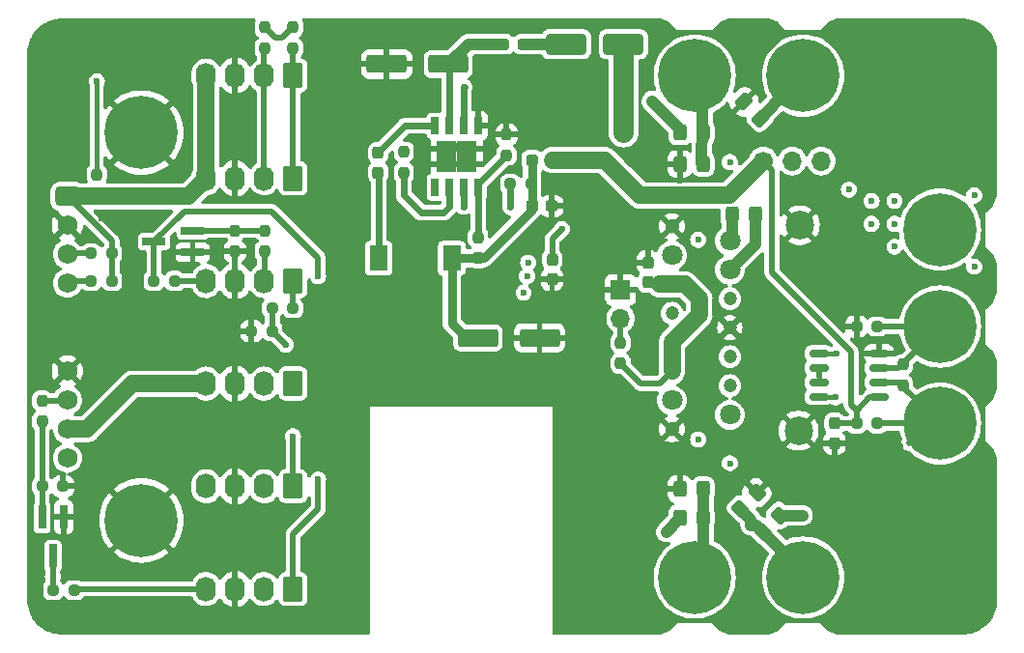
<source format=gbr>
%TF.GenerationSoftware,KiCad,Pcbnew,7.0.8*%
%TF.CreationDate,2023-11-04T19:47:02-03:00*%
%TF.ProjectId,PECDR,50454344-522e-46b6-9963-61645f706362,rev?*%
%TF.SameCoordinates,Original*%
%TF.FileFunction,Copper,L4,Bot*%
%TF.FilePolarity,Positive*%
%FSLAX46Y46*%
G04 Gerber Fmt 4.6, Leading zero omitted, Abs format (unit mm)*
G04 Created by KiCad (PCBNEW 7.0.8) date 2023-11-04 19:47:02*
%MOMM*%
%LPD*%
G01*
G04 APERTURE LIST*
G04 Aperture macros list*
%AMRoundRect*
0 Rectangle with rounded corners*
0 $1 Rounding radius*
0 $2 $3 $4 $5 $6 $7 $8 $9 X,Y pos of 4 corners*
0 Add a 4 corners polygon primitive as box body*
4,1,4,$2,$3,$4,$5,$6,$7,$8,$9,$2,$3,0*
0 Add four circle primitives for the rounded corners*
1,1,$1+$1,$2,$3*
1,1,$1+$1,$4,$5*
1,1,$1+$1,$6,$7*
1,1,$1+$1,$8,$9*
0 Add four rect primitives between the rounded corners*
20,1,$1+$1,$2,$3,$4,$5,0*
20,1,$1+$1,$4,$5,$6,$7,0*
20,1,$1+$1,$6,$7,$8,$9,0*
20,1,$1+$1,$8,$9,$2,$3,0*%
G04 Aperture macros list end*
%TA.AperFunction,ComponentPad*%
%ADD10RoundRect,0.250000X0.620000X0.845000X-0.620000X0.845000X-0.620000X-0.845000X0.620000X-0.845000X0*%
%TD*%
%TA.AperFunction,ComponentPad*%
%ADD11O,1.740000X2.190000*%
%TD*%
%TA.AperFunction,ComponentPad*%
%ADD12C,0.800000*%
%TD*%
%TA.AperFunction,ComponentPad*%
%ADD13C,6.400000*%
%TD*%
%TA.AperFunction,ComponentPad*%
%ADD14C,1.700000*%
%TD*%
%TA.AperFunction,ComponentPad*%
%ADD15O,1.700000X1.700000*%
%TD*%
%TA.AperFunction,ComponentPad*%
%ADD16C,1.740000*%
%TD*%
%TA.AperFunction,ComponentPad*%
%ADD17RoundRect,0.435000X0.660000X-0.435000X0.660000X0.435000X-0.660000X0.435000X-0.660000X-0.435000X0*%
%TD*%
%TA.AperFunction,ComponentPad*%
%ADD18C,1.300000*%
%TD*%
%TA.AperFunction,ComponentPad*%
%ADD19C,1.800000*%
%TD*%
%TA.AperFunction,ComponentPad*%
%ADD20C,1.200000*%
%TD*%
%TA.AperFunction,ComponentPad*%
%ADD21C,2.500000*%
%TD*%
%TA.AperFunction,ComponentPad*%
%ADD22R,1.700000X1.700000*%
%TD*%
%TA.AperFunction,SMDPad,CuDef*%
%ADD23RoundRect,0.237500X0.250000X0.237500X-0.250000X0.237500X-0.250000X-0.237500X0.250000X-0.237500X0*%
%TD*%
%TA.AperFunction,SMDPad,CuDef*%
%ADD24RoundRect,0.237500X-0.237500X0.250000X-0.237500X-0.250000X0.237500X-0.250000X0.237500X0.250000X0*%
%TD*%
%TA.AperFunction,SMDPad,CuDef*%
%ADD25R,2.000000X0.700000*%
%TD*%
%TA.AperFunction,SMDPad,CuDef*%
%ADD26RoundRect,0.237500X0.237500X-0.250000X0.237500X0.250000X-0.237500X0.250000X-0.237500X-0.250000X0*%
%TD*%
%TA.AperFunction,SMDPad,CuDef*%
%ADD27RoundRect,0.237500X-0.250000X-0.237500X0.250000X-0.237500X0.250000X0.237500X-0.250000X0.237500X0*%
%TD*%
%TA.AperFunction,SMDPad,CuDef*%
%ADD28RoundRect,0.250000X1.500000X0.550000X-1.500000X0.550000X-1.500000X-0.550000X1.500000X-0.550000X0*%
%TD*%
%TA.AperFunction,SMDPad,CuDef*%
%ADD29RoundRect,0.250000X-1.500000X-0.550000X1.500000X-0.550000X1.500000X0.550000X-1.500000X0.550000X0*%
%TD*%
%TA.AperFunction,SMDPad,CuDef*%
%ADD30RoundRect,0.237500X0.237500X-0.300000X0.237500X0.300000X-0.237500X0.300000X-0.237500X-0.300000X0*%
%TD*%
%TA.AperFunction,SMDPad,CuDef*%
%ADD31RoundRect,0.237500X-0.237500X0.300000X-0.237500X-0.300000X0.237500X-0.300000X0.237500X0.300000X0*%
%TD*%
%TA.AperFunction,SMDPad,CuDef*%
%ADD32RoundRect,0.237500X-0.300000X-0.237500X0.300000X-0.237500X0.300000X0.237500X-0.300000X0.237500X0*%
%TD*%
%TA.AperFunction,SMDPad,CuDef*%
%ADD33RoundRect,0.250000X-0.325000X-0.450000X0.325000X-0.450000X0.325000X0.450000X-0.325000X0.450000X0*%
%TD*%
%TA.AperFunction,SMDPad,CuDef*%
%ADD34RoundRect,0.250000X-1.500000X-0.650000X1.500000X-0.650000X1.500000X0.650000X-1.500000X0.650000X0*%
%TD*%
%TA.AperFunction,SMDPad,CuDef*%
%ADD35RoundRect,0.237500X-0.287500X-0.237500X0.287500X-0.237500X0.287500X0.237500X-0.287500X0.237500X0*%
%TD*%
%TA.AperFunction,SMDPad,CuDef*%
%ADD36RoundRect,0.250000X-0.088388X0.548008X-0.548008X0.088388X0.088388X-0.548008X0.548008X-0.088388X0*%
%TD*%
%TA.AperFunction,SMDPad,CuDef*%
%ADD37RoundRect,0.250000X0.325000X0.450000X-0.325000X0.450000X-0.325000X-0.450000X0.325000X-0.450000X0*%
%TD*%
%TA.AperFunction,SMDPad,CuDef*%
%ADD38R,0.700000X2.000000*%
%TD*%
%TA.AperFunction,SMDPad,CuDef*%
%ADD39R,1.600000X2.200000*%
%TD*%
%TA.AperFunction,SMDPad,CuDef*%
%ADD40R,0.650000X1.500000*%
%TD*%
%TA.AperFunction,SMDPad,CuDef*%
%ADD41R,1.800000X1.350000*%
%TD*%
%TA.AperFunction,SMDPad,CuDef*%
%ADD42RoundRect,0.250000X0.548008X0.088388X0.088388X0.548008X-0.548008X-0.088388X-0.088388X-0.548008X0*%
%TD*%
%TA.AperFunction,SMDPad,CuDef*%
%ADD43RoundRect,0.250000X0.088388X-0.548008X0.548008X-0.088388X-0.088388X0.548008X-0.548008X0.088388X0*%
%TD*%
%TA.AperFunction,SMDPad,CuDef*%
%ADD44RoundRect,0.150000X-0.675000X-0.150000X0.675000X-0.150000X0.675000X0.150000X-0.675000X0.150000X0*%
%TD*%
%TA.AperFunction,ViaPad*%
%ADD45C,0.600000*%
%TD*%
%TA.AperFunction,Conductor*%
%ADD46C,1.500000*%
%TD*%
%TA.AperFunction,Conductor*%
%ADD47C,0.500000*%
%TD*%
%TA.AperFunction,Conductor*%
%ADD48C,1.000000*%
%TD*%
%TA.AperFunction,Conductor*%
%ADD49C,1.800000*%
%TD*%
%TA.AperFunction,Conductor*%
%ADD50C,0.400000*%
%TD*%
%TA.AperFunction,Conductor*%
%ADD51C,0.600000*%
%TD*%
%TA.AperFunction,Conductor*%
%ADD52C,0.800000*%
%TD*%
G04 APERTURE END LIST*
D10*
%TO.P,J5,1,Pin_1*%
%TO.N,/TXD1-SDA0-RX0-GP4*%
X56790000Y-58302944D03*
D11*
%TO.P,J5,2,Pin_2*%
%TO.N,/RXD1-SCL0-CS0-GP5*%
X54250000Y-58302944D03*
%TO.P,J5,3,Pin_3*%
%TO.N,GND*%
X51710000Y-58302944D03*
%TO.P,J5,4,Pin_4*%
%TO.N,+3V3*%
X49170000Y-58302944D03*
%TD*%
D12*
%TO.P,J14,1,Pin_1*%
%TO.N,/A*%
X111100000Y-80302944D03*
X111802944Y-78605888D03*
X111802944Y-82000000D03*
X113500000Y-77902944D03*
D13*
X113500000Y-80302944D03*
D12*
X113500000Y-82702944D03*
X115197056Y-78605888D03*
X115197056Y-82000000D03*
X115900000Y-80302944D03*
%TD*%
D14*
%TO.P,J16,1,Pin_1*%
%TO.N,+3V3*%
X98000000Y-65802944D03*
D15*
%TO.P,J16,2,Pin_2*%
%TO.N,VS*%
X100540000Y-65802944D03*
%TO.P,J16,3,Pin_3*%
%TO.N,VCC*%
X103080000Y-65802944D03*
%TD*%
D16*
%TO.P,J7,1,Pin_1*%
%TO.N,unconnected-(J7-Pin_1-Pad1)*%
X37020000Y-91822944D03*
%TO.P,J7,2,Pin_2*%
%TO.N,+3V3*%
X37020000Y-89282944D03*
%TO.P,J7,3,Pin_3*%
%TO.N,/IN1*%
X37020000Y-86742944D03*
%TO.P,J7,4,Pin_4*%
%TO.N,GND*%
X37020000Y-84202944D03*
%TD*%
D12*
%TO.P,J2,1,Pin_1*%
%TO.N,/OUT4*%
X99100000Y-102302944D03*
X99802944Y-100605888D03*
X99802944Y-104000000D03*
X101500000Y-99902944D03*
D13*
X101500000Y-102302944D03*
D12*
X101500000Y-104702944D03*
X103197056Y-100605888D03*
X103197056Y-104000000D03*
X103900000Y-102302944D03*
%TD*%
D10*
%TO.P,J11,1,Pin_1*%
%TO.N,/TXD0-SDA0-RX1-GP12*%
X56790000Y-103302944D03*
D11*
%TO.P,J11,2,Pin_2*%
%TO.N,/RXD0-SCL0-CS1-GP13*%
X54250000Y-103302944D03*
%TO.P,J11,3,Pin_3*%
%TO.N,GND*%
X51710000Y-103302944D03*
%TO.P,J11,4,Pin_4*%
%TO.N,+3V3*%
X49170000Y-103302944D03*
%TD*%
D10*
%TO.P,J10,1,Pin_1*%
%TO.N,/SDA1-SCK1-GP10*%
X56790000Y-94302944D03*
D11*
%TO.P,J10,2,Pin_2*%
%TO.N,/SCL1-TX1-GP11*%
X54250000Y-94302944D03*
%TO.P,J10,3,Pin_3*%
%TO.N,GND*%
X51710000Y-94302944D03*
%TO.P,J10,4,Pin_4*%
%TO.N,+3V3*%
X49170000Y-94302944D03*
%TD*%
D12*
%TO.P,J3,1,Pin_1*%
%TO.N,/OUT1*%
X99100000Y-58302944D03*
X99802944Y-56605888D03*
X99802944Y-60000000D03*
X101500000Y-55902944D03*
D13*
X101500000Y-58302944D03*
D12*
X101500000Y-60702944D03*
X103197056Y-56605888D03*
X103197056Y-60000000D03*
X103900000Y-58302944D03*
%TD*%
%TO.P,J15,1,Pin_1*%
%TO.N,/B*%
X111100000Y-88802944D03*
X111802944Y-87105888D03*
X111802944Y-90500000D03*
X113500000Y-86402944D03*
D13*
X113500000Y-88802944D03*
D12*
X113500000Y-91202944D03*
X115197056Y-87105888D03*
X115197056Y-90500000D03*
X115900000Y-88802944D03*
%TD*%
%TO.P,J13,1,Pin_1*%
%TO.N,GND*%
X45900000Y-97302944D03*
X45197056Y-99000000D03*
X45197056Y-95605888D03*
X43500000Y-99702944D03*
D13*
X43500000Y-97302944D03*
D12*
X43500000Y-94902944D03*
X41802944Y-99000000D03*
X41802944Y-95605888D03*
X41100000Y-97302944D03*
%TD*%
D10*
%TO.P,J6,1,Pin_1*%
%TO.N,/TXD1-SDA0-RX0-GP4*%
X56790000Y-67302944D03*
D11*
%TO.P,J6,2,Pin_2*%
%TO.N,/RXD1-SCL0-CS0-GP5*%
X54250000Y-67302944D03*
%TO.P,J6,3,Pin_3*%
%TO.N,GND*%
X51710000Y-67302944D03*
%TO.P,J6,4,Pin_4*%
%TO.N,+3V3*%
X49170000Y-67302944D03*
%TD*%
D12*
%TO.P,J13,1,Pin_1*%
%TO.N,GND*%
X110900000Y-97302944D03*
X110197056Y-99000000D03*
X110197056Y-95605888D03*
X108500000Y-99702944D03*
D13*
X108500000Y-97302944D03*
D12*
X108500000Y-94902944D03*
X106802944Y-99000000D03*
X106802944Y-95605888D03*
X106100000Y-97302944D03*
%TD*%
D10*
%TO.P,J9,1,Pin_1*%
%TO.N,/GP26-ADC0-SDA1*%
X56790000Y-85302944D03*
D11*
%TO.P,J9,2,Pin_2*%
%TO.N,/GP27-ADC1-SCL1*%
X54250000Y-85302944D03*
%TO.P,J9,3,Pin_3*%
%TO.N,GND*%
X51710000Y-85302944D03*
%TO.P,J9,4,Pin_4*%
%TO.N,+3V3*%
X49170000Y-85302944D03*
%TD*%
D12*
%TO.P,J13,1,Pin_1*%
%TO.N,GND*%
X45900000Y-63302944D03*
X45197056Y-65000000D03*
X45197056Y-61605888D03*
X43500000Y-65702944D03*
D13*
X43500000Y-63302944D03*
D12*
X43500000Y-60902944D03*
X41802944Y-65000000D03*
X41802944Y-61605888D03*
X41100000Y-63302944D03*
%TD*%
D16*
%TO.P,J17,1,Pin_1*%
%TO.N,/SDA1-SCK0-GP2*%
X37020000Y-76502944D03*
%TO.P,J17,2,Pin_2*%
%TO.N,/SCL1-TX0-GP3*%
X37020000Y-73962944D03*
%TO.P,J17,3,Pin_3*%
%TO.N,GND*%
X37020000Y-71422944D03*
D17*
%TO.P,J17,4,Pin_4*%
%TO.N,+3V3*%
X37020000Y-68882944D03*
%TD*%
D12*
%TO.P,J1,1,Pin_1*%
%TO.N,/OUT2*%
X89600000Y-58302944D03*
X90302944Y-56605888D03*
X90302944Y-60000000D03*
X92000000Y-55902944D03*
D13*
X92000000Y-58302944D03*
D12*
X92000000Y-60702944D03*
X93697056Y-56605888D03*
X93697056Y-60000000D03*
X94400000Y-58302944D03*
%TD*%
%TO.P,J12,1,Pin_1*%
%TO.N,/OUT3*%
X89600000Y-102302944D03*
X90302944Y-100605888D03*
X90302944Y-104000000D03*
X92000000Y-99902944D03*
D13*
X92000000Y-102302944D03*
D12*
X92000000Y-104702944D03*
X93697056Y-100605888D03*
X93697056Y-104000000D03*
X94400000Y-102302944D03*
%TD*%
D18*
%TO.P,U5,1,SENSE_A*%
%TO.N,GND*%
X90000000Y-71522944D03*
D19*
%TO.P,U5,2,OUT1*%
%TO.N,/OUT1*%
X95080000Y-72792944D03*
%TO.P,U5,3,OUT2*%
%TO.N,/OUT2*%
X90000000Y-74062944D03*
%TO.P,U5,4,Vs*%
%TO.N,VS*%
X95080000Y-75332944D03*
D20*
%TO.P,U5,5,IN1*%
%TO.N,+3V3*%
X90000000Y-76602944D03*
%TO.P,U5,6,EnA*%
%TO.N,/GP22*%
X95080000Y-77872944D03*
%TO.P,U5,7,IN2*%
%TO.N,/GP21*%
X90000000Y-79142944D03*
D21*
%TO.P,U5,8,GND*%
%TO.N,GND*%
X101210000Y-71422944D03*
D20*
X95080000Y-80412944D03*
D21*
X101110000Y-89422944D03*
D20*
%TO.P,U5,9,Vss*%
%TO.N,+3V3*%
X90000000Y-81682944D03*
%TO.P,U5,10,IN3*%
%TO.N,/GP20*%
X95080000Y-82952944D03*
%TO.P,U5,11,EnB*%
%TO.N,+3V3*%
X90000000Y-84222944D03*
%TO.P,U5,12,IN4*%
%TO.N,/GP19*%
X95080000Y-85492944D03*
D19*
%TO.P,U5,13,OUT3*%
%TO.N,/OUT3*%
X90000000Y-86762944D03*
%TO.P,U5,14,OUT4*%
%TO.N,/OUT4*%
X95080000Y-88032944D03*
D18*
%TO.P,U5,15,SENSE_B*%
%TO.N,GND*%
X90000000Y-89302944D03*
%TD*%
D12*
%TO.P,J4,1,Pin_1*%
%TO.N,VCC*%
X111100000Y-71802944D03*
X111802944Y-70105888D03*
X111802944Y-73500000D03*
X113500000Y-69402944D03*
D13*
X113500000Y-71802944D03*
D12*
X113500000Y-74202944D03*
X115197056Y-70105888D03*
X115197056Y-73500000D03*
X115900000Y-71802944D03*
%TD*%
D10*
%TO.P,J8,1,Pin_1*%
%TO.N,/ADC2*%
X56790000Y-76302944D03*
D11*
%TO.P,J8,2,Pin_2*%
%TO.N,/IN2*%
X54250000Y-76302944D03*
%TO.P,J8,3,Pin_3*%
%TO.N,GND*%
X51710000Y-76302944D03*
%TO.P,J8,4,Pin_4*%
%TO.N,+3V3*%
X49170000Y-76302944D03*
%TD*%
D12*
%TO.P,J13,1,Pin_1*%
%TO.N,GND*%
X110900000Y-63302944D03*
X110197056Y-65000000D03*
X110197056Y-61605888D03*
X108500000Y-65702944D03*
D13*
X108500000Y-63302944D03*
D12*
X108500000Y-60902944D03*
X106802944Y-65000000D03*
X106802944Y-61605888D03*
X106100000Y-63302944D03*
%TD*%
D22*
%TO.P,JP1,1,A*%
%TO.N,GND*%
X85500000Y-77062944D03*
D15*
%TO.P,JP1,2,B*%
%TO.N,/RUN*%
X85500000Y-79602944D03*
%TD*%
D23*
%TO.P,R19,1*%
%TO.N,+3V3*%
X40925000Y-76302944D03*
%TO.P,R19,2*%
%TO.N,/SDA1-SCK0-GP2*%
X39100000Y-76302944D03*
%TD*%
D24*
%TO.P,R16,1*%
%TO.N,Net-(Q2-B)*%
X51700000Y-71877944D03*
%TO.P,R16,2*%
%TO.N,GND*%
X51700000Y-73702944D03*
%TD*%
D25*
%TO.P,Q2,1,B*%
%TO.N,Net-(Q2-B)*%
X48000000Y-71902944D03*
%TO.P,Q2,2,E*%
%TO.N,GND*%
X48000000Y-73802944D03*
%TO.P,Q2,3,C*%
%TO.N,/GP6*%
X44600000Y-72852944D03*
%TD*%
D26*
%TO.P,R21,1*%
%TO.N,+3V3*%
X85500000Y-83527944D03*
%TO.P,R21,2*%
%TO.N,/RUN*%
X85500000Y-81702944D03*
%TD*%
D27*
%TO.P,R5,1*%
%TO.N,Net-(U2-PG)*%
X75837500Y-67802944D03*
%TO.P,R5,2*%
%TO.N,Net-(C8-Pad1)*%
X77662500Y-67802944D03*
%TD*%
D24*
%TO.P,R10,1*%
%TO.N,/IN1*%
X34800000Y-86802944D03*
%TO.P,R10,2*%
%TO.N,Net-(Q1-B)*%
X34800000Y-88627944D03*
%TD*%
D28*
%TO.P,C4,1*%
%TO.N,Net-(U2-VIN)*%
X70400000Y-57302944D03*
%TO.P,C4,2*%
%TO.N,GND*%
X65000000Y-57302944D03*
%TD*%
D29*
%TO.P,C9,1*%
%TO.N,Net-(C8-Pad1)*%
X73000000Y-81302944D03*
%TO.P,C9,2*%
%TO.N,GND*%
X78400000Y-81302944D03*
%TD*%
D30*
%TO.P,C6,1*%
%TO.N,+3V3*%
X87900000Y-76402944D03*
%TO.P,C6,2*%
%TO.N,GND*%
X87900000Y-74677944D03*
%TD*%
D31*
%TO.P,C3,1*%
%TO.N,+3V3*%
X104250000Y-88802944D03*
%TO.P,C3,2*%
%TO.N,GND*%
X104250000Y-90527944D03*
%TD*%
D32*
%TO.P,C8,1*%
%TO.N,Net-(C8-Pad1)*%
X77750000Y-69752944D03*
%TO.P,C8,2*%
%TO.N,GND*%
X79475000Y-69752944D03*
%TD*%
D24*
%TO.P,R18,1*%
%TO.N,+3V3*%
X54300000Y-54077944D03*
%TO.P,R18,2*%
%TO.N,/RXD1-SCL0-CS0-GP5*%
X54300000Y-55902944D03*
%TD*%
D23*
%TO.P,R20,1*%
%TO.N,+3V3*%
X40925000Y-73902944D03*
%TO.P,R20,2*%
%TO.N,/SCL1-TX0-GP3*%
X39100000Y-73902944D03*
%TD*%
D33*
%TO.P,D4,1,K*%
%TO.N,VS*%
X90700000Y-63302944D03*
%TO.P,D4,2,A*%
%TO.N,/OUT2*%
X92750000Y-63302944D03*
%TD*%
D24*
%TO.P,R8,1*%
%TO.N,GND*%
X75500000Y-63477944D03*
%TO.P,R8,2*%
%TO.N,Net-(U2-FB)*%
X75500000Y-65302944D03*
%TD*%
D34*
%TO.P,D1,1,K*%
%TO.N,Net-(D1-K)*%
X80750000Y-55552944D03*
%TO.P,D1,2,A*%
%TO.N,VCC*%
X85750000Y-55552944D03*
%TD*%
D30*
%TO.P,C7,1*%
%TO.N,Net-(U2-LX)*%
X64250000Y-66802944D03*
%TO.P,C7,2*%
%TO.N,Net-(U2-BST)*%
X64250000Y-65077944D03*
%TD*%
D24*
%TO.P,R6,1*%
%TO.N,Net-(U2-VIN)*%
X66500000Y-64977944D03*
%TO.P,R6,2*%
%TO.N,Net-(U2-~{SHDN})*%
X66500000Y-66802944D03*
%TD*%
D35*
%TO.P,FB1,1*%
%TO.N,Net-(U2-VIN)*%
X75250000Y-55552944D03*
%TO.P,FB1,2*%
%TO.N,Net-(D1-K)*%
X77000000Y-55552944D03*
%TD*%
D27*
%TO.P,R2,1*%
%TO.N,+3V3*%
X106175000Y-88802944D03*
%TO.P,R2,2*%
%TO.N,/B*%
X108000000Y-88802944D03*
%TD*%
D36*
%TO.P,D8,1,K*%
%TO.N,VS*%
X99449568Y-96853376D03*
%TO.P,D8,2,A*%
%TO.N,/OUT4*%
X98000000Y-98302944D03*
%TD*%
D37*
%TO.P,D5,1,K*%
%TO.N,/OUT2*%
X92750000Y-66052944D03*
%TO.P,D5,2,A*%
%TO.N,GND*%
X90700000Y-66052944D03*
%TD*%
D38*
%TO.P,Q1,1,B*%
%TO.N,Net-(Q1-B)*%
X34800000Y-97002944D03*
%TO.P,Q1,2,E*%
%TO.N,GND*%
X36700000Y-97002944D03*
%TO.P,Q1,3,C*%
%TO.N,/G15*%
X35750000Y-100402944D03*
%TD*%
D37*
%TO.P,D2,1,K*%
%TO.N,VS*%
X97300000Y-70502944D03*
%TO.P,D2,2,A*%
%TO.N,/OUT1*%
X95250000Y-70502944D03*
%TD*%
D23*
%TO.P,R14,1*%
%TO.N,+3V3*%
X46425000Y-76302944D03*
%TO.P,R14,2*%
%TO.N,/GP6*%
X44600000Y-76302944D03*
%TD*%
D27*
%TO.P,R11,1*%
%TO.N,Net-(Q1-B)*%
X34800000Y-94302944D03*
%TO.P,R11,2*%
%TO.N,GND*%
X36625000Y-94302944D03*
%TD*%
D26*
%TO.P,R15,1*%
%TO.N,/IN2*%
X54300000Y-73702944D03*
%TO.P,R15,2*%
%TO.N,Net-(Q2-B)*%
X54300000Y-71877944D03*
%TD*%
%TO.P,R1,1*%
%TO.N,/B*%
X110250000Y-85465444D03*
%TO.P,R1,2*%
%TO.N,/A*%
X110250000Y-83640444D03*
%TD*%
D33*
%TO.P,D6,1,K*%
%TO.N,VS*%
X90700000Y-97052944D03*
%TO.P,D6,2,A*%
%TO.N,/OUT3*%
X92750000Y-97052944D03*
%TD*%
D39*
%TO.P,L1,1,1*%
%TO.N,Net-(U2-LX)*%
X64300000Y-74302944D03*
%TO.P,L1,2,2*%
%TO.N,Net-(C8-Pad1)*%
X70700000Y-74302944D03*
%TD*%
D24*
%TO.P,R17,1*%
%TO.N,+3V3*%
X56800000Y-54077944D03*
%TO.P,R17,2*%
%TO.N,/TXD1-SDA0-RX0-GP4*%
X56800000Y-55902944D03*
%TD*%
D40*
%TO.P,U2,1,BST*%
%TO.N,Net-(U2-BST)*%
X69230000Y-62702944D03*
%TO.P,U2,2,VIN*%
%TO.N,Net-(U2-VIN)*%
X70500000Y-62702944D03*
%TO.P,U2,3,LX*%
%TO.N,Net-(U2-LX)*%
X71770000Y-62702944D03*
%TO.P,U2,4,GND*%
%TO.N,GND*%
X73040000Y-62702944D03*
%TO.P,U2,5,FB*%
%TO.N,Net-(U2-FB)*%
X73040000Y-68102944D03*
%TO.P,U2,6,PG*%
%TO.N,Net-(U2-PG)*%
X71770000Y-68102944D03*
%TO.P,U2,7,~{SHDN}*%
%TO.N,Net-(U2-~{SHDN})*%
X70500000Y-68102944D03*
%TO.P,U2,8,SS*%
%TO.N,unconnected-(U2-SS-Pad8)*%
X69230000Y-68102944D03*
D41*
%TO.P,U2,9,GND_TAP*%
%TO.N,GND*%
X72035000Y-64727944D03*
X70235000Y-64727944D03*
X72035000Y-66077944D03*
X70235000Y-66077944D03*
%TD*%
D23*
%TO.P,R13,1*%
%TO.N,/GP28-ADC2*%
X54975000Y-80702944D03*
%TO.P,R13,2*%
%TO.N,GND*%
X53150000Y-80702944D03*
%TD*%
D35*
%TO.P,FB2,1*%
%TO.N,Net-(C8-Pad1)*%
X77750000Y-65702944D03*
%TO.P,FB2,2*%
%TO.N,+3V3*%
X79500000Y-65702944D03*
%TD*%
D23*
%TO.P,R9,1*%
%TO.N,+3V3*%
X37600000Y-103402944D03*
%TO.P,R9,2*%
%TO.N,/G15*%
X35775000Y-103402944D03*
%TD*%
D37*
%TO.P,D7,1,K*%
%TO.N,/OUT3*%
X92750000Y-94552944D03*
%TO.P,D7,2,A*%
%TO.N,GND*%
X90700000Y-94552944D03*
%TD*%
D26*
%TO.P,R4,1*%
%TO.N,+3V3*%
X39600000Y-68802944D03*
%TO.P,R4,2*%
%TO.N,Net-(D10-A)*%
X39600000Y-66977944D03*
%TD*%
D23*
%TO.P,R3,1*%
%TO.N,/A*%
X108000000Y-80302944D03*
%TO.P,R3,2*%
%TO.N,GND*%
X106175000Y-80302944D03*
%TD*%
D42*
%TO.P,D3,1,K*%
%TO.N,/OUT1*%
X97750000Y-62052944D03*
%TO.P,D3,2,A*%
%TO.N,GND*%
X96300432Y-60603376D03*
%TD*%
D24*
%TO.P,R7,1*%
%TO.N,Net-(U2-FB)*%
X73000000Y-72477944D03*
%TO.P,R7,2*%
%TO.N,Net-(C8-Pad1)*%
X73000000Y-74302944D03*
%TD*%
D43*
%TO.P,D9,1,K*%
%TO.N,/OUT4*%
X96000000Y-96302944D03*
%TO.P,D9,2,A*%
%TO.N,GND*%
X97449568Y-94853376D03*
%TD*%
D23*
%TO.P,R12,1*%
%TO.N,/ADC2*%
X56800000Y-78702944D03*
%TO.P,R12,2*%
%TO.N,/GP28-ADC2*%
X54975000Y-78702944D03*
%TD*%
D44*
%TO.P,U1,1,RO*%
%TO.N,/ReceiverOutput*%
X102875000Y-86457944D03*
%TO.P,U1,2,~{RE}*%
%TO.N,/InputOutputEnable*%
X102875000Y-85187944D03*
%TO.P,U1,3,DE*%
X102875000Y-83917944D03*
%TO.P,U1,4,DI*%
%TO.N,/DriverInput*%
X102875000Y-82647944D03*
%TO.P,U1,5,GND*%
%TO.N,GND*%
X108125000Y-82647944D03*
%TO.P,U1,6,A*%
%TO.N,/A*%
X108125000Y-83917944D03*
%TO.P,U1,7,B*%
%TO.N,/B*%
X108125000Y-85187944D03*
%TO.P,U1,8,VCC*%
%TO.N,+3V3*%
X108125000Y-86457944D03*
%TD*%
D31*
%TO.P,C1,1*%
%TO.N,/GP28-ADC2*%
X79500000Y-74440444D03*
%TO.P,C1,2*%
%TO.N,GND*%
X79500000Y-76165444D03*
%TD*%
D45*
%TO.N,GND*%
X105700000Y-90502944D03*
X47500000Y-80552944D03*
X51250000Y-89302944D03*
X72250000Y-64552944D03*
X40000000Y-70802944D03*
X93100000Y-75302944D03*
X51750000Y-61302944D03*
X75500000Y-86302944D03*
X89100000Y-70302944D03*
X100750000Y-93802944D03*
X79800000Y-79602944D03*
X88500000Y-93552944D03*
X74500000Y-75302944D03*
X105250000Y-55052944D03*
X117500000Y-55802944D03*
X115000000Y-63302944D03*
X115000000Y-105802944D03*
X90700000Y-67502944D03*
X43500000Y-79302944D03*
X108100000Y-81502944D03*
X90000000Y-91802944D03*
X108000000Y-76302944D03*
X63500000Y-86302944D03*
X47250000Y-59802944D03*
X110000000Y-90802944D03*
X96750000Y-102552944D03*
X109750000Y-82302944D03*
X58700000Y-60702944D03*
X87300000Y-78102944D03*
X115000000Y-65802944D03*
X84100000Y-98702944D03*
X42500000Y-55802944D03*
X72250000Y-66052944D03*
X110000000Y-58302944D03*
X84300000Y-68302944D03*
X108000000Y-92552944D03*
X50750000Y-78052944D03*
X58500000Y-72102944D03*
X112500000Y-60802944D03*
X95100000Y-61702944D03*
X117500000Y-95802944D03*
X90700000Y-64702944D03*
X69500000Y-82302944D03*
X50250000Y-104802944D03*
X70000000Y-66052944D03*
X68100000Y-65302944D03*
X77500000Y-86302944D03*
X78400000Y-75002944D03*
X86250000Y-105302944D03*
X71100000Y-66102944D03*
X79250000Y-58302944D03*
X35000000Y-55802944D03*
X69500000Y-86302944D03*
X112500000Y-95802944D03*
X67500000Y-82302944D03*
X84100000Y-86002944D03*
X40000000Y-83302944D03*
X41250000Y-104802944D03*
X43500000Y-90302944D03*
X88250000Y-106052944D03*
X96900000Y-80502944D03*
X74300000Y-62302944D03*
X83700000Y-74702944D03*
X112500000Y-100802944D03*
X83700000Y-69602944D03*
X92500000Y-82102944D03*
X112500000Y-103302944D03*
X117500000Y-58302944D03*
X107500000Y-103302944D03*
X88100000Y-89302944D03*
X58500000Y-98702944D03*
X112500000Y-93302944D03*
X79500000Y-86302944D03*
X105250000Y-105552944D03*
X79900000Y-98802944D03*
X112500000Y-65802944D03*
X71100000Y-64502944D03*
X50750000Y-83302944D03*
X63500000Y-82302944D03*
X67500000Y-74302944D03*
X84500000Y-73302944D03*
X80300000Y-77302944D03*
X92300000Y-84502944D03*
X99000000Y-80302944D03*
X35000000Y-60802944D03*
X105500000Y-93302944D03*
X65500000Y-69302944D03*
X110000000Y-105802944D03*
X74500000Y-71302944D03*
X117500000Y-60802944D03*
X110000000Y-55802944D03*
X74500000Y-77302944D03*
X115000000Y-93302944D03*
X57600000Y-80802944D03*
X84000000Y-78302944D03*
X37500000Y-63302944D03*
X117500000Y-100802944D03*
X62700000Y-71902944D03*
X35000000Y-58302944D03*
X102900000Y-91502944D03*
X107500000Y-55802944D03*
X104500000Y-79302944D03*
X73500000Y-86302944D03*
X70000000Y-64552944D03*
X67700000Y-57302944D03*
X74750000Y-59802944D03*
X112500000Y-98302944D03*
X53000000Y-73802944D03*
X117500000Y-65802944D03*
X117500000Y-93302944D03*
X51700000Y-69202944D03*
X78500000Y-83802944D03*
X86250000Y-95802944D03*
X88500000Y-54802944D03*
X37500000Y-60802944D03*
X117500000Y-103302944D03*
X47250000Y-100802944D03*
X76500000Y-73302944D03*
X71500000Y-86302944D03*
X117500000Y-63302944D03*
X65500000Y-86302944D03*
X63100000Y-98702944D03*
X97750000Y-92802944D03*
X63300000Y-60702944D03*
X112500000Y-58302944D03*
X102500000Y-75302944D03*
X74500000Y-79302944D03*
X83700000Y-77102944D03*
X83700000Y-72002944D03*
X67500000Y-86302944D03*
X67500000Y-78302944D03*
X58600000Y-86502944D03*
X86500000Y-65302944D03*
X35700000Y-98602944D03*
X96900000Y-57302944D03*
X107500000Y-105802944D03*
X79700000Y-68302944D03*
X35000000Y-70802944D03*
X112500000Y-63302944D03*
X63600000Y-78102944D03*
X51000000Y-97802944D03*
X112500000Y-55802944D03*
X47500000Y-83302944D03*
X110000000Y-103302944D03*
X115000000Y-55802944D03*
X110000000Y-93302944D03*
X112500000Y-105802944D03*
X105250000Y-75552944D03*
X83900000Y-61902944D03*
X35000000Y-63302944D03*
X35500000Y-105802944D03*
X79100000Y-63102944D03*
X46400000Y-72802944D03*
X78500000Y-71302944D03*
X65500000Y-82302944D03*
X47250000Y-89802944D03*
X40000000Y-101052944D03*
X117500000Y-98302944D03*
%TO.N,+3V3*%
X55600000Y-55002944D03*
X86100000Y-67702944D03*
X84100000Y-65702944D03*
%TO.N,VCC*%
X109500000Y-69302944D03*
X107500000Y-69302944D03*
X116500000Y-75052944D03*
X85750000Y-63302944D03*
X116500000Y-68802944D03*
X107500000Y-71302944D03*
X105500000Y-68302944D03*
X109500000Y-71302944D03*
X109500000Y-73302944D03*
%TO.N,/OUT1*%
X98000000Y-61802944D03*
X95080000Y-70682944D03*
X95080000Y-65882944D03*
%TO.N,/OUT2*%
X92600000Y-66002944D03*
X92300000Y-72702944D03*
%TO.N,/OUT3*%
X92700000Y-97102944D03*
X92300000Y-90202944D03*
%TO.N,/OUT4*%
X95080000Y-92282944D03*
X96900000Y-97702944D03*
%TO.N,/GP26-ADC0-SDA1*%
X76999500Y-77352944D03*
%TO.N,Net-(D10-A)*%
X39600000Y-58802944D03*
%TO.N,/GP27-ADC1-SCL1*%
X77300000Y-75882944D03*
%TO.N,VS*%
X101500000Y-96802944D03*
X88250000Y-60552944D03*
X89500000Y-98302944D03*
%TO.N,/ReceiverOutput*%
X104350000Y-86502944D03*
%TO.N,/InputOutputEnable*%
X102875000Y-84552944D03*
%TO.N,/DriverInput*%
X104450000Y-82652944D03*
%TO.N,/GP28-ADC2*%
X56175000Y-81902944D03*
X80350000Y-71752944D03*
X77400000Y-74702944D03*
%TO.N,/G15*%
X35750000Y-102202944D03*
%TO.N,/GP6*%
X59000000Y-75902944D03*
%TO.N,/TXD0-SDA0-RX1-GP12*%
X59000000Y-93702944D03*
%TO.N,/SDA1-SCK1-GP10*%
X56790000Y-89912944D03*
%TO.N,Net-(U2-VIN)*%
X66500000Y-64977944D03*
X70500000Y-60802944D03*
%TO.N,Net-(U2-LX)*%
X64300000Y-67802944D03*
X71800000Y-59302944D03*
%TO.N,Net-(U2-PG)*%
X75837500Y-69840444D03*
X71750000Y-69802944D03*
%TD*%
D46*
%TO.N,+3V3*%
X49170000Y-58302944D02*
X49170000Y-67302944D01*
X91150000Y-76602944D02*
X92400000Y-77852944D01*
D47*
X46425000Y-76302944D02*
X49170000Y-76302944D01*
X105700000Y-82502944D02*
X98750000Y-75552944D01*
X104250000Y-88802944D02*
X106175000Y-88802944D01*
D46*
X49170000Y-85302944D02*
X42750000Y-85302944D01*
X87200000Y-68802944D02*
X95000000Y-68802944D01*
D47*
X40925000Y-76302944D02*
X40925000Y-73902944D01*
D46*
X90000000Y-81682944D02*
X90000000Y-84222944D01*
D48*
X90120000Y-81682944D02*
X90000000Y-81682944D01*
D47*
X55875000Y-55002944D02*
X56800000Y-54077944D01*
X55225000Y-55002944D02*
X54300000Y-54077944D01*
X37175000Y-89127944D02*
X37020000Y-89282944D01*
X106175000Y-87627944D02*
X105700000Y-87152944D01*
D46*
X88950500Y-76602944D02*
X90000000Y-76602944D01*
D47*
X105700000Y-87152944D02*
X105700000Y-82502944D01*
X98750000Y-75552944D02*
X98750000Y-66552944D01*
X98750000Y-66552944D02*
X98000000Y-65802944D01*
X37525000Y-103477944D02*
X37700000Y-103302944D01*
X55600000Y-55002944D02*
X55225000Y-55002944D01*
D46*
X47590000Y-68882944D02*
X49170000Y-67302944D01*
X92400000Y-79282944D02*
X90000000Y-81682944D01*
X84100000Y-65702944D02*
X87200000Y-68802944D01*
D47*
X37700000Y-103302944D02*
X49170000Y-103302944D01*
X55875000Y-55002944D02*
X55875000Y-55002944D01*
D46*
X42750000Y-85302944D02*
X38770000Y-89282944D01*
D47*
X87275000Y-85302944D02*
X88920000Y-85302944D01*
X84100000Y-65702944D02*
X84120000Y-65722944D01*
X85500000Y-83527944D02*
X87275000Y-85302944D01*
D46*
X38770000Y-89282944D02*
X37020000Y-89282944D01*
D47*
X55600000Y-55002944D02*
X55875000Y-55002944D01*
X108125000Y-86457944D02*
X107345000Y-86457944D01*
X107345000Y-86457944D02*
X106175000Y-87627944D01*
X106175000Y-87627944D02*
X106175000Y-88802944D01*
D46*
X92400000Y-77852944D02*
X92400000Y-79282944D01*
X90000000Y-76602944D02*
X91150000Y-76602944D01*
D47*
X88920000Y-85302944D02*
X90000000Y-84222944D01*
D46*
X79500000Y-65702944D02*
X84100000Y-65702944D01*
X37020000Y-68882944D02*
X47590000Y-68882944D01*
D47*
X40925000Y-72787944D02*
X37020000Y-68882944D01*
D46*
X95000000Y-68802944D02*
X98000000Y-65802944D01*
D47*
X40925000Y-73902944D02*
X40925000Y-72787944D01*
%TO.N,/IN1*%
X36960000Y-86802944D02*
X37020000Y-86742944D01*
X34800000Y-86802944D02*
X36960000Y-86802944D01*
%TO.N,Net-(Q1-B)*%
X34800000Y-94302944D02*
X34800000Y-88627944D01*
X34800000Y-97002944D02*
X34800000Y-94302944D01*
D49*
%TO.N,VCC*%
X85750000Y-63302944D02*
X85750000Y-55552944D01*
D48*
%TO.N,/OUT1*%
X97750000Y-62052944D02*
X98000000Y-61802944D01*
X98000000Y-61802944D02*
X99802944Y-60000000D01*
X95250000Y-71052944D02*
X95250000Y-72622944D01*
X95250000Y-72622944D02*
X95080000Y-72792944D01*
%TO.N,/OUT2*%
X92750000Y-59052944D02*
X92000000Y-58302944D01*
X92600000Y-66002944D02*
X92750000Y-59052944D01*
X92750000Y-66052944D02*
X92600000Y-66002944D01*
%TO.N,/OUT3*%
X92700000Y-97102944D02*
X92750000Y-97152944D01*
X92750000Y-94552944D02*
X92750000Y-97052944D01*
X92750000Y-97052944D02*
X92700000Y-97102944D01*
X92750000Y-101552944D02*
X92000000Y-102302944D01*
X92750000Y-97152944D02*
X92750000Y-101552944D01*
%TO.N,/OUT4*%
X99802944Y-100105888D02*
X99802944Y-100605888D01*
X96900000Y-97702944D02*
X97400000Y-97702944D01*
X98000000Y-98302944D02*
X101500000Y-101802944D01*
X97400000Y-97702944D02*
X99802944Y-100105888D01*
X96900000Y-97702944D02*
X96900000Y-97202944D01*
X96900000Y-97202944D02*
X96000000Y-96302944D01*
X101500000Y-101802944D02*
X101500000Y-102302944D01*
D50*
%TO.N,Net-(D10-A)*%
X39600000Y-66977944D02*
X39600000Y-58802944D01*
D47*
%TO.N,/A*%
X108000000Y-80302944D02*
X112500000Y-80302944D01*
X114197056Y-82000000D02*
X115359556Y-82000000D01*
X108125000Y-83917944D02*
X109885000Y-83917944D01*
X109885000Y-83917944D02*
X111802944Y-82000000D01*
%TO.N,/B*%
X108000000Y-88802944D02*
X112500000Y-88802944D01*
X110750000Y-90552944D02*
X110802944Y-90500000D01*
X108125000Y-85187944D02*
X109885000Y-85187944D01*
X109885000Y-85187944D02*
X113500000Y-88802944D01*
X114197056Y-87105888D02*
X115359556Y-87105888D01*
D48*
%TO.N,VS*%
X97300000Y-73112944D02*
X95080000Y-75332944D01*
X89500000Y-98302944D02*
X90700000Y-97102944D01*
X90700000Y-97102944D02*
X90700000Y-97052944D01*
X97300000Y-71052944D02*
X97300000Y-73112944D01*
X90700000Y-63302944D02*
X90700000Y-63002944D01*
X99449568Y-96853376D02*
X101449568Y-96853376D01*
X90700000Y-63002944D02*
X88250000Y-60552944D01*
D50*
%TO.N,/ReceiverOutput*%
X104350000Y-86502944D02*
X102920000Y-86502944D01*
X102920000Y-86502944D02*
X102875000Y-86457944D01*
%TO.N,/InputOutputEnable*%
X102875000Y-85187944D02*
X102875000Y-83917944D01*
%TO.N,/DriverInput*%
X104445000Y-82647944D02*
X104450000Y-82652944D01*
X102875000Y-82647944D02*
X104445000Y-82647944D01*
D47*
%TO.N,/GP28-ADC2*%
X54975000Y-79777944D02*
X54975000Y-78702944D01*
X79500000Y-74440444D02*
X79500000Y-72602944D01*
X54975000Y-79777944D02*
X54975000Y-80702944D01*
X79500000Y-72602944D02*
X80350000Y-71752944D01*
X56175000Y-81902944D02*
X54975000Y-80702944D01*
%TO.N,/ADC2*%
X56800000Y-78702944D02*
X56800000Y-76312944D01*
X56800000Y-76312944D02*
X56790000Y-76302944D01*
%TO.N,/SDA1-SCK0-GP2*%
X37220000Y-76302944D02*
X37020000Y-76502944D01*
X39100000Y-76302944D02*
X37220000Y-76302944D01*
%TO.N,/SCL1-TX0-GP3*%
X37080000Y-73902944D02*
X37020000Y-73962944D01*
X39100000Y-73902944D02*
X37080000Y-73902944D01*
%TO.N,/RXD1-SCL0-CS0-GP5*%
X54250000Y-58302944D02*
X54250000Y-55952944D01*
X54250000Y-67302944D02*
X54250000Y-58302944D01*
X54250000Y-55952944D02*
X54300000Y-55902944D01*
%TO.N,/TXD1-SDA0-RX0-GP4*%
X56790000Y-67302944D02*
X56790000Y-58302944D01*
X56790000Y-55912944D02*
X56800000Y-55902944D01*
X56790000Y-58302944D02*
X56790000Y-55912944D01*
%TO.N,/IN2*%
X54300000Y-76252944D02*
X54250000Y-76302944D01*
X54300000Y-73702944D02*
X54300000Y-76252944D01*
%TO.N,/G15*%
X35750000Y-102202944D02*
X35750000Y-103377944D01*
X35750000Y-100402944D02*
X35750000Y-102202944D01*
X35750000Y-103377944D02*
X35775000Y-103402944D01*
%TO.N,Net-(Q2-B)*%
X48025000Y-71877944D02*
X48000000Y-71902944D01*
X54300000Y-71877944D02*
X48025000Y-71877944D01*
%TO.N,/GP6*%
X54900000Y-70202944D02*
X47250000Y-70202944D01*
X47250000Y-70202944D02*
X44600000Y-72852944D01*
X59000000Y-74302944D02*
X54900000Y-70202944D01*
X59000000Y-75902944D02*
X59000000Y-74302944D01*
X44600000Y-72852944D02*
X44600000Y-76302944D01*
%TO.N,/TXD0-SDA0-RX1-GP12*%
X59000000Y-96302944D02*
X56790000Y-98512944D01*
X59000000Y-93702944D02*
X59000000Y-96302944D01*
X56790000Y-98512944D02*
X56790000Y-103302944D01*
D51*
%TO.N,/SDA1-SCK1-GP10*%
X56725000Y-94367944D02*
X56790000Y-94302944D01*
D47*
X56790000Y-89912944D02*
X56790000Y-94302944D01*
D48*
%TO.N,Net-(U2-VIN)*%
X72150000Y-55552944D02*
X70400000Y-57302944D01*
D51*
X70500000Y-62702944D02*
X70500000Y-60802944D01*
X70500000Y-60802944D02*
X70500000Y-57402944D01*
D48*
X75250000Y-55552944D02*
X72150000Y-55552944D01*
D51*
X70500000Y-57402944D02*
X70400000Y-57302944D01*
%TO.N,Net-(U2-LX)*%
X64300000Y-67802944D02*
X64300000Y-66852944D01*
X71800000Y-59302944D02*
X71770000Y-59332944D01*
X71770000Y-59332944D02*
X71770000Y-62702944D01*
X64300000Y-66852944D02*
X64250000Y-66802944D01*
X64300000Y-74302944D02*
X64300000Y-67802944D01*
%TO.N,Net-(U2-BST)*%
X66600000Y-62702944D02*
X69230000Y-62702944D01*
X64250000Y-65052944D02*
X66600000Y-62702944D01*
X64250000Y-65077944D02*
X64250000Y-65052944D01*
D52*
%TO.N,Net-(C8-Pad1)*%
X70700000Y-74302944D02*
X73500000Y-74302944D01*
X72000000Y-81302944D02*
X70700000Y-80002944D01*
D51*
X77750000Y-70052944D02*
X77750000Y-69752944D01*
D52*
X70700000Y-80002944D02*
X70700000Y-74302944D01*
X77750000Y-69752944D02*
X77750000Y-65702944D01*
D51*
X73000000Y-81302944D02*
X72000000Y-81302944D01*
D52*
X73500000Y-74302944D02*
X77750000Y-70052944D01*
D48*
%TO.N,Net-(D1-K)*%
X77000000Y-55552944D02*
X80750000Y-55552944D01*
D51*
%TO.N,Net-(U2-PG)*%
X71750000Y-68122944D02*
X71770000Y-68102944D01*
X75837500Y-69840444D02*
X75837500Y-67802944D01*
X71750000Y-69802944D02*
X71750000Y-68122944D01*
%TO.N,Net-(U2-~{SHDN})*%
X68000000Y-70302944D02*
X70000000Y-70302944D01*
X70500000Y-69802944D02*
X70500000Y-68102944D01*
X66500000Y-66802944D02*
X66500000Y-68802944D01*
X66500000Y-68802944D02*
X68000000Y-70302944D01*
X70000000Y-70302944D02*
X70500000Y-69802944D01*
%TO.N,Net-(U2-FB)*%
X73040000Y-68102944D02*
X73040000Y-67762944D01*
X73040000Y-68102944D02*
X73040000Y-72437944D01*
X73040000Y-72437944D02*
X73000000Y-72477944D01*
X73040000Y-67762944D02*
X75500000Y-65302944D01*
D47*
%TO.N,/RUN*%
X85500000Y-79602944D02*
X85500000Y-81702944D01*
%TD*%
%TA.AperFunction,Conductor*%
%TO.N,GND*%
G36*
X112500000Y-101302944D02*
G01*
X104959562Y-101302944D01*
X104928978Y-101188801D01*
X104793734Y-100836479D01*
X104622403Y-100500224D01*
X104622401Y-100500221D01*
X104622399Y-100500217D01*
X104500000Y-100311738D01*
X104500000Y-93302944D01*
X112500000Y-93302944D01*
X112500000Y-101302944D01*
G37*
%TD.AperFunction*%
%TD*%
%TA.AperFunction,Conductor*%
%TO.N,GND*%
G36*
X45356420Y-98805811D02*
G01*
X45294601Y-98764505D01*
X45221680Y-98750000D01*
X45172432Y-98750000D01*
X45099511Y-98764505D01*
X45016816Y-98819760D01*
X44961561Y-98902455D01*
X44942158Y-99000000D01*
X44961561Y-99097545D01*
X45002867Y-99159364D01*
X44444180Y-98600677D01*
X44634870Y-98437814D01*
X44797733Y-98247124D01*
X45356420Y-98805811D01*
G37*
%TD.AperFunction*%
%TA.AperFunction,Conductor*%
G36*
X42365130Y-98437814D02*
G01*
X42555819Y-98600677D01*
X41997133Y-99159362D01*
X42038439Y-99097545D01*
X42057842Y-99000000D01*
X42038439Y-98902455D01*
X41983184Y-98819760D01*
X41900489Y-98764505D01*
X41827568Y-98750000D01*
X41778320Y-98750000D01*
X41705399Y-98764505D01*
X41643575Y-98805814D01*
X42202265Y-98247123D01*
X42365130Y-98437814D01*
G37*
%TD.AperFunction*%
%TA.AperFunction,Conductor*%
G36*
X42555819Y-96005210D02*
G01*
X42365130Y-96168074D01*
X42202266Y-96358763D01*
X41643579Y-95800076D01*
X41705399Y-95841383D01*
X41778320Y-95855888D01*
X41827568Y-95855888D01*
X41900489Y-95841383D01*
X41983184Y-95786128D01*
X42038439Y-95703433D01*
X42057842Y-95605888D01*
X42038439Y-95508343D01*
X41997132Y-95446523D01*
X42555819Y-96005210D01*
G37*
%TD.AperFunction*%
%TA.AperFunction,Conductor*%
G36*
X44961561Y-95508343D02*
G01*
X44942158Y-95605888D01*
X44961561Y-95703433D01*
X45016816Y-95786128D01*
X45099511Y-95841383D01*
X45172432Y-95855888D01*
X45221680Y-95855888D01*
X45294601Y-95841383D01*
X45356417Y-95800078D01*
X44797733Y-96358762D01*
X44634870Y-96168074D01*
X44444179Y-96005209D01*
X45002870Y-95446519D01*
X44961561Y-95508343D01*
G37*
%TD.AperFunction*%
%TA.AperFunction,Conductor*%
G36*
X86911718Y-76812993D02*
G01*
X86955295Y-76812989D01*
X87022093Y-76851547D01*
X87059827Y-76915342D01*
X87068191Y-76944130D01*
X87072320Y-76958341D01*
X87113483Y-77027944D01*
X87154374Y-77097087D01*
X87268357Y-77211070D01*
X87335056Y-77250515D01*
X87407106Y-77293125D01*
X87561893Y-77338096D01*
X87561897Y-77338096D01*
X87561902Y-77338098D01*
X87598065Y-77340944D01*
X88000670Y-77340943D01*
X88075170Y-77360905D01*
X88110782Y-77389562D01*
X88172093Y-77456816D01*
X88342241Y-77585307D01*
X88342240Y-77585307D01*
X88342243Y-77585308D01*
X88342245Y-77585310D01*
X88533111Y-77680349D01*
X88533113Y-77680349D01*
X88533114Y-77680350D01*
X88534956Y-77680874D01*
X88738190Y-77738700D01*
X88738197Y-77738700D01*
X88738199Y-77738701D01*
X88817748Y-77746072D01*
X88897306Y-77753444D01*
X89946806Y-77753444D01*
X90611729Y-77753444D01*
X90686229Y-77773406D01*
X90717088Y-77797085D01*
X91205859Y-78285855D01*
X91244423Y-78352650D01*
X91249500Y-78391214D01*
X91249500Y-78744672D01*
X91229538Y-78819172D01*
X91205859Y-78850031D01*
X91190444Y-78865446D01*
X91123649Y-78904010D01*
X91046521Y-78904010D01*
X90979726Y-78865446D01*
X90942502Y-78803342D01*
X90928814Y-78758217D01*
X90928811Y-78758213D01*
X90928811Y-78758210D01*
X90835916Y-78584417D01*
X90835915Y-78584415D01*
X90835910Y-78584406D01*
X90710883Y-78432061D01*
X90558538Y-78307034D01*
X90558532Y-78307031D01*
X90558526Y-78307027D01*
X90384731Y-78214131D01*
X90196134Y-78156920D01*
X90000000Y-78137603D01*
X89803865Y-78156920D01*
X89615268Y-78214131D01*
X89441473Y-78307027D01*
X89441465Y-78307032D01*
X89441463Y-78307033D01*
X89441462Y-78307034D01*
X89289117Y-78432061D01*
X89164566Y-78583827D01*
X89164088Y-78584409D01*
X89164083Y-78584417D01*
X89071187Y-78758212D01*
X89013976Y-78946809D01*
X88994659Y-79142944D01*
X89013976Y-79339078D01*
X89071187Y-79527675D01*
X89164083Y-79701470D01*
X89164087Y-79701476D01*
X89164090Y-79701482D01*
X89289117Y-79853827D01*
X89441462Y-79978854D01*
X89441471Y-79978859D01*
X89441473Y-79978860D01*
X89609338Y-80068586D01*
X89615273Y-80071758D01*
X89660395Y-80085445D01*
X89725891Y-80126173D01*
X89762250Y-80194194D01*
X89759726Y-80271281D01*
X89722501Y-80333388D01*
X89206476Y-80849412D01*
X89203988Y-80851788D01*
X89146131Y-80904533D01*
X89146127Y-80904537D01*
X89098945Y-80967014D01*
X89096810Y-80969709D01*
X89046774Y-81029967D01*
X89046768Y-81029976D01*
X89036273Y-81048818D01*
X89030637Y-81057468D01*
X89017633Y-81074689D01*
X88982728Y-81144787D01*
X88981124Y-81147831D01*
X88943022Y-81216238D01*
X88943021Y-81216242D01*
X88936163Y-81236699D01*
X88932213Y-81246235D01*
X88922598Y-81265547D01*
X88922591Y-81265563D01*
X88901164Y-81340872D01*
X88900146Y-81344158D01*
X88875261Y-81418408D01*
X88875260Y-81418411D01*
X88872279Y-81439780D01*
X88870148Y-81449881D01*
X88864243Y-81470635D01*
X88864242Y-81470641D01*
X88857018Y-81548612D01*
X88856621Y-81552030D01*
X88845804Y-81629578D01*
X88845804Y-81629579D01*
X88845804Y-81629582D01*
X88849421Y-81707829D01*
X88849500Y-81711246D01*
X88849500Y-84276138D01*
X88853618Y-84320577D01*
X88858087Y-84368809D01*
X88845083Y-84444833D01*
X88815082Y-84487914D01*
X88694196Y-84608802D01*
X88627401Y-84647367D01*
X88588836Y-84652444D01*
X87606164Y-84652444D01*
X87531664Y-84632482D01*
X87500805Y-84608803D01*
X86419140Y-83527138D01*
X86380576Y-83460343D01*
X86375499Y-83421779D01*
X86375499Y-83213515D01*
X86374396Y-83199498D01*
X86372654Y-83177346D01*
X86327681Y-83022550D01*
X86245626Y-82883801D01*
X86131643Y-82769818D01*
X86131642Y-82769817D01*
X86131639Y-82769815D01*
X86087471Y-82743695D01*
X86033507Y-82688590D01*
X86014325Y-82613885D01*
X86035066Y-82539598D01*
X86087471Y-82487193D01*
X86130038Y-82462019D01*
X86131643Y-82461070D01*
X86245626Y-82347087D01*
X86327681Y-82208338D01*
X86357697Y-82105023D01*
X86372652Y-82053550D01*
X86372653Y-82053544D01*
X86372654Y-82053542D01*
X86375500Y-82017379D01*
X86375499Y-81388510D01*
X86372654Y-81352346D01*
X86327681Y-81197550D01*
X86245626Y-81058801D01*
X86194141Y-81007316D01*
X86155577Y-80940521D01*
X86150500Y-80901957D01*
X86150500Y-80751602D01*
X86170462Y-80677102D01*
X86214037Y-80629548D01*
X86306877Y-80564542D01*
X86461598Y-80409821D01*
X86587102Y-80230583D01*
X86589754Y-80224897D01*
X86624119Y-80151200D01*
X86679575Y-80032274D01*
X86736207Y-79820921D01*
X86755277Y-79602944D01*
X86736207Y-79384967D01*
X86679575Y-79173614D01*
X86587102Y-78975306D01*
X86461598Y-78796067D01*
X86329691Y-78664160D01*
X86291127Y-78597365D01*
X86291127Y-78520237D01*
X86329691Y-78453442D01*
X86396486Y-78414878D01*
X86419123Y-78410655D01*
X86457377Y-78406542D01*
X86592084Y-78356298D01*
X86592094Y-78356293D01*
X86707187Y-78270134D01*
X86707190Y-78270131D01*
X86793349Y-78155038D01*
X86793354Y-78155028D01*
X86843598Y-78020321D01*
X86849998Y-77960786D01*
X86850000Y-77960766D01*
X86850000Y-77312944D01*
X85933686Y-77312944D01*
X85959493Y-77272788D01*
X86000000Y-77134833D01*
X86000000Y-76991055D01*
X85959493Y-76853100D01*
X85933686Y-76812944D01*
X86911718Y-76812944D01*
X86911718Y-76812993D01*
G37*
%TD.AperFunction*%
%TA.AperFunction,Conductor*%
G36*
X53444742Y-53323406D02*
G01*
X53499280Y-53377944D01*
X53519242Y-53452444D01*
X53499280Y-53526944D01*
X53498493Y-53528290D01*
X53472319Y-53572547D01*
X53427347Y-53727337D01*
X53427346Y-53727343D01*
X53424500Y-53763512D01*
X53424501Y-54392372D01*
X53424501Y-54392373D01*
X53427345Y-54428537D01*
X53427345Y-54428540D01*
X53427346Y-54428542D01*
X53472319Y-54583338D01*
X53554374Y-54722087D01*
X53668357Y-54836070D01*
X53709209Y-54860229D01*
X53712529Y-54862193D01*
X53766493Y-54917299D01*
X53785674Y-54992004D01*
X53764933Y-55066291D01*
X53712529Y-55118695D01*
X53668358Y-55144817D01*
X53668355Y-55144819D01*
X53554375Y-55258799D01*
X53554373Y-55258802D01*
X53472318Y-55397550D01*
X53427347Y-55552337D01*
X53427346Y-55552343D01*
X53424500Y-55588512D01*
X53424501Y-56217372D01*
X53424501Y-56217373D01*
X53427345Y-56253537D01*
X53427345Y-56253540D01*
X53427346Y-56253542D01*
X53455683Y-56351079D01*
X53472320Y-56408340D01*
X53490225Y-56438616D01*
X53542256Y-56526597D01*
X53554373Y-56547085D01*
X53554375Y-56547088D01*
X53555859Y-56548572D01*
X53556827Y-56550250D01*
X53560119Y-56554493D01*
X53559537Y-56554943D01*
X53594423Y-56615367D01*
X53599500Y-56653931D01*
X53599500Y-56899915D01*
X53579538Y-56974415D01*
X53543400Y-57016408D01*
X53368457Y-57155920D01*
X53368455Y-57155922D01*
X53217990Y-57328144D01*
X53217985Y-57328151D01*
X53168369Y-57411195D01*
X53113022Y-57464910D01*
X53038231Y-57483755D01*
X52964038Y-57462680D01*
X52914818Y-57412006D01*
X52913897Y-57412630D01*
X52910403Y-57407461D01*
X52910381Y-57407438D01*
X52910348Y-57407379D01*
X52779766Y-57214175D01*
X52779760Y-57214168D01*
X52618398Y-57045806D01*
X52618395Y-57045803D01*
X52430902Y-56907134D01*
X52430901Y-56907133D01*
X52222664Y-56802141D01*
X51999672Y-56733850D01*
X51960000Y-56728770D01*
X51960000Y-57762474D01*
X51865326Y-57723259D01*
X51748997Y-57707944D01*
X51671003Y-57707944D01*
X51554674Y-57723259D01*
X51460000Y-57762474D01*
X51460000Y-56730368D01*
X51307381Y-56763260D01*
X51090997Y-56850210D01*
X51090995Y-56850211D01*
X50892407Y-56972486D01*
X50717346Y-57126559D01*
X50717339Y-57126566D01*
X50570840Y-57308001D01*
X50515047Y-57407875D01*
X50461286Y-57463179D01*
X50387076Y-57484193D01*
X50312301Y-57465287D01*
X50264426Y-57422789D01*
X50130644Y-57238654D01*
X49965345Y-57080612D01*
X49774483Y-56954626D01*
X49774481Y-56954625D01*
X49774476Y-56954622D01*
X49564199Y-56864744D01*
X49341235Y-56813854D01*
X49341227Y-56813853D01*
X49166481Y-56806005D01*
X49112769Y-56803593D01*
X49112767Y-56803593D01*
X49112764Y-56803593D01*
X48886150Y-56834291D01*
X48886149Y-56834291D01*
X48886146Y-56834291D01*
X48886145Y-56834292D01*
X48827201Y-56853444D01*
X48668643Y-56904962D01*
X48467256Y-57013333D01*
X48288457Y-57155920D01*
X48288455Y-57155922D01*
X48137990Y-57328144D01*
X48137988Y-57328147D01*
X48020693Y-57524466D01*
X48020691Y-57524469D01*
X47981191Y-57629718D01*
X47940335Y-57738578D01*
X47899500Y-57963597D01*
X47899500Y-57963601D01*
X47899500Y-58585000D01*
X47914865Y-58755716D01*
X47914866Y-58755726D01*
X47975705Y-58976169D01*
X47989157Y-59004102D01*
X48004744Y-59036468D01*
X48019500Y-59101116D01*
X48019500Y-66500605D01*
X48009999Y-66552960D01*
X47940333Y-66738583D01*
X47911629Y-66896753D01*
X47878685Y-66966491D01*
X47870383Y-66975506D01*
X47157088Y-67688803D01*
X47090293Y-67727367D01*
X47051729Y-67732444D01*
X40541585Y-67732444D01*
X40467085Y-67712482D01*
X40412547Y-67657944D01*
X40392585Y-67583444D01*
X40412547Y-67508944D01*
X40413335Y-67507596D01*
X40427681Y-67483338D01*
X40463998Y-67358337D01*
X40472652Y-67328550D01*
X40472653Y-67328544D01*
X40472654Y-67328542D01*
X40475500Y-67292379D01*
X40475499Y-66663510D01*
X40472654Y-66627346D01*
X40427681Y-66472550D01*
X40345626Y-66333801D01*
X40244141Y-66232316D01*
X40205577Y-66165521D01*
X40200500Y-66126957D01*
X40200500Y-65518665D01*
X40220462Y-65444165D01*
X40275000Y-65389627D01*
X40349500Y-65369665D01*
X40424000Y-65389627D01*
X40474462Y-65437514D01*
X40502528Y-65480733D01*
X40711096Y-65738294D01*
X41608758Y-64840631D01*
X41567449Y-64902455D01*
X41548046Y-65000000D01*
X41567449Y-65097545D01*
X41622704Y-65180240D01*
X41705399Y-65235495D01*
X41778320Y-65250000D01*
X41827568Y-65250000D01*
X41900489Y-65235495D01*
X41962306Y-65194189D01*
X41064649Y-66091847D01*
X41322213Y-66300417D01*
X41322215Y-66300419D01*
X41647454Y-66511632D01*
X41647474Y-66511643D01*
X41992998Y-66687695D01*
X41993022Y-66687706D01*
X42355052Y-66826677D01*
X42355072Y-66826684D01*
X42729661Y-66927054D01*
X42729664Y-66927055D01*
X43112719Y-66987725D01*
X43500000Y-67008021D01*
X43887280Y-66987725D01*
X44270335Y-66927055D01*
X44270338Y-66927054D01*
X44644927Y-66826684D01*
X44644947Y-66826677D01*
X45006977Y-66687706D01*
X45007001Y-66687695D01*
X45352525Y-66511643D01*
X45352545Y-66511632D01*
X45677785Y-66300418D01*
X45935349Y-66091846D01*
X45037691Y-65194188D01*
X45099511Y-65235495D01*
X45172432Y-65250000D01*
X45221680Y-65250000D01*
X45294601Y-65235495D01*
X45377296Y-65180240D01*
X45432551Y-65097545D01*
X45451954Y-65000000D01*
X45432551Y-64902455D01*
X45391244Y-64840635D01*
X46288902Y-65738293D01*
X46497474Y-65480729D01*
X46708688Y-65155489D01*
X46708699Y-65155469D01*
X46884751Y-64809945D01*
X46884762Y-64809921D01*
X47023733Y-64447891D01*
X47023740Y-64447871D01*
X47124110Y-64073282D01*
X47124111Y-64073279D01*
X47184781Y-63690224D01*
X47205077Y-63302944D01*
X47184781Y-62915663D01*
X47124111Y-62532608D01*
X47124110Y-62532605D01*
X47023740Y-62158016D01*
X47023733Y-62157996D01*
X46884762Y-61795966D01*
X46884751Y-61795942D01*
X46708699Y-61450418D01*
X46708688Y-61450398D01*
X46497475Y-61125159D01*
X46497473Y-61125157D01*
X46288903Y-60867593D01*
X45391246Y-61765249D01*
X45432551Y-61703433D01*
X45451954Y-61605888D01*
X45432551Y-61508343D01*
X45377296Y-61425648D01*
X45294601Y-61370393D01*
X45221680Y-61355888D01*
X45172432Y-61355888D01*
X45099511Y-61370393D01*
X45037687Y-61411702D01*
X45935350Y-60514040D01*
X45677789Y-60305472D01*
X45352545Y-60094255D01*
X45352525Y-60094244D01*
X45007001Y-59918192D01*
X45006977Y-59918181D01*
X44644947Y-59779210D01*
X44644927Y-59779203D01*
X44270338Y-59678833D01*
X44270335Y-59678832D01*
X43887280Y-59618162D01*
X43500000Y-59597866D01*
X43112719Y-59618162D01*
X42729664Y-59678832D01*
X42729661Y-59678833D01*
X42355072Y-59779203D01*
X42355052Y-59779210D01*
X41993022Y-59918181D01*
X41992998Y-59918192D01*
X41647474Y-60094244D01*
X41647454Y-60094255D01*
X41322210Y-60305472D01*
X41064649Y-60514039D01*
X41064648Y-60514039D01*
X41962308Y-61411699D01*
X41900489Y-61370393D01*
X41827568Y-61355888D01*
X41778320Y-61355888D01*
X41705399Y-61370393D01*
X41622704Y-61425648D01*
X41567449Y-61508343D01*
X41548046Y-61605888D01*
X41567449Y-61703433D01*
X41608755Y-61765252D01*
X40711095Y-60867592D01*
X40711095Y-60867593D01*
X40502526Y-61125156D01*
X40474461Y-61168374D01*
X40417144Y-61219982D01*
X40341701Y-61236018D01*
X40268348Y-61212183D01*
X40216740Y-61154866D01*
X40200500Y-61087222D01*
X40200500Y-59212535D01*
X40220462Y-59138035D01*
X40223974Y-59132479D01*
X40224811Y-59130883D01*
X40224818Y-59130874D01*
X40283927Y-58975014D01*
X40285138Y-58971822D01*
X40285138Y-58971820D01*
X40285140Y-58971816D01*
X40305645Y-58802944D01*
X40285140Y-58634072D01*
X40273334Y-58602943D01*
X40224818Y-58475014D01*
X40208572Y-58451478D01*
X40128183Y-58335015D01*
X40128180Y-58335012D01*
X40128179Y-58335011D01*
X40000853Y-58222211D01*
X40000854Y-58222211D01*
X39850224Y-58143153D01*
X39685056Y-58102444D01*
X39514944Y-58102444D01*
X39349775Y-58143153D01*
X39199145Y-58222211D01*
X39071820Y-58335011D01*
X39071817Y-58335015D01*
X38975181Y-58475014D01*
X38914860Y-58634069D01*
X38900089Y-58755717D01*
X38894355Y-58802944D01*
X38901550Y-58862203D01*
X38914861Y-58971822D01*
X38956427Y-59081421D01*
X38975182Y-59130874D01*
X38975184Y-59130877D01*
X38979373Y-59138859D01*
X38977401Y-59139893D01*
X38999017Y-59200544D01*
X38999500Y-59212535D01*
X38999500Y-66126957D01*
X38979538Y-66201457D01*
X38955859Y-66232316D01*
X38854375Y-66333799D01*
X38854373Y-66333802D01*
X38772318Y-66472550D01*
X38727347Y-66627337D01*
X38727346Y-66627343D01*
X38724500Y-66663512D01*
X38724501Y-67292372D01*
X38724501Y-67292373D01*
X38727345Y-67328537D01*
X38727345Y-67328540D01*
X38727346Y-67328542D01*
X38764117Y-67455107D01*
X38772320Y-67483341D01*
X38786665Y-67507596D01*
X38807407Y-67581883D01*
X38788226Y-67656588D01*
X38734263Y-67711694D01*
X38659976Y-67732436D01*
X38658415Y-67732444D01*
X38152684Y-67732444D01*
X38086482Y-67716929D01*
X37969818Y-67659069D01*
X37793454Y-67615210D01*
X37793455Y-67615210D01*
X37760953Y-67613006D01*
X37752655Y-67612444D01*
X37752652Y-67612444D01*
X37752651Y-67612444D01*
X37101406Y-67612444D01*
X36287346Y-67612445D01*
X36260143Y-67614289D01*
X36246540Y-67615211D01*
X36070181Y-67659069D01*
X35907377Y-67739812D01*
X35907373Y-67739814D01*
X35907373Y-67739815D01*
X35828838Y-67802943D01*
X35765728Y-67853672D01*
X35651868Y-67995321D01*
X35571125Y-68158125D01*
X35527266Y-68334489D01*
X35525062Y-68366991D01*
X35524500Y-68375289D01*
X35524501Y-69390598D01*
X35524743Y-69394167D01*
X35527267Y-69431403D01*
X35571125Y-69607762D01*
X35651868Y-69770566D01*
X35651869Y-69770567D01*
X35651871Y-69770571D01*
X35765728Y-69912216D01*
X35907373Y-70026073D01*
X35907376Y-70026074D01*
X35907377Y-70026075D01*
X35922235Y-70033444D01*
X36070182Y-70106819D01*
X36130830Y-70121901D01*
X36198311Y-70159252D01*
X36238075Y-70225340D01*
X36243586Y-70275729D01*
X36242577Y-70291967D01*
X36814606Y-70863997D01*
X36719933Y-70903213D01*
X36595641Y-70998585D01*
X36500269Y-71122877D01*
X36461053Y-71217550D01*
X35890486Y-70646983D01*
X35810992Y-70768659D01*
X35719790Y-70976578D01*
X35664053Y-71196681D01*
X35645305Y-71422942D01*
X35645305Y-71422945D01*
X35664053Y-71649206D01*
X35719790Y-71869309D01*
X35810989Y-72077221D01*
X35810991Y-72077224D01*
X35890486Y-72198902D01*
X36461053Y-71628335D01*
X36500269Y-71723011D01*
X36595641Y-71847303D01*
X36719933Y-71942675D01*
X36814606Y-71981890D01*
X36242577Y-72553918D01*
X36242578Y-72553919D01*
X36268103Y-72573786D01*
X36268107Y-72573789D01*
X36349758Y-72617976D01*
X36405778Y-72670990D01*
X36427785Y-72744912D01*
X36409884Y-72819934D01*
X36364306Y-72871071D01*
X36200218Y-72985967D01*
X36043024Y-73143161D01*
X35915513Y-73325266D01*
X35915512Y-73325267D01*
X35821560Y-73526747D01*
X35764021Y-73741481D01*
X35744647Y-73962943D01*
X35744647Y-73962944D01*
X35764021Y-74184406D01*
X35821560Y-74399140D01*
X35915509Y-74600615D01*
X35915516Y-74600628D01*
X36043021Y-74782723D01*
X36200220Y-74939922D01*
X36382315Y-75067427D01*
X36382320Y-75067430D01*
X36382323Y-75067432D01*
X36382325Y-75067433D01*
X36382332Y-75067437D01*
X36447670Y-75097904D01*
X36506754Y-75147480D01*
X36533134Y-75219957D01*
X36519741Y-75295913D01*
X36470165Y-75354997D01*
X36447672Y-75367983D01*
X36382329Y-75398453D01*
X36382322Y-75398457D01*
X36200217Y-75525968D01*
X36043024Y-75683161D01*
X35915513Y-75865266D01*
X35915512Y-75865267D01*
X35821560Y-76066747D01*
X35764021Y-76281481D01*
X35744647Y-76502943D01*
X35744647Y-76502944D01*
X35764021Y-76724406D01*
X35821560Y-76939140D01*
X35915509Y-77140615D01*
X35915516Y-77140628D01*
X36043021Y-77322723D01*
X36200220Y-77479922D01*
X36382315Y-77607427D01*
X36382318Y-77607429D01*
X36382323Y-77607432D01*
X36583804Y-77701384D01*
X36798537Y-77758922D01*
X37020000Y-77778297D01*
X37241463Y-77758922D01*
X37456196Y-77701384D01*
X37657677Y-77607432D01*
X37839781Y-77479921D01*
X37996977Y-77322725D01*
X38124488Y-77140621D01*
X38169211Y-77044711D01*
X38218788Y-76985629D01*
X38291264Y-76959249D01*
X38367221Y-76972642D01*
X38409610Y-77002323D01*
X38455857Y-77048570D01*
X38579504Y-77121694D01*
X38594606Y-77130625D01*
X38749393Y-77175596D01*
X38749397Y-77175596D01*
X38749402Y-77175598D01*
X38785565Y-77178444D01*
X39414434Y-77178443D01*
X39450598Y-77175598D01*
X39605394Y-77130625D01*
X39744143Y-77048570D01*
X39858126Y-76934587D01*
X39884249Y-76890415D01*
X39939354Y-76836451D01*
X40014059Y-76817269D01*
X40088346Y-76838010D01*
X40140751Y-76890415D01*
X40166871Y-76934583D01*
X40166873Y-76934585D01*
X40166874Y-76934587D01*
X40280857Y-77048570D01*
X40404504Y-77121694D01*
X40419606Y-77130625D01*
X40574393Y-77175596D01*
X40574397Y-77175596D01*
X40574402Y-77175598D01*
X40610565Y-77178444D01*
X41239434Y-77178443D01*
X41275598Y-77175598D01*
X41430394Y-77130625D01*
X41569143Y-77048570D01*
X41683126Y-76934587D01*
X41765181Y-76795838D01*
X41798183Y-76682247D01*
X41810152Y-76641050D01*
X41810153Y-76641044D01*
X41810154Y-76641042D01*
X41813000Y-76604879D01*
X41812999Y-76001010D01*
X41810154Y-75964846D01*
X41765181Y-75810050D01*
X41683126Y-75671301D01*
X41619141Y-75607316D01*
X41580577Y-75540521D01*
X41575500Y-75501957D01*
X41575500Y-74703931D01*
X41595462Y-74629431D01*
X41619141Y-74598572D01*
X41650309Y-74567404D01*
X41683126Y-74534587D01*
X41765181Y-74395838D01*
X41789658Y-74311588D01*
X41810152Y-74241050D01*
X41810153Y-74241044D01*
X41810154Y-74241042D01*
X41813000Y-74204879D01*
X41812999Y-73601010D01*
X41810154Y-73564846D01*
X41765181Y-73410050D01*
X41683126Y-73271301D01*
X41619141Y-73207316D01*
X41580577Y-73140521D01*
X41575500Y-73101957D01*
X41575500Y-72876207D01*
X41577396Y-72859027D01*
X41576878Y-72858978D01*
X41577760Y-72849646D01*
X41575500Y-72777740D01*
X41575500Y-72747022D01*
X41575233Y-72744912D01*
X41574655Y-72740339D01*
X41574104Y-72733335D01*
X41573515Y-72714598D01*
X41572597Y-72685375D01*
X41567224Y-72666881D01*
X41562485Y-72643998D01*
X41560071Y-72624886D01*
X41552157Y-72604899D01*
X41542404Y-72580264D01*
X41540128Y-72573617D01*
X41537988Y-72566252D01*
X41526744Y-72527546D01*
X41526744Y-72527545D01*
X41516945Y-72510977D01*
X41506656Y-72489975D01*
X41499569Y-72472076D01*
X41499568Y-72472073D01*
X41471361Y-72433249D01*
X41467510Y-72427385D01*
X41446124Y-72391225D01*
X41443081Y-72386079D01*
X41429460Y-72372458D01*
X41414278Y-72354681D01*
X41413465Y-72353562D01*
X41402963Y-72339107D01*
X41365995Y-72308524D01*
X41360800Y-72303798D01*
X39344805Y-70287803D01*
X39306241Y-70221008D01*
X39306241Y-70143880D01*
X39344805Y-70077085D01*
X39411600Y-70038521D01*
X39450164Y-70033444D01*
X46139836Y-70033444D01*
X46214336Y-70053406D01*
X46268874Y-70107944D01*
X46288836Y-70182444D01*
X46268874Y-70256944D01*
X46245195Y-70287803D01*
X44474193Y-72058803D01*
X44407398Y-72097367D01*
X44368834Y-72102444D01*
X43568481Y-72102444D01*
X43474695Y-72117298D01*
X43474693Y-72117299D01*
X43361657Y-72174894D01*
X43271950Y-72264601D01*
X43214354Y-72377638D01*
X43210533Y-72401764D01*
X43199500Y-72471425D01*
X43199500Y-72471426D01*
X43199500Y-72471429D01*
X43199500Y-73234462D01*
X43212212Y-73314723D01*
X43214354Y-73328248D01*
X43271950Y-73441286D01*
X43361658Y-73530994D01*
X43474696Y-73588590D01*
X43568481Y-73603444D01*
X43800500Y-73603443D01*
X43874999Y-73623405D01*
X43929537Y-73677942D01*
X43949500Y-73752442D01*
X43949500Y-75501957D01*
X43929538Y-75576457D01*
X43905859Y-75607316D01*
X43841875Y-75671299D01*
X43841873Y-75671302D01*
X43759818Y-75810050D01*
X43714847Y-75964837D01*
X43714846Y-75964843D01*
X43712000Y-76001012D01*
X43712001Y-76604872D01*
X43712001Y-76604873D01*
X43714845Y-76641037D01*
X43714845Y-76641040D01*
X43714846Y-76641042D01*
X43759819Y-76795838D01*
X43841874Y-76934587D01*
X43955857Y-77048570D01*
X44079504Y-77121694D01*
X44094606Y-77130625D01*
X44249393Y-77175596D01*
X44249397Y-77175596D01*
X44249402Y-77175598D01*
X44285565Y-77178444D01*
X44914434Y-77178443D01*
X44950598Y-77175598D01*
X45105394Y-77130625D01*
X45244143Y-77048570D01*
X45358126Y-76934587D01*
X45384249Y-76890415D01*
X45439354Y-76836451D01*
X45514059Y-76817269D01*
X45588346Y-76838010D01*
X45640751Y-76890415D01*
X45666871Y-76934583D01*
X45666873Y-76934585D01*
X45666874Y-76934587D01*
X45780857Y-77048570D01*
X45904504Y-77121694D01*
X45919606Y-77130625D01*
X46074393Y-77175596D01*
X46074397Y-77175596D01*
X46074402Y-77175598D01*
X46110565Y-77178444D01*
X46739434Y-77178443D01*
X46775598Y-77175598D01*
X46930394Y-77130625D01*
X47069143Y-77048570D01*
X47120628Y-76997085D01*
X47187423Y-76958521D01*
X47225987Y-76953444D01*
X47871139Y-76953444D01*
X47945639Y-76973406D01*
X48000177Y-77027944D01*
X48005383Y-77037795D01*
X48074930Y-77182210D01*
X48074936Y-77182221D01*
X48170982Y-77314417D01*
X48209356Y-77367234D01*
X48374655Y-77525276D01*
X48565517Y-77651262D01*
X48565520Y-77651263D01*
X48565523Y-77651265D01*
X48775800Y-77741143D01*
X48775804Y-77741144D01*
X48775807Y-77741145D01*
X48998767Y-77792034D01*
X49227231Y-77802295D01*
X49453855Y-77771596D01*
X49671356Y-77700926D01*
X49872743Y-77592555D01*
X50051544Y-77449966D01*
X50202010Y-77277743D01*
X50251630Y-77194692D01*
X50306976Y-77140978D01*
X50381766Y-77122132D01*
X50455959Y-77143206D01*
X50505182Y-77193880D01*
X50506103Y-77193258D01*
X50509592Y-77198420D01*
X50509613Y-77198442D01*
X50509642Y-77198495D01*
X50640233Y-77391712D01*
X50640239Y-77391719D01*
X50801601Y-77560081D01*
X50801604Y-77560084D01*
X50989097Y-77698753D01*
X50989098Y-77698754D01*
X51197335Y-77803746D01*
X51420327Y-77872036D01*
X51420332Y-77872037D01*
X51459999Y-77877116D01*
X51460000Y-77877116D01*
X51460000Y-76843413D01*
X51554674Y-76882629D01*
X51671003Y-76897944D01*
X51748997Y-76897944D01*
X51865326Y-76882629D01*
X51960000Y-76843413D01*
X51960000Y-77875518D01*
X52112618Y-77842627D01*
X52112624Y-77842625D01*
X52329002Y-77755677D01*
X52329004Y-77755676D01*
X52527592Y-77633401D01*
X52702653Y-77479328D01*
X52702660Y-77479321D01*
X52849161Y-77297884D01*
X52904952Y-77198013D01*
X52958712Y-77142709D01*
X53032922Y-77121694D01*
X53107697Y-77140600D01*
X53155574Y-77183099D01*
X53250982Y-77314417D01*
X53289356Y-77367234D01*
X53454655Y-77525276D01*
X53645517Y-77651262D01*
X53645520Y-77651263D01*
X53645523Y-77651265D01*
X53855800Y-77741143D01*
X53855804Y-77741144D01*
X53855807Y-77741145D01*
X54078767Y-77792034D01*
X54127396Y-77794218D01*
X54140485Y-77794806D01*
X54214014Y-77818091D01*
X54266050Y-77875020D01*
X54282650Y-77950341D01*
X54259365Y-78023870D01*
X54239161Y-78049013D01*
X54216876Y-78071298D01*
X54216873Y-78071302D01*
X54134818Y-78210050D01*
X54089847Y-78364837D01*
X54089846Y-78364843D01*
X54087000Y-78401012D01*
X54087001Y-79004872D01*
X54087001Y-79004873D01*
X54089845Y-79041037D01*
X54089845Y-79041040D01*
X54089846Y-79041042D01*
X54134819Y-79195838D01*
X54212945Y-79327944D01*
X54216873Y-79334585D01*
X54216875Y-79334588D01*
X54280859Y-79398572D01*
X54319423Y-79465367D01*
X54324500Y-79503931D01*
X54324500Y-79901957D01*
X54304538Y-79976457D01*
X54280858Y-80007317D01*
X54230455Y-80057719D01*
X54163660Y-80096282D01*
X54086532Y-80096282D01*
X54019737Y-80057717D01*
X53998280Y-80030580D01*
X53982443Y-80004904D01*
X53860538Y-79882999D01*
X53713802Y-79792490D01*
X53713795Y-79792487D01*
X53550149Y-79738262D01*
X53550148Y-79738261D01*
X53449157Y-79727944D01*
X53400000Y-79727944D01*
X53400000Y-81677943D01*
X53449142Y-81677943D01*
X53550151Y-81667624D01*
X53550154Y-81667623D01*
X53713795Y-81613400D01*
X53713802Y-81613397D01*
X53860538Y-81522888D01*
X53982443Y-81400983D01*
X53998279Y-81375309D01*
X54054379Y-81322379D01*
X54129428Y-81304591D01*
X54203316Y-81326710D01*
X54230456Y-81348169D01*
X54330857Y-81448570D01*
X54439707Y-81512943D01*
X54469606Y-81530625D01*
X54624393Y-81575596D01*
X54624397Y-81575596D01*
X54624402Y-81575598D01*
X54660565Y-81578444D01*
X54660567Y-81578443D01*
X54660568Y-81578444D01*
X54660569Y-81578444D01*
X54660582Y-81578443D01*
X54868834Y-81578443D01*
X54943334Y-81598405D01*
X54974194Y-81622084D01*
X55507525Y-82155415D01*
X55541483Y-82207937D01*
X55548182Y-82225602D01*
X55550182Y-82230874D01*
X55646817Y-82370873D01*
X55646819Y-82370874D01*
X55646820Y-82370876D01*
X55677373Y-82397943D01*
X55748626Y-82461068D01*
X55774146Y-82483676D01*
X55774148Y-82483678D01*
X55924775Y-82562734D01*
X56089944Y-82603444D01*
X56260056Y-82603444D01*
X56425225Y-82562734D01*
X56575852Y-82483678D01*
X56703183Y-82370873D01*
X56799818Y-82230874D01*
X56860140Y-82071816D01*
X56880645Y-81902944D01*
X56860140Y-81734072D01*
X56799818Y-81575014D01*
X56703183Y-81435015D01*
X56703180Y-81435012D01*
X56703179Y-81435011D01*
X56575853Y-81322211D01*
X56575851Y-81322209D01*
X56466203Y-81264660D01*
X56430089Y-81238087D01*
X55906640Y-80714638D01*
X55868076Y-80647843D01*
X55862999Y-80609279D01*
X55862999Y-80401015D01*
X55862489Y-80394538D01*
X55860154Y-80364846D01*
X55815181Y-80210050D01*
X55733126Y-80071301D01*
X55669141Y-80007316D01*
X55630577Y-79940521D01*
X55625500Y-79901957D01*
X55625500Y-79503931D01*
X55645462Y-79429431D01*
X55669141Y-79398572D01*
X55682748Y-79384965D01*
X55733126Y-79334587D01*
X55759249Y-79290415D01*
X55814354Y-79236451D01*
X55889059Y-79217269D01*
X55963346Y-79238010D01*
X56015751Y-79290415D01*
X56041871Y-79334583D01*
X56041873Y-79334585D01*
X56041874Y-79334587D01*
X56155857Y-79448570D01*
X56269868Y-79515995D01*
X56294606Y-79530625D01*
X56449393Y-79575596D01*
X56449397Y-79575596D01*
X56449402Y-79575598D01*
X56485565Y-79578444D01*
X57114434Y-79578443D01*
X57150598Y-79575598D01*
X57305394Y-79530625D01*
X57444143Y-79448570D01*
X57558126Y-79334587D01*
X57640181Y-79195838D01*
X57685154Y-79041042D01*
X57688000Y-79004879D01*
X57687999Y-78401010D01*
X57685154Y-78364846D01*
X57640181Y-78210050D01*
X57558126Y-78071301D01*
X57512342Y-78025517D01*
X57473778Y-77958722D01*
X57473778Y-77881594D01*
X57512342Y-77814799D01*
X57576128Y-77777076D01*
X57670398Y-77749688D01*
X57811865Y-77666025D01*
X57928081Y-77549809D01*
X58011744Y-77408342D01*
X58057598Y-77250513D01*
X58060500Y-77213638D01*
X58060500Y-76214192D01*
X58080462Y-76139692D01*
X58135000Y-76085154D01*
X58209500Y-76065192D01*
X58284000Y-76085154D01*
X58338538Y-76139692D01*
X58348818Y-76161357D01*
X58375182Y-76230874D01*
X58471817Y-76370873D01*
X58576378Y-76463506D01*
X58599146Y-76483676D01*
X58599148Y-76483678D01*
X58749775Y-76562734D01*
X58914944Y-76603444D01*
X59085056Y-76603444D01*
X59250225Y-76562734D01*
X59400852Y-76483678D01*
X59528183Y-76370873D01*
X59624818Y-76230874D01*
X59685140Y-76071816D01*
X59705645Y-75902944D01*
X59685140Y-75734072D01*
X59665833Y-75683163D01*
X59660182Y-75668261D01*
X59650500Y-75615426D01*
X59650500Y-75434462D01*
X63099500Y-75434462D01*
X63113186Y-75520872D01*
X63114354Y-75528248D01*
X63171950Y-75641286D01*
X63261658Y-75730994D01*
X63374696Y-75788590D01*
X63468481Y-75803444D01*
X65131518Y-75803443D01*
X65225304Y-75788590D01*
X65338342Y-75730994D01*
X65428050Y-75641286D01*
X65485646Y-75528248D01*
X65500500Y-75434463D01*
X65500499Y-73171426D01*
X65500411Y-73170873D01*
X65498146Y-73156572D01*
X65485646Y-73077640D01*
X65428050Y-72964602D01*
X65338342Y-72874894D01*
X65308340Y-72859607D01*
X65225305Y-72817298D01*
X65207209Y-72814432D01*
X65131519Y-72802444D01*
X65131515Y-72802444D01*
X65126192Y-72801601D01*
X65055732Y-72770230D01*
X65010397Y-72707832D01*
X65000500Y-72654435D01*
X65000500Y-67849829D01*
X65001044Y-67840841D01*
X65003249Y-67822675D01*
X65005645Y-67802944D01*
X65003176Y-67782616D01*
X65001044Y-67765045D01*
X65000500Y-67756057D01*
X65000500Y-67529607D01*
X65020462Y-67455107D01*
X65021249Y-67453760D01*
X65025197Y-67447085D01*
X65077681Y-67358338D01*
X65098933Y-67285187D01*
X65122652Y-67203550D01*
X65122653Y-67203544D01*
X65122654Y-67203542D01*
X65125500Y-67167379D01*
X65125499Y-66438510D01*
X65122654Y-66402346D01*
X65077681Y-66247550D01*
X64995626Y-66108801D01*
X64932628Y-66045803D01*
X64894064Y-65979008D01*
X64894064Y-65901880D01*
X64932628Y-65835085D01*
X64961140Y-65806573D01*
X64995626Y-65772087D01*
X65077681Y-65633338D01*
X65121261Y-65483337D01*
X65122652Y-65478550D01*
X65122653Y-65478544D01*
X65122654Y-65478542D01*
X65125500Y-65442379D01*
X65125499Y-65229818D01*
X65145461Y-65155319D01*
X65169136Y-65124463D01*
X65370143Y-64923456D01*
X65436936Y-64884894D01*
X65514064Y-64884894D01*
X65580859Y-64923458D01*
X65619423Y-64990253D01*
X65624500Y-65028816D01*
X65624501Y-65168101D01*
X65624501Y-65292378D01*
X65625275Y-65302211D01*
X65627345Y-65328537D01*
X65627345Y-65328540D01*
X65627346Y-65328542D01*
X65671562Y-65480733D01*
X65672320Y-65483340D01*
X65693211Y-65518665D01*
X65754374Y-65622087D01*
X65868357Y-65736070D01*
X65895353Y-65752035D01*
X65912529Y-65762193D01*
X65966493Y-65817299D01*
X65985674Y-65892004D01*
X65964933Y-65966291D01*
X65912529Y-66018695D01*
X65868358Y-66044817D01*
X65868355Y-66044819D01*
X65754375Y-66158799D01*
X65754373Y-66158802D01*
X65672318Y-66297550D01*
X65627347Y-66452337D01*
X65627346Y-66452343D01*
X65624500Y-66488512D01*
X65624501Y-67117372D01*
X65624501Y-67117373D01*
X65627345Y-67153537D01*
X65627345Y-67153540D01*
X65627346Y-67153542D01*
X65667682Y-67292379D01*
X65672320Y-67308340D01*
X65754373Y-67447085D01*
X65754375Y-67447088D01*
X65755859Y-67448572D01*
X65756827Y-67450250D01*
X65760119Y-67454493D01*
X65759537Y-67454943D01*
X65794423Y-67515367D01*
X65799500Y-67553931D01*
X65799500Y-68779525D01*
X65799364Y-68784024D01*
X65795642Y-68845549D01*
X65806755Y-68906204D01*
X65807432Y-68910651D01*
X65814859Y-68971814D01*
X65814861Y-68971821D01*
X65817648Y-68979171D01*
X65824884Y-69005129D01*
X65826303Y-69012869D01*
X65826305Y-69012878D01*
X65851604Y-69069088D01*
X65853326Y-69073246D01*
X65875181Y-69130873D01*
X65879647Y-69137342D01*
X65892896Y-69160834D01*
X65896120Y-69167997D01*
X65896124Y-69168004D01*
X65934136Y-69216523D01*
X65936802Y-69220147D01*
X65964346Y-69260050D01*
X65971817Y-69270873D01*
X66014156Y-69308382D01*
X66017943Y-69311737D01*
X66021221Y-69314822D01*
X67488120Y-70781721D01*
X67491205Y-70784999D01*
X67532071Y-70831127D01*
X67582827Y-70866161D01*
X67586407Y-70868795D01*
X67634943Y-70906821D01*
X67642100Y-70910041D01*
X67665594Y-70923292D01*
X67672070Y-70927762D01*
X67729730Y-70949629D01*
X67733840Y-70951331D01*
X67790068Y-70976638D01*
X67797799Y-70978054D01*
X67823774Y-70985294D01*
X67831128Y-70988084D01*
X67884010Y-70994504D01*
X67892328Y-70995515D01*
X67896744Y-70996186D01*
X67957394Y-71007301D01*
X68018913Y-71003579D01*
X68023407Y-71003444D01*
X69976582Y-71003444D01*
X69981077Y-71003579D01*
X70042606Y-71007302D01*
X70103266Y-70996185D01*
X70107688Y-70995513D01*
X70122169Y-70993754D01*
X70168872Y-70988084D01*
X70176208Y-70985301D01*
X70202193Y-70978056D01*
X70209932Y-70976639D01*
X70266190Y-70951318D01*
X70270259Y-70949633D01*
X70327930Y-70927762D01*
X70334394Y-70923299D01*
X70357891Y-70910046D01*
X70365057Y-70906822D01*
X70413580Y-70868806D01*
X70417195Y-70866145D01*
X70467929Y-70831127D01*
X70508822Y-70784966D01*
X70511862Y-70781737D01*
X70978792Y-70314807D01*
X70982041Y-70311750D01*
X71026198Y-70272631D01*
X71095197Y-70238173D01*
X71172184Y-70242831D01*
X71223804Y-70272634D01*
X71349145Y-70383676D01*
X71349146Y-70383676D01*
X71349148Y-70383678D01*
X71499775Y-70462734D01*
X71664944Y-70503444D01*
X71835056Y-70503444D01*
X72000225Y-70462734D01*
X72121257Y-70399210D01*
X72196499Y-70382265D01*
X72270135Y-70405210D01*
X72322433Y-70461900D01*
X72339500Y-70531144D01*
X72339500Y-71686957D01*
X72319538Y-71761457D01*
X72295859Y-71792316D01*
X72254375Y-71833799D01*
X72254373Y-71833802D01*
X72172318Y-71972550D01*
X72127347Y-72127337D01*
X72127346Y-72127343D01*
X72127063Y-72130936D01*
X72124500Y-72163509D01*
X72124501Y-72792378D01*
X72125227Y-72801601D01*
X72127345Y-72828537D01*
X72127345Y-72828540D01*
X72127346Y-72828542D01*
X72166875Y-72964601D01*
X72172320Y-72983340D01*
X72254373Y-73122085D01*
X72254375Y-73122088D01*
X72374986Y-73242699D01*
X72373969Y-73243715D01*
X72414524Y-73297142D01*
X72424193Y-73373661D01*
X72394307Y-73444764D01*
X72332873Y-73491397D01*
X72276571Y-73502444D01*
X72049499Y-73502444D01*
X71974999Y-73482482D01*
X71920461Y-73427944D01*
X71900499Y-73353444D01*
X71900499Y-73171425D01*
X71898146Y-73156572D01*
X71885646Y-73077640D01*
X71828050Y-72964602D01*
X71738342Y-72874894D01*
X71708340Y-72859607D01*
X71625305Y-72817298D01*
X71609673Y-72814822D01*
X71531519Y-72802444D01*
X71531514Y-72802444D01*
X69868481Y-72802444D01*
X69774695Y-72817298D01*
X69774693Y-72817299D01*
X69661657Y-72874894D01*
X69571950Y-72964601D01*
X69514354Y-73077638D01*
X69514354Y-73077640D01*
X69499500Y-73171425D01*
X69499500Y-73171426D01*
X69499500Y-73171429D01*
X69499500Y-75434462D01*
X69513186Y-75520872D01*
X69514354Y-75528248D01*
X69571950Y-75641286D01*
X69661658Y-75730994D01*
X69756730Y-75779436D01*
X69774696Y-75788590D01*
X69785847Y-75792213D01*
X69785393Y-75793608D01*
X69844259Y-75819811D01*
X69889599Y-75882205D01*
X69899500Y-75935614D01*
X69899500Y-80093145D01*
X69908634Y-80133164D01*
X69910034Y-80141402D01*
X69914632Y-80182198D01*
X69928188Y-80220942D01*
X69930501Y-80228973D01*
X69939638Y-80269002D01*
X69957452Y-80305993D01*
X69960651Y-80313716D01*
X69974211Y-80352466D01*
X69974213Y-80352470D01*
X69996049Y-80387222D01*
X70000093Y-80394538D01*
X70017908Y-80431530D01*
X70017912Y-80431536D01*
X70043502Y-80463625D01*
X70048340Y-80470443D01*
X70070181Y-80505202D01*
X70070185Y-80505207D01*
X70805859Y-81240881D01*
X70844423Y-81307676D01*
X70849500Y-81346240D01*
X70849500Y-81918634D01*
X70852402Y-81955515D01*
X70873311Y-82027482D01*
X70896027Y-82105671D01*
X70898257Y-82113344D01*
X70917221Y-82145411D01*
X70981919Y-82254809D01*
X71098135Y-82371025D01*
X71239602Y-82454688D01*
X71397431Y-82500542D01*
X71434306Y-82503444D01*
X71434310Y-82503444D01*
X74565690Y-82503444D01*
X74565694Y-82503444D01*
X74602569Y-82500542D01*
X74760398Y-82454688D01*
X74901865Y-82371025D01*
X75018081Y-82254809D01*
X75101744Y-82113342D01*
X75147598Y-81955513D01*
X75150500Y-81918638D01*
X75150500Y-81552944D01*
X76150001Y-81552944D01*
X76150001Y-81902917D01*
X76160494Y-82005640D01*
X76215642Y-82172065D01*
X76307680Y-82321284D01*
X76431659Y-82445263D01*
X76580878Y-82537301D01*
X76747302Y-82592449D01*
X76747311Y-82592451D01*
X76850015Y-82602943D01*
X78150000Y-82602943D01*
X78150000Y-81552944D01*
X78650000Y-81552944D01*
X78650000Y-82602943D01*
X79949974Y-82602943D01*
X80052696Y-82592449D01*
X80219121Y-82537301D01*
X80368340Y-82445263D01*
X80492319Y-82321284D01*
X80584357Y-82172065D01*
X80639505Y-82005641D01*
X80639507Y-82005632D01*
X80649999Y-81902933D01*
X80650000Y-81902923D01*
X80650000Y-81552944D01*
X78650000Y-81552944D01*
X78150000Y-81552944D01*
X76150001Y-81552944D01*
X75150500Y-81552944D01*
X75150500Y-81052944D01*
X76150000Y-81052944D01*
X78150000Y-81052944D01*
X78150000Y-80002944D01*
X78650000Y-80002944D01*
X78650000Y-81052944D01*
X80649999Y-81052944D01*
X80649999Y-80702970D01*
X80639505Y-80600247D01*
X80584357Y-80433822D01*
X80492319Y-80284603D01*
X80368340Y-80160624D01*
X80219121Y-80068586D01*
X80052697Y-80013438D01*
X80052688Y-80013436D01*
X79949989Y-80002944D01*
X78650000Y-80002944D01*
X78150000Y-80002944D01*
X76850026Y-80002944D01*
X76747303Y-80013438D01*
X76580878Y-80068586D01*
X76431659Y-80160624D01*
X76307680Y-80284603D01*
X76215642Y-80433822D01*
X76160494Y-80600246D01*
X76160492Y-80600255D01*
X76150000Y-80702954D01*
X76150000Y-81052944D01*
X75150500Y-81052944D01*
X75150500Y-80687250D01*
X75147598Y-80650375D01*
X75101744Y-80492546D01*
X75018081Y-80351079D01*
X74901865Y-80234863D01*
X74760398Y-80151200D01*
X74683876Y-80128968D01*
X74602571Y-80105346D01*
X74590277Y-80104378D01*
X74565694Y-80102444D01*
X74565690Y-80102444D01*
X71993296Y-80102444D01*
X71918796Y-80082482D01*
X71887937Y-80058803D01*
X71544141Y-79715007D01*
X71505577Y-79648212D01*
X71500500Y-79609648D01*
X71500500Y-77352944D01*
X76293855Y-77352944D01*
X76314360Y-77521818D01*
X76374681Y-77680873D01*
X76374682Y-77680874D01*
X76471317Y-77820873D01*
X76471319Y-77820874D01*
X76471320Y-77820876D01*
X76598646Y-77933676D01*
X76598648Y-77933678D01*
X76749275Y-78012734D01*
X76914444Y-78053444D01*
X77084556Y-78053444D01*
X77249725Y-78012734D01*
X77348741Y-77960766D01*
X84150000Y-77960766D01*
X84150001Y-77960786D01*
X84156401Y-78020321D01*
X84206645Y-78155028D01*
X84206650Y-78155038D01*
X84292809Y-78270131D01*
X84292812Y-78270134D01*
X84407905Y-78356293D01*
X84407915Y-78356298D01*
X84542622Y-78406542D01*
X84580877Y-78410655D01*
X84652816Y-78438466D01*
X84701211Y-78498522D01*
X84713095Y-78574729D01*
X84685284Y-78646668D01*
X84670308Y-78664160D01*
X84538404Y-78796064D01*
X84480833Y-78878285D01*
X84412898Y-78975306D01*
X84382245Y-79041042D01*
X84320424Y-79173617D01*
X84263793Y-79384965D01*
X84244723Y-79602943D01*
X84244723Y-79602944D01*
X84263793Y-79820922D01*
X84320424Y-80032272D01*
X84320425Y-80032274D01*
X84412894Y-80230577D01*
X84412897Y-80230582D01*
X84439799Y-80269002D01*
X84538402Y-80409821D01*
X84693123Y-80564542D01*
X84785962Y-80629548D01*
X84835540Y-80688631D01*
X84849500Y-80751602D01*
X84849500Y-80901957D01*
X84829538Y-80976457D01*
X84805859Y-81007316D01*
X84754375Y-81058799D01*
X84754373Y-81058802D01*
X84672318Y-81197550D01*
X84627347Y-81352337D01*
X84627346Y-81352343D01*
X84624500Y-81388512D01*
X84624501Y-82017372D01*
X84624501Y-82017373D01*
X84627345Y-82053537D01*
X84627345Y-82053540D01*
X84627346Y-82053542D01*
X84672202Y-82207937D01*
X84672320Y-82208340D01*
X84692549Y-82242545D01*
X84754374Y-82347087D01*
X84868357Y-82461070D01*
X84909209Y-82485229D01*
X84912529Y-82487193D01*
X84966493Y-82542299D01*
X84985674Y-82617004D01*
X84964933Y-82691291D01*
X84912529Y-82743695D01*
X84868358Y-82769817D01*
X84868355Y-82769819D01*
X84754375Y-82883799D01*
X84754373Y-82883802D01*
X84672318Y-83022550D01*
X84627347Y-83177337D01*
X84627346Y-83177343D01*
X84624500Y-83213512D01*
X84624501Y-83842372D01*
X84624501Y-83842373D01*
X84627345Y-83878537D01*
X84627345Y-83878540D01*
X84627346Y-83878542D01*
X84672319Y-84033338D01*
X84754374Y-84172087D01*
X84868357Y-84286070D01*
X84985542Y-84355372D01*
X85007106Y-84368125D01*
X85161893Y-84413096D01*
X85161897Y-84413096D01*
X85161902Y-84413098D01*
X85198065Y-84415944D01*
X85198067Y-84415943D01*
X85198068Y-84415944D01*
X85198069Y-84415944D01*
X85198082Y-84415943D01*
X85406334Y-84415943D01*
X85480834Y-84435905D01*
X85511694Y-84459584D01*
X86752615Y-85700505D01*
X86763420Y-85713991D01*
X86763821Y-85713660D01*
X86769795Y-85720881D01*
X86769797Y-85720883D01*
X86769798Y-85720884D01*
X86817807Y-85765967D01*
X86822243Y-85770133D01*
X86843966Y-85791856D01*
X86843974Y-85791862D01*
X86849290Y-85795986D01*
X86854628Y-85800546D01*
X86870544Y-85815491D01*
X86889607Y-85833392D01*
X86906485Y-85842670D01*
X86926011Y-85855496D01*
X86941236Y-85867306D01*
X86965198Y-85877675D01*
X86985272Y-85886362D01*
X86991564Y-85889443D01*
X87015211Y-85902444D01*
X87033629Y-85912570D01*
X87033631Y-85912570D01*
X87033632Y-85912571D01*
X87052294Y-85917362D01*
X87074405Y-85924933D01*
X87092074Y-85932579D01*
X87136072Y-85939547D01*
X87139467Y-85940085D01*
X87146323Y-85941504D01*
X87192823Y-85953444D01*
X87212078Y-85953444D01*
X87235389Y-85955279D01*
X87254405Y-85958291D01*
X87288990Y-85955021D01*
X87302181Y-85953775D01*
X87309197Y-85953444D01*
X88708650Y-85953444D01*
X88783150Y-85973406D01*
X88837688Y-86027944D01*
X88857650Y-86102444D01*
X88843690Y-86165413D01*
X88828264Y-86198495D01*
X88773261Y-86316447D01*
X88773260Y-86316449D01*
X88714365Y-86536250D01*
X88694532Y-86762944D01*
X88714365Y-86989637D01*
X88741875Y-87092304D01*
X88773261Y-87209440D01*
X88869432Y-87415678D01*
X88869435Y-87415682D01*
X88869437Y-87415685D01*
X88999951Y-87602081D01*
X88999953Y-87602083D01*
X89160861Y-87762991D01*
X89347266Y-87893512D01*
X89533030Y-87980135D01*
X89592111Y-88029712D01*
X89618490Y-88102188D01*
X89605097Y-88178145D01*
X89555519Y-88237228D01*
X89523882Y-88254112D01*
X89485212Y-88269092D01*
X89485204Y-88269096D01*
X89382991Y-88332381D01*
X89867467Y-88816857D01*
X89857685Y-88818264D01*
X89726900Y-88877992D01*
X89618239Y-88972146D01*
X89540507Y-89093100D01*
X89516922Y-89173420D01*
X89026835Y-88683333D01*
X89018061Y-88694953D01*
X88923062Y-88885739D01*
X88864737Y-89090731D01*
X88845073Y-89302939D01*
X88845073Y-89302948D01*
X88864737Y-89515156D01*
X88923062Y-89720148D01*
X89018064Y-89910941D01*
X89026834Y-89922554D01*
X89516922Y-89432465D01*
X89540507Y-89512788D01*
X89618239Y-89633742D01*
X89726900Y-89727896D01*
X89857685Y-89787624D01*
X89867466Y-89789030D01*
X89382992Y-90273504D01*
X89485206Y-90336792D01*
X89485209Y-90336794D01*
X89683934Y-90413780D01*
X89893432Y-90452943D01*
X89893440Y-90452944D01*
X90106560Y-90452944D01*
X90106567Y-90452943D01*
X90316065Y-90413780D01*
X90514791Y-90336794D01*
X90514796Y-90336791D01*
X90617006Y-90273505D01*
X90546445Y-90202944D01*
X91594355Y-90202944D01*
X91614860Y-90371818D01*
X91675181Y-90530873D01*
X91690416Y-90552944D01*
X91771817Y-90670873D01*
X91771819Y-90670874D01*
X91771820Y-90670876D01*
X91899146Y-90783676D01*
X91899148Y-90783678D01*
X92049775Y-90862734D01*
X92214944Y-90903444D01*
X92385056Y-90903444D01*
X92550225Y-90862734D01*
X92700852Y-90783678D01*
X92828183Y-90670873D01*
X92924818Y-90530874D01*
X92985140Y-90371816D01*
X93005645Y-90202944D01*
X92985140Y-90034072D01*
X92924818Y-89875014D01*
X92828183Y-89735015D01*
X92828180Y-89735012D01*
X92828179Y-89735011D01*
X92700853Y-89622211D01*
X92700854Y-89622211D01*
X92550224Y-89543153D01*
X92385056Y-89502444D01*
X92214944Y-89502444D01*
X92049775Y-89543153D01*
X91899145Y-89622211D01*
X91771820Y-89735011D01*
X91771817Y-89735015D01*
X91675181Y-89875014D01*
X91614860Y-90034069D01*
X91594355Y-90202944D01*
X90546445Y-90202944D01*
X90132533Y-89789030D01*
X90142315Y-89787624D01*
X90273100Y-89727896D01*
X90381761Y-89633742D01*
X90459493Y-89512788D01*
X90483077Y-89432467D01*
X90973163Y-89922553D01*
X90973164Y-89922553D01*
X90981937Y-89910936D01*
X91076937Y-89720148D01*
X91135262Y-89515156D01*
X91143807Y-89422948D01*
X99355093Y-89422948D01*
X99374692Y-89684487D01*
X99374695Y-89684506D01*
X99433057Y-89940207D01*
X99433058Y-89940211D01*
X99528883Y-90184370D01*
X99660027Y-90411517D01*
X99707874Y-90471514D01*
X100432803Y-89746584D01*
X100456059Y-89800497D01*
X100560756Y-89941129D01*
X100695062Y-90053826D01*
X100786665Y-90099831D01*
X100060832Y-90825664D01*
X100232551Y-90942740D01*
X100468850Y-91056536D01*
X100468871Y-91056544D01*
X100719490Y-91133850D01*
X100719494Y-91133851D01*
X100978852Y-91172943D01*
X100978859Y-91172944D01*
X101241141Y-91172944D01*
X101241147Y-91172943D01*
X101500505Y-91133851D01*
X101500509Y-91133850D01*
X101751128Y-91056544D01*
X101751149Y-91056536D01*
X101987451Y-90942739D01*
X101987463Y-90942732D01*
X102159167Y-90825665D01*
X102111446Y-90777944D01*
X103275001Y-90777944D01*
X103275001Y-90877085D01*
X103285319Y-90978095D01*
X103285320Y-90978098D01*
X103339543Y-91141739D01*
X103339546Y-91141746D01*
X103430055Y-91288482D01*
X103551961Y-91410388D01*
X103698697Y-91500897D01*
X103698704Y-91500900D01*
X103862350Y-91555125D01*
X103862351Y-91555126D01*
X103963347Y-91565443D01*
X104000000Y-91565442D01*
X104000000Y-90777944D01*
X104500000Y-90777944D01*
X104500000Y-91565443D01*
X104536642Y-91565443D01*
X104637651Y-91555124D01*
X104637654Y-91555123D01*
X104801295Y-91500900D01*
X104801302Y-91500897D01*
X104948038Y-91410388D01*
X105069944Y-91288482D01*
X105160453Y-91141746D01*
X105160456Y-91141739D01*
X105214681Y-90978093D01*
X105214682Y-90978092D01*
X105224999Y-90877101D01*
X105225000Y-90877091D01*
X105225000Y-90777944D01*
X104500000Y-90777944D01*
X104000000Y-90777944D01*
X103275001Y-90777944D01*
X102111446Y-90777944D01*
X101435945Y-90102442D01*
X101448891Y-90097731D01*
X101595373Y-90001389D01*
X101715688Y-89873862D01*
X101788447Y-89747837D01*
X102512124Y-90471515D01*
X102512125Y-90471514D01*
X102559972Y-90411516D01*
X102691116Y-90184370D01*
X102786941Y-89940211D01*
X102786942Y-89940207D01*
X102845304Y-89684506D01*
X102845307Y-89684487D01*
X102864907Y-89422948D01*
X102864907Y-89422939D01*
X102845307Y-89161400D01*
X102845304Y-89161381D01*
X102786942Y-88905680D01*
X102786941Y-88905676D01*
X102691116Y-88661517D01*
X102559972Y-88434371D01*
X102512124Y-88374372D01*
X101787195Y-89099300D01*
X101763941Y-89045391D01*
X101659244Y-88904759D01*
X101524938Y-88792062D01*
X101433332Y-88746055D01*
X102159166Y-88020222D01*
X101987449Y-87903147D01*
X101751149Y-87789351D01*
X101751128Y-87789343D01*
X101500509Y-87712037D01*
X101500505Y-87712036D01*
X101241147Y-87672944D01*
X100978852Y-87672944D01*
X100719494Y-87712036D01*
X100719490Y-87712037D01*
X100468871Y-87789343D01*
X100468850Y-87789351D01*
X100232548Y-87903149D01*
X100060832Y-88020221D01*
X100060832Y-88020222D01*
X100784055Y-88743445D01*
X100771109Y-88748157D01*
X100624627Y-88844499D01*
X100504312Y-88972026D01*
X100431552Y-89098050D01*
X99707874Y-88374372D01*
X99707873Y-88374372D01*
X99660029Y-88434368D01*
X99528883Y-88661517D01*
X99433058Y-88905676D01*
X99433057Y-88905680D01*
X99374695Y-89161381D01*
X99374692Y-89161400D01*
X99355093Y-89422939D01*
X99355093Y-89422948D01*
X91143807Y-89422948D01*
X91154927Y-89302948D01*
X91154927Y-89302939D01*
X91135262Y-89090731D01*
X91076937Y-88885739D01*
X90981937Y-88694950D01*
X90973163Y-88683332D01*
X90483076Y-89173419D01*
X90459493Y-89093100D01*
X90381761Y-88972146D01*
X90273100Y-88877992D01*
X90142315Y-88818264D01*
X90132530Y-88816857D01*
X90617007Y-88332381D01*
X90514798Y-88269098D01*
X90514795Y-88269096D01*
X90476118Y-88254113D01*
X90413859Y-88208586D01*
X90382705Y-88138030D01*
X90391003Y-88061350D01*
X90411775Y-88032944D01*
X93774532Y-88032944D01*
X93794365Y-88259637D01*
X93807873Y-88310050D01*
X93853261Y-88479440D01*
X93949432Y-88685678D01*
X93949435Y-88685682D01*
X93949437Y-88685685D01*
X94079951Y-88872081D01*
X94079953Y-88872083D01*
X94240861Y-89032991D01*
X94427266Y-89163512D01*
X94633504Y-89259683D01*
X94853308Y-89318579D01*
X95080000Y-89338412D01*
X95306692Y-89318579D01*
X95526496Y-89259683D01*
X95732734Y-89163512D01*
X95919139Y-89032991D01*
X96080047Y-88872083D01*
X96210568Y-88685678D01*
X96306739Y-88479440D01*
X96365635Y-88259636D01*
X96385468Y-88032944D01*
X96365635Y-87806252D01*
X96306739Y-87586448D01*
X96210568Y-87380210D01*
X96087216Y-87204043D01*
X96080048Y-87193806D01*
X95919137Y-87032895D01*
X95732741Y-86902381D01*
X95732738Y-86902379D01*
X95732734Y-86902376D01*
X95526496Y-86806205D01*
X95473605Y-86792033D01*
X95324753Y-86752148D01*
X95257958Y-86713584D01*
X95219394Y-86646789D01*
X95219394Y-86569661D01*
X95257958Y-86502866D01*
X95320062Y-86465641D01*
X95464727Y-86421758D01*
X95489829Y-86408341D01*
X95566734Y-86367234D01*
X95638538Y-86328854D01*
X95790883Y-86203827D01*
X95915910Y-86051482D01*
X95988891Y-85914944D01*
X96008812Y-85877675D01*
X96008812Y-85877674D01*
X96008814Y-85877671D01*
X96066024Y-85689076D01*
X96085341Y-85492944D01*
X96066024Y-85296812D01*
X96008814Y-85108217D01*
X96008812Y-85108214D01*
X96008812Y-85108212D01*
X95915916Y-84934417D01*
X95915915Y-84934415D01*
X95915910Y-84934406D01*
X95790883Y-84782061D01*
X95638538Y-84657034D01*
X95638532Y-84657031D01*
X95638526Y-84657027D01*
X95464731Y-84564131D01*
X95276134Y-84506920D01*
X95080000Y-84487603D01*
X94883865Y-84506920D01*
X94695268Y-84564131D01*
X94521473Y-84657027D01*
X94521465Y-84657032D01*
X94521463Y-84657033D01*
X94521462Y-84657034D01*
X94369117Y-84782061D01*
X94267091Y-84906380D01*
X94244088Y-84934409D01*
X94244083Y-84934417D01*
X94151187Y-85108212D01*
X94093976Y-85296809D01*
X94074659Y-85492944D01*
X94093976Y-85689078D01*
X94151187Y-85877675D01*
X94244083Y-86051470D01*
X94244087Y-86051476D01*
X94244090Y-86051482D01*
X94369117Y-86203827D01*
X94521462Y-86328854D01*
X94521471Y-86328859D01*
X94521473Y-86328860D01*
X94695268Y-86421756D01*
X94695270Y-86421756D01*
X94695273Y-86421758D01*
X94816464Y-86458521D01*
X94839935Y-86465641D01*
X94905432Y-86506370D01*
X94941790Y-86574391D01*
X94939266Y-86651478D01*
X94898537Y-86716975D01*
X94835246Y-86752148D01*
X94633507Y-86806204D01*
X94633506Y-86806204D01*
X94633504Y-86806205D01*
X94427266Y-86902376D01*
X94427263Y-86902378D01*
X94427261Y-86902379D01*
X94427258Y-86902381D01*
X94240862Y-87032895D01*
X94079951Y-87193806D01*
X93949437Y-87380202D01*
X93949435Y-87380205D01*
X93949434Y-87380207D01*
X93949432Y-87380210D01*
X93857799Y-87576717D01*
X93853260Y-87586451D01*
X93794365Y-87806250D01*
X93774532Y-88032944D01*
X90411775Y-88032944D01*
X90436530Y-87999091D01*
X90466966Y-87980137D01*
X90652734Y-87893512D01*
X90839139Y-87762991D01*
X91000047Y-87602083D01*
X91130568Y-87415678D01*
X91226739Y-87209440D01*
X91285635Y-86989636D01*
X91305468Y-86762944D01*
X91285635Y-86536252D01*
X91226739Y-86316448D01*
X91130568Y-86110210D01*
X91027326Y-85962764D01*
X91000048Y-85923806D01*
X90839137Y-85762895D01*
X90652741Y-85632381D01*
X90652738Y-85632379D01*
X90652734Y-85632376D01*
X90467597Y-85546044D01*
X90408517Y-85496470D01*
X90382138Y-85423993D01*
X90395531Y-85348036D01*
X90445108Y-85288953D01*
X90476743Y-85272069D01*
X90515019Y-85257242D01*
X90696302Y-85144996D01*
X90853872Y-85001351D01*
X90982366Y-84831199D01*
X91077405Y-84640333D01*
X91135756Y-84435254D01*
X91138334Y-84407438D01*
X91146382Y-84320577D01*
X91150500Y-84276138D01*
X91150500Y-82952944D01*
X94074659Y-82952944D01*
X94093976Y-83149078D01*
X94151187Y-83337675D01*
X94244083Y-83511470D01*
X94244087Y-83511476D01*
X94244090Y-83511482D01*
X94369117Y-83663827D01*
X94521462Y-83788854D01*
X94521471Y-83788859D01*
X94521473Y-83788860D01*
X94695268Y-83881756D01*
X94695270Y-83881756D01*
X94695273Y-83881758D01*
X94883868Y-83938968D01*
X95080000Y-83958285D01*
X95276132Y-83938968D01*
X95464727Y-83881758D01*
X95638538Y-83788854D01*
X95790883Y-83663827D01*
X95915910Y-83511482D01*
X96008814Y-83337671D01*
X96066024Y-83149076D01*
X96085341Y-82952944D01*
X96066024Y-82756812D01*
X96008814Y-82568217D01*
X96008812Y-82568214D01*
X96008812Y-82568212D01*
X95915916Y-82394417D01*
X95915915Y-82394415D01*
X95915910Y-82394406D01*
X95790883Y-82242061D01*
X95638538Y-82117034D01*
X95638532Y-82117031D01*
X95638526Y-82117027D01*
X95464731Y-82024131D01*
X95276134Y-81966920D01*
X95080000Y-81947603D01*
X94883865Y-81966920D01*
X94695268Y-82024131D01*
X94521473Y-82117027D01*
X94521465Y-82117032D01*
X94521463Y-82117033D01*
X94521462Y-82117034D01*
X94369117Y-82242061D01*
X94263279Y-82371025D01*
X94244088Y-82394409D01*
X94244083Y-82394417D01*
X94151187Y-82568212D01*
X94093976Y-82756809D01*
X94074659Y-82952944D01*
X91150500Y-82952944D01*
X91150500Y-82221214D01*
X91170462Y-82146714D01*
X91194137Y-82115859D01*
X92897047Y-80412948D01*
X93975287Y-80412948D01*
X93994096Y-80615929D01*
X94049886Y-80812013D01*
X94140750Y-80994492D01*
X94140758Y-80994506D01*
X94142532Y-80996856D01*
X94142533Y-80996857D01*
X94596922Y-80542466D01*
X94620507Y-80622788D01*
X94698239Y-80743742D01*
X94806900Y-80837896D01*
X94937685Y-80897624D01*
X94947466Y-80899030D01*
X94499311Y-81347185D01*
X94587580Y-81401839D01*
X94587582Y-81401840D01*
X94777682Y-81475485D01*
X94978065Y-81512943D01*
X94978073Y-81512944D01*
X95181927Y-81512944D01*
X95181934Y-81512943D01*
X95382317Y-81475485D01*
X95572418Y-81401840D01*
X95660687Y-81347184D01*
X95212533Y-80899030D01*
X95222315Y-80897624D01*
X95353100Y-80837896D01*
X95461761Y-80743742D01*
X95539493Y-80622788D01*
X95563077Y-80542467D01*
X96017466Y-80996856D01*
X96019245Y-80994500D01*
X96110113Y-80812013D01*
X96165903Y-80615929D01*
X96184713Y-80412948D01*
X96184713Y-80412939D01*
X96165903Y-80209958D01*
X96110113Y-80013874D01*
X96019247Y-79831390D01*
X96019244Y-79831385D01*
X96017465Y-79829029D01*
X95563076Y-80283418D01*
X95539493Y-80203100D01*
X95461761Y-80082146D01*
X95353100Y-79987992D01*
X95222315Y-79928264D01*
X95212531Y-79926857D01*
X95660687Y-79478702D01*
X95572414Y-79424046D01*
X95382317Y-79350402D01*
X95181934Y-79312944D01*
X94978065Y-79312944D01*
X94777682Y-79350402D01*
X94587585Y-79424046D01*
X94499310Y-79478701D01*
X94947466Y-79926857D01*
X94937685Y-79928264D01*
X94806900Y-79987992D01*
X94698239Y-80082146D01*
X94620507Y-80203100D01*
X94596923Y-80283420D01*
X94142533Y-79829030D01*
X94140754Y-79831387D01*
X94140753Y-79831388D01*
X94049886Y-80013874D01*
X93994096Y-80209958D01*
X93975287Y-80412939D01*
X93975287Y-80412948D01*
X92897047Y-80412948D01*
X93193541Y-80116454D01*
X93195995Y-80114111D01*
X93253872Y-80061351D01*
X93301075Y-79998842D01*
X93303190Y-79996175D01*
X93309985Y-79987992D01*
X93353227Y-79935919D01*
X93363729Y-79917061D01*
X93369362Y-79908417D01*
X93382366Y-79891199D01*
X93417279Y-79821081D01*
X93418859Y-79818083D01*
X93456979Y-79749645D01*
X93463834Y-79729189D01*
X93467788Y-79719646D01*
X93470098Y-79715007D01*
X93477405Y-79700333D01*
X93498839Y-79624996D01*
X93499843Y-79621753D01*
X93524739Y-79547480D01*
X93527721Y-79526091D01*
X93529847Y-79516018D01*
X93535756Y-79495254D01*
X93542983Y-79417249D01*
X93543375Y-79413875D01*
X93554196Y-79336305D01*
X93550578Y-79258057D01*
X93550500Y-79254639D01*
X93550500Y-77881246D01*
X93550578Y-77877829D01*
X93554196Y-77799582D01*
X93543373Y-77721996D01*
X93542984Y-77718649D01*
X93535756Y-77640634D01*
X93529849Y-77619875D01*
X93527720Y-77609789D01*
X93524739Y-77588408D01*
X93499844Y-77514135D01*
X93498834Y-77510872D01*
X93481505Y-77449967D01*
X93477405Y-77435555D01*
X93467787Y-77416241D01*
X93463836Y-77406704D01*
X93456979Y-77386242D01*
X93418875Y-77317833D01*
X93417284Y-77314816D01*
X93382366Y-77244689D01*
X93369362Y-77227469D01*
X93363731Y-77218828D01*
X93353227Y-77199969D01*
X93353225Y-77199966D01*
X93353223Y-77199963D01*
X93321748Y-77162061D01*
X93303179Y-77139699D01*
X93301054Y-77137016D01*
X93253872Y-77074537D01*
X93195985Y-77021766D01*
X93193510Y-77019402D01*
X91983530Y-75809421D01*
X91981154Y-75806932D01*
X91941914Y-75763888D01*
X91928407Y-75749072D01*
X91928406Y-75749071D01*
X91928404Y-75749069D01*
X91865923Y-75701885D01*
X91863226Y-75699748D01*
X91802979Y-75649720D01*
X91802972Y-75649715D01*
X91790434Y-75642732D01*
X91784116Y-75639212D01*
X91775472Y-75633580D01*
X91758255Y-75620578D01*
X91758251Y-75620576D01*
X91758246Y-75620572D01*
X91688156Y-75585673D01*
X91685112Y-75584068D01*
X91626905Y-75551648D01*
X91616702Y-75545965D01*
X91616701Y-75545964D01*
X91616700Y-75545964D01*
X91616695Y-75545962D01*
X91596241Y-75539106D01*
X91586700Y-75535154D01*
X91576284Y-75529968D01*
X91567389Y-75525539D01*
X91567388Y-75525538D01*
X91492070Y-75504108D01*
X91488783Y-75503090D01*
X91414538Y-75478205D01*
X91393169Y-75475224D01*
X91383065Y-75473093D01*
X91367141Y-75468562D01*
X91362310Y-75467188D01*
X91362309Y-75467187D01*
X91362306Y-75467187D01*
X91312207Y-75462545D01*
X91284315Y-75459960D01*
X91280912Y-75459565D01*
X91203364Y-75448748D01*
X91203362Y-75448748D01*
X91125114Y-75452365D01*
X91121696Y-75452444D01*
X90755509Y-75452444D01*
X90681009Y-75432482D01*
X90626471Y-75377944D01*
X90606509Y-75303444D01*
X90626471Y-75228944D01*
X90670047Y-75181390D01*
X90781368Y-75103442D01*
X90839139Y-75062991D01*
X91000047Y-74902083D01*
X91130568Y-74715678D01*
X91226739Y-74509440D01*
X91285635Y-74289636D01*
X91305468Y-74062944D01*
X91285635Y-73836252D01*
X91226739Y-73616448D01*
X91130568Y-73410210D01*
X91034749Y-73273365D01*
X91000048Y-73223806D01*
X90839137Y-73062895D01*
X90652741Y-72932381D01*
X90652738Y-72932379D01*
X90652734Y-72932376D01*
X90466969Y-72845752D01*
X90407889Y-72796176D01*
X90381510Y-72723700D01*
X90385170Y-72702944D01*
X91594355Y-72702944D01*
X91614860Y-72871818D01*
X91675181Y-73030873D01*
X91675182Y-73030874D01*
X91771817Y-73170873D01*
X91771819Y-73170874D01*
X91771820Y-73170876D01*
X91792173Y-73188907D01*
X91885178Y-73271302D01*
X91899146Y-73283676D01*
X91899148Y-73283678D01*
X92049775Y-73362734D01*
X92214944Y-73403444D01*
X92385056Y-73403444D01*
X92550225Y-73362734D01*
X92700852Y-73283678D01*
X92828183Y-73170873D01*
X92924818Y-73030874D01*
X92985140Y-72871816D01*
X93005645Y-72702944D01*
X92985140Y-72534072D01*
X92968416Y-72489975D01*
X92924818Y-72375014D01*
X92900033Y-72339107D01*
X92828183Y-72235015D01*
X92828180Y-72235012D01*
X92828179Y-72235011D01*
X92700853Y-72122211D01*
X92700854Y-72122211D01*
X92550224Y-72043153D01*
X92385056Y-72002444D01*
X92214944Y-72002444D01*
X92049775Y-72043153D01*
X91899145Y-72122211D01*
X91771820Y-72235011D01*
X91771817Y-72235015D01*
X91675181Y-72375014D01*
X91614860Y-72534069D01*
X91594355Y-72702944D01*
X90385170Y-72702944D01*
X90394903Y-72647743D01*
X90444481Y-72588660D01*
X90476119Y-72571775D01*
X90514796Y-72556791D01*
X90617006Y-72493505D01*
X90132533Y-72009030D01*
X90142315Y-72007624D01*
X90273100Y-71947896D01*
X90381761Y-71853742D01*
X90459493Y-71732788D01*
X90483077Y-71652467D01*
X90973163Y-72142553D01*
X90973164Y-72142553D01*
X90981937Y-72130936D01*
X91076937Y-71940148D01*
X91135262Y-71735156D01*
X91154927Y-71522948D01*
X91154927Y-71522939D01*
X91135262Y-71310731D01*
X91076937Y-71105739D01*
X90981937Y-70914950D01*
X90973163Y-70903332D01*
X90483076Y-71393419D01*
X90459493Y-71313100D01*
X90381761Y-71192146D01*
X90273100Y-71097992D01*
X90142315Y-71038264D01*
X90132530Y-71036857D01*
X90617007Y-70552381D01*
X90514798Y-70489098D01*
X90514790Y-70489093D01*
X90316065Y-70412107D01*
X90106567Y-70372944D01*
X89893432Y-70372944D01*
X89683934Y-70412107D01*
X89485212Y-70489092D01*
X89485204Y-70489096D01*
X89382991Y-70552381D01*
X89867467Y-71036857D01*
X89857685Y-71038264D01*
X89726900Y-71097992D01*
X89618239Y-71192146D01*
X89540507Y-71313100D01*
X89516922Y-71393420D01*
X89026835Y-70903333D01*
X89018061Y-70914953D01*
X88923062Y-71105739D01*
X88864737Y-71310731D01*
X88845073Y-71522939D01*
X88845073Y-71522948D01*
X88864737Y-71735156D01*
X88923062Y-71940148D01*
X89018064Y-72130941D01*
X89026834Y-72142554D01*
X89516922Y-71652465D01*
X89540507Y-71732788D01*
X89618239Y-71853742D01*
X89726900Y-71947896D01*
X89857685Y-72007624D01*
X89867466Y-72009030D01*
X89382992Y-72493504D01*
X89485206Y-72556792D01*
X89523880Y-72571774D01*
X89586139Y-72617299D01*
X89617293Y-72687855D01*
X89608996Y-72764536D01*
X89563471Y-72826795D01*
X89533028Y-72845752D01*
X89347270Y-72932373D01*
X89347258Y-72932381D01*
X89160862Y-73062895D01*
X88999951Y-73223806D01*
X88869437Y-73410202D01*
X88869435Y-73410205D01*
X88869434Y-73410207D01*
X88869432Y-73410210D01*
X88785847Y-73589457D01*
X88773261Y-73616448D01*
X88759037Y-73669533D01*
X88720472Y-73736327D01*
X88653677Y-73774890D01*
X88576548Y-73774890D01*
X88536893Y-73757784D01*
X88451299Y-73704989D01*
X88451295Y-73704987D01*
X88287649Y-73650762D01*
X88287648Y-73650761D01*
X88186657Y-73640444D01*
X88150000Y-73640444D01*
X88150000Y-74778944D01*
X88130038Y-74853444D01*
X88075500Y-74907982D01*
X88001000Y-74927944D01*
X86925001Y-74927944D01*
X86925001Y-75027085D01*
X86935319Y-75128095D01*
X86935320Y-75128098D01*
X86989543Y-75291739D01*
X86989546Y-75291746D01*
X87080055Y-75438482D01*
X87147107Y-75505534D01*
X87185671Y-75572329D01*
X87185671Y-75649457D01*
X87159486Y-75702210D01*
X87154376Y-75708797D01*
X87072318Y-75847550D01*
X87051857Y-75917977D01*
X87011902Y-75983950D01*
X86944314Y-76021105D01*
X86867203Y-76019489D01*
X86801230Y-75979534D01*
X86789494Y-75965699D01*
X86707190Y-75855756D01*
X86707187Y-75855753D01*
X86592094Y-75769594D01*
X86592084Y-75769589D01*
X86457376Y-75719345D01*
X86457378Y-75719345D01*
X86397842Y-75712945D01*
X86397823Y-75712944D01*
X85750000Y-75712944D01*
X85750000Y-76627442D01*
X85642315Y-76578264D01*
X85535763Y-76562944D01*
X85464237Y-76562944D01*
X85357685Y-76578264D01*
X85250000Y-76627442D01*
X85250000Y-75712944D01*
X84602177Y-75712944D01*
X84602157Y-75712945D01*
X84542622Y-75719345D01*
X84407915Y-75769589D01*
X84407905Y-75769594D01*
X84292812Y-75855753D01*
X84292809Y-75855756D01*
X84206650Y-75970849D01*
X84206645Y-75970859D01*
X84156401Y-76105566D01*
X84150001Y-76165101D01*
X84150000Y-76165121D01*
X84150000Y-76812944D01*
X85066314Y-76812944D01*
X85040507Y-76853100D01*
X85000000Y-76991055D01*
X85000000Y-77134833D01*
X85040507Y-77272788D01*
X85066314Y-77312944D01*
X84150000Y-77312944D01*
X84150000Y-77960766D01*
X77348741Y-77960766D01*
X77400352Y-77933678D01*
X77527683Y-77820873D01*
X77624318Y-77680874D01*
X77684640Y-77521816D01*
X77705145Y-77352944D01*
X77684640Y-77184072D01*
X77683299Y-77180537D01*
X77624318Y-77025014D01*
X77605040Y-76997085D01*
X77527683Y-76885015D01*
X77527680Y-76885012D01*
X77527679Y-76885011D01*
X77442826Y-76809838D01*
X77400299Y-76745494D01*
X77395642Y-76668506D01*
X77430103Y-76599505D01*
X77494447Y-76556978D01*
X77505946Y-76553647D01*
X77550225Y-76542734D01*
X77700852Y-76463678D01*
X77755297Y-76415444D01*
X78525001Y-76415444D01*
X78525001Y-76514585D01*
X78535319Y-76615595D01*
X78535320Y-76615598D01*
X78589543Y-76779239D01*
X78589546Y-76779246D01*
X78680055Y-76925982D01*
X78801961Y-77047888D01*
X78948697Y-77138397D01*
X78948704Y-77138400D01*
X79112350Y-77192625D01*
X79112351Y-77192626D01*
X79213347Y-77202943D01*
X79250000Y-77202942D01*
X79250000Y-76415444D01*
X79750000Y-76415444D01*
X79750000Y-77202943D01*
X79786642Y-77202943D01*
X79887651Y-77192624D01*
X79887654Y-77192623D01*
X80051295Y-77138400D01*
X80051302Y-77138397D01*
X80198038Y-77047888D01*
X80319944Y-76925982D01*
X80410453Y-76779246D01*
X80410456Y-76779239D01*
X80464681Y-76615593D01*
X80464682Y-76615592D01*
X80474999Y-76514601D01*
X80475000Y-76514591D01*
X80475000Y-76415444D01*
X79750000Y-76415444D01*
X79250000Y-76415444D01*
X78525001Y-76415444D01*
X77755297Y-76415444D01*
X77828183Y-76350873D01*
X77924818Y-76210874D01*
X77985140Y-76051816D01*
X78001699Y-75915444D01*
X78525000Y-75915444D01*
X80474999Y-75915444D01*
X80474999Y-75816302D01*
X80464680Y-75715292D01*
X80464679Y-75715289D01*
X80410456Y-75551648D01*
X80410453Y-75551641D01*
X80319944Y-75404905D01*
X80252892Y-75337853D01*
X80214328Y-75271058D01*
X80214328Y-75193930D01*
X80240524Y-75141163D01*
X80245620Y-75134592D01*
X80245626Y-75134587D01*
X80327681Y-74995838D01*
X80360037Y-74884469D01*
X80372652Y-74841050D01*
X80372653Y-74841044D01*
X80372654Y-74841042D01*
X80375500Y-74804879D01*
X80375499Y-74427944D01*
X86925000Y-74427944D01*
X87650000Y-74427944D01*
X87650000Y-73640443D01*
X87649999Y-73640443D01*
X87613358Y-73640444D01*
X87512348Y-73650763D01*
X87512345Y-73650764D01*
X87348704Y-73704987D01*
X87348697Y-73704990D01*
X87201961Y-73795499D01*
X87080055Y-73917405D01*
X86989546Y-74064141D01*
X86989543Y-74064148D01*
X86935318Y-74227794D01*
X86935317Y-74227795D01*
X86925000Y-74328786D01*
X86925000Y-74427944D01*
X80375499Y-74427944D01*
X80375499Y-74076010D01*
X80372654Y-74039846D01*
X80327681Y-73885050D01*
X80245626Y-73746301D01*
X80194141Y-73694816D01*
X80155577Y-73628021D01*
X80150500Y-73589457D01*
X80150500Y-72934107D01*
X80170462Y-72859607D01*
X80194138Y-72828751D01*
X80605092Y-72417796D01*
X80641200Y-72391227D01*
X80750852Y-72333678D01*
X80878183Y-72220873D01*
X80974818Y-72080874D01*
X81035140Y-71921816D01*
X81055645Y-71752944D01*
X81035140Y-71584072D01*
X80974818Y-71425014D01*
X80878183Y-71285015D01*
X80878180Y-71285012D01*
X80878179Y-71285011D01*
X80750853Y-71172211D01*
X80750854Y-71172211D01*
X80600224Y-71093153D01*
X80435056Y-71052444D01*
X80264944Y-71052444D01*
X80099775Y-71093153D01*
X79949145Y-71172211D01*
X79821820Y-71285011D01*
X79821817Y-71285015D01*
X79725182Y-71425013D01*
X79716481Y-71447954D01*
X79682524Y-71500472D01*
X79102434Y-72080562D01*
X79088950Y-72091366D01*
X79089282Y-72091767D01*
X79082059Y-72097742D01*
X79032810Y-72150187D01*
X79011094Y-72171903D01*
X79011080Y-72171919D01*
X79006944Y-72177249D01*
X79002395Y-72182575D01*
X78969551Y-72217551D01*
X78960273Y-72234428D01*
X78947444Y-72253958D01*
X78935638Y-72269179D01*
X78935636Y-72269183D01*
X78916581Y-72313214D01*
X78913494Y-72319516D01*
X78890374Y-72361573D01*
X78890373Y-72361574D01*
X78885581Y-72380238D01*
X78878011Y-72402347D01*
X78870364Y-72420019D01*
X78862859Y-72467404D01*
X78861436Y-72474278D01*
X78849500Y-72520767D01*
X78849500Y-72520769D01*
X78849500Y-72540022D01*
X78847665Y-72563333D01*
X78844653Y-72582347D01*
X78849169Y-72630124D01*
X78849500Y-72637140D01*
X78849500Y-73589457D01*
X78829538Y-73663957D01*
X78805859Y-73694816D01*
X78754375Y-73746299D01*
X78754373Y-73746302D01*
X78672318Y-73885050D01*
X78627347Y-74039837D01*
X78627346Y-74039843D01*
X78625923Y-74057927D01*
X78625434Y-74064148D01*
X78624500Y-74076012D01*
X78624501Y-74804872D01*
X78624501Y-74804873D01*
X78627345Y-74841037D01*
X78627345Y-74841040D01*
X78627346Y-74841042D01*
X78671040Y-74991437D01*
X78672320Y-74995840D01*
X78754374Y-75134587D01*
X78759479Y-75141168D01*
X78789369Y-75212269D01*
X78779704Y-75288789D01*
X78747108Y-75337852D01*
X78680055Y-75404905D01*
X78589546Y-75551641D01*
X78589543Y-75551648D01*
X78535318Y-75715294D01*
X78535317Y-75715295D01*
X78525000Y-75816286D01*
X78525000Y-75915444D01*
X78001699Y-75915444D01*
X78005645Y-75882944D01*
X77985140Y-75714072D01*
X77983139Y-75708797D01*
X77924818Y-75555014D01*
X77912703Y-75537463D01*
X77836542Y-75427125D01*
X77810650Y-75354475D01*
X77824553Y-75278610D01*
X77860359Y-75230958D01*
X77928183Y-75170873D01*
X78024818Y-75030874D01*
X78085140Y-74871816D01*
X78105645Y-74702944D01*
X78085140Y-74534072D01*
X78076060Y-74510131D01*
X78024818Y-74375014D01*
X78017661Y-74364645D01*
X77928183Y-74235015D01*
X77928180Y-74235012D01*
X77928179Y-74235011D01*
X77800853Y-74122211D01*
X77800854Y-74122211D01*
X77650224Y-74043153D01*
X77485056Y-74002444D01*
X77314944Y-74002444D01*
X77149775Y-74043153D01*
X76999145Y-74122211D01*
X76871820Y-74235011D01*
X76871817Y-74235015D01*
X76775181Y-74375014D01*
X76714860Y-74534069D01*
X76694355Y-74702944D01*
X76714860Y-74871818D01*
X76768530Y-75013334D01*
X76775182Y-75030874D01*
X76814829Y-75088312D01*
X76863457Y-75158762D01*
X76889349Y-75231414D01*
X76875446Y-75307278D01*
X76839638Y-75354931D01*
X76771817Y-75415015D01*
X76675181Y-75555014D01*
X76614860Y-75714069D01*
X76594355Y-75882944D01*
X76614860Y-76051818D01*
X76675181Y-76210873D01*
X76675182Y-76210874D01*
X76771817Y-76350873D01*
X76771819Y-76350874D01*
X76771820Y-76350876D01*
X76856673Y-76426049D01*
X76899200Y-76490393D01*
X76903857Y-76567381D01*
X76869396Y-76636382D01*
X76805052Y-76678909D01*
X76793526Y-76682247D01*
X76749275Y-76693153D01*
X76598645Y-76772211D01*
X76471320Y-76885011D01*
X76471317Y-76885015D01*
X76374681Y-77025014D01*
X76314360Y-77184069D01*
X76293855Y-77352944D01*
X71500500Y-77352944D01*
X71500500Y-75935614D01*
X71520462Y-75861114D01*
X71575000Y-75806576D01*
X71614299Y-75792661D01*
X71614154Y-75792212D01*
X71625295Y-75788591D01*
X71625304Y-75788590D01*
X71738342Y-75730994D01*
X71828050Y-75641286D01*
X71885646Y-75528248D01*
X71900500Y-75434463D01*
X71900500Y-75252444D01*
X71920462Y-75177944D01*
X71975000Y-75123406D01*
X72049500Y-75103444D01*
X72399247Y-75103444D01*
X72473747Y-75123406D01*
X72475086Y-75124189D01*
X72507106Y-75143125D01*
X72590033Y-75167217D01*
X72661893Y-75188096D01*
X72661897Y-75188096D01*
X72661902Y-75188098D01*
X72698065Y-75190944D01*
X73301934Y-75190943D01*
X73338098Y-75188098D01*
X73492894Y-75143125D01*
X73525423Y-75123887D01*
X73584594Y-75104074D01*
X73590180Y-75103444D01*
X73590194Y-75103444D01*
X73630217Y-75094309D01*
X73638454Y-75092908D01*
X73679255Y-75088312D01*
X73718006Y-75074751D01*
X73726026Y-75072441D01*
X73766061Y-75063304D01*
X73803058Y-75045486D01*
X73810766Y-75042293D01*
X73849522Y-75028733D01*
X73884296Y-75006882D01*
X73891582Y-75002854D01*
X73928587Y-74985035D01*
X73960702Y-74959423D01*
X73967480Y-74954614D01*
X74002262Y-74932760D01*
X74129816Y-74805206D01*
X78347827Y-70587195D01*
X78378543Y-70548677D01*
X78419189Y-70513326D01*
X78444143Y-70498570D01*
X78444149Y-70498563D01*
X78450722Y-70493466D01*
X78521822Y-70463574D01*
X78598343Y-70473238D01*
X78647409Y-70505836D01*
X78714461Y-70572888D01*
X78861197Y-70663397D01*
X78861204Y-70663400D01*
X79024850Y-70717625D01*
X79024851Y-70717626D01*
X79125847Y-70727943D01*
X79224999Y-70727942D01*
X79225000Y-70727942D01*
X79225000Y-70002944D01*
X79725000Y-70002944D01*
X79725000Y-70727943D01*
X79824142Y-70727943D01*
X79925151Y-70717624D01*
X79925154Y-70717623D01*
X80088795Y-70663400D01*
X80088802Y-70663397D01*
X80235538Y-70572888D01*
X80357444Y-70450982D01*
X80447953Y-70304246D01*
X80447956Y-70304239D01*
X80502181Y-70140593D01*
X80502182Y-70140592D01*
X80512499Y-70039601D01*
X80512500Y-70039591D01*
X80512500Y-70002944D01*
X79725000Y-70002944D01*
X79225000Y-70002944D01*
X79225000Y-68777944D01*
X79725000Y-68777944D01*
X79725000Y-69502944D01*
X80512499Y-69502944D01*
X80512499Y-69466302D01*
X80502180Y-69365292D01*
X80502179Y-69365289D01*
X80447956Y-69201648D01*
X80447953Y-69201641D01*
X80357444Y-69054905D01*
X80235538Y-68932999D01*
X80088802Y-68842490D01*
X80088795Y-68842487D01*
X79925149Y-68788262D01*
X79925148Y-68788261D01*
X79824157Y-68777944D01*
X79725000Y-68777944D01*
X79225000Y-68777944D01*
X79224999Y-68777943D01*
X79125858Y-68777944D01*
X79024848Y-68788263D01*
X79024845Y-68788264D01*
X78861204Y-68842487D01*
X78861199Y-68842489D01*
X78777721Y-68893980D01*
X78703833Y-68916100D01*
X78628784Y-68898313D01*
X78572683Y-68845384D01*
X78550563Y-68771496D01*
X78550500Y-68767163D01*
X78550500Y-66726845D01*
X78570462Y-66652345D01*
X78625000Y-66597807D01*
X78699500Y-66577845D01*
X78774000Y-66597807D01*
X78789284Y-66607934D01*
X78891745Y-66685310D01*
X79082611Y-66780349D01*
X79082613Y-66780349D01*
X79082614Y-66780350D01*
X79112391Y-66788822D01*
X79287690Y-66838700D01*
X79287697Y-66838700D01*
X79287699Y-66838701D01*
X79367248Y-66846072D01*
X79446806Y-66853444D01*
X83561729Y-66853444D01*
X83636229Y-66873406D01*
X83667088Y-66897085D01*
X86366467Y-69596464D01*
X86368833Y-69598941D01*
X86421593Y-69656816D01*
X86457224Y-69683724D01*
X86484065Y-69703993D01*
X86486762Y-69706130D01*
X86519838Y-69733595D01*
X86547025Y-69756171D01*
X86565884Y-69766675D01*
X86574525Y-69772306D01*
X86591745Y-69785310D01*
X86661872Y-69820228D01*
X86664889Y-69821819D01*
X86733298Y-69859923D01*
X86753760Y-69866780D01*
X86763297Y-69870731D01*
X86782611Y-69880349D01*
X86857938Y-69901781D01*
X86861191Y-69902788D01*
X86935464Y-69927683D01*
X86956845Y-69930664D01*
X86966931Y-69932793D01*
X86987690Y-69938700D01*
X87065705Y-69945928D01*
X87069052Y-69946317D01*
X87146638Y-69957140D01*
X87224885Y-69953522D01*
X87228304Y-69953444D01*
X94125500Y-69953444D01*
X94200000Y-69973406D01*
X94254538Y-70027944D01*
X94274500Y-70102444D01*
X94274500Y-71018634D01*
X94277402Y-71055515D01*
X94305563Y-71152444D01*
X94323256Y-71213342D01*
X94328749Y-71222631D01*
X94349492Y-71296915D01*
X94349500Y-71298479D01*
X94349500Y-71639262D01*
X94329538Y-71713762D01*
X94285964Y-71761315D01*
X94240860Y-71792897D01*
X94079951Y-71953806D01*
X93949437Y-72140202D01*
X93949435Y-72140205D01*
X93949434Y-72140207D01*
X93949432Y-72140210D01*
X93853261Y-72346448D01*
X93853260Y-72346451D01*
X93794365Y-72566250D01*
X93774532Y-72792944D01*
X93794365Y-73019637D01*
X93835037Y-73171426D01*
X93853261Y-73239440D01*
X93949432Y-73445678D01*
X93949435Y-73445682D01*
X93949437Y-73445685D01*
X94079951Y-73632081D01*
X94240862Y-73792992D01*
X94281262Y-73821280D01*
X94427266Y-73923512D01*
X94436689Y-73927906D01*
X94495771Y-73977484D01*
X94522148Y-74049962D01*
X94508753Y-74125918D01*
X94459175Y-74185000D01*
X94436689Y-74197982D01*
X94427268Y-74202375D01*
X94427258Y-74202381D01*
X94240862Y-74332895D01*
X94079951Y-74493806D01*
X93949437Y-74680202D01*
X93949435Y-74680205D01*
X93949434Y-74680207D01*
X93949432Y-74680210D01*
X93854369Y-74884072D01*
X93853260Y-74886451D01*
X93794365Y-75106250D01*
X93774532Y-75332944D01*
X93794365Y-75559637D01*
X93815689Y-75639218D01*
X93853261Y-75779440D01*
X93949432Y-75985678D01*
X93960169Y-76001012D01*
X94079951Y-76172081D01*
X94240862Y-76332992D01*
X94294967Y-76370876D01*
X94427266Y-76463512D01*
X94633504Y-76559683D01*
X94835247Y-76613739D01*
X94902041Y-76652303D01*
X94940605Y-76719098D01*
X94940605Y-76796226D01*
X94902041Y-76863021D01*
X94839936Y-76900246D01*
X94726745Y-76934583D01*
X94695273Y-76944130D01*
X94695272Y-76944130D01*
X94695267Y-76944132D01*
X94521473Y-77037027D01*
X94521465Y-77037032D01*
X94521463Y-77037033D01*
X94521462Y-77037034D01*
X94369117Y-77162061D01*
X94257650Y-77297884D01*
X94244088Y-77314409D01*
X94244083Y-77314417D01*
X94151187Y-77488212D01*
X94093976Y-77676809D01*
X94074659Y-77872944D01*
X94093976Y-78069078D01*
X94151187Y-78257675D01*
X94244083Y-78431470D01*
X94244087Y-78431476D01*
X94244090Y-78431482D01*
X94369117Y-78583827D01*
X94521462Y-78708854D01*
X94521471Y-78708859D01*
X94521473Y-78708860D01*
X94695268Y-78801756D01*
X94695270Y-78801756D01*
X94695273Y-78801758D01*
X94883868Y-78858968D01*
X95080000Y-78878285D01*
X95276132Y-78858968D01*
X95464727Y-78801758D01*
X95638538Y-78708854D01*
X95790883Y-78583827D01*
X95915910Y-78431482D01*
X96008814Y-78257671D01*
X96066024Y-78069076D01*
X96085341Y-77872944D01*
X96066024Y-77676812D01*
X96008814Y-77488217D01*
X96008812Y-77488214D01*
X96008812Y-77488212D01*
X95915916Y-77314417D01*
X95915915Y-77314415D01*
X95915910Y-77314406D01*
X95790883Y-77162061D01*
X95638538Y-77037034D01*
X95638532Y-77037031D01*
X95638526Y-77037027D01*
X95464732Y-76944132D01*
X95464729Y-76944131D01*
X95464727Y-76944130D01*
X95369836Y-76915345D01*
X95320063Y-76900246D01*
X95254566Y-76859516D01*
X95218209Y-76791495D01*
X95220733Y-76714408D01*
X95261463Y-76648911D01*
X95324750Y-76613740D01*
X95526496Y-76559683D01*
X95732734Y-76463512D01*
X95919139Y-76332991D01*
X96080047Y-76172083D01*
X96210568Y-75985678D01*
X96306739Y-75779440D01*
X96365635Y-75559636D01*
X96383806Y-75351931D01*
X96410185Y-75279457D01*
X96426874Y-75259567D01*
X97845141Y-73841301D01*
X97911936Y-73802737D01*
X97989064Y-73802737D01*
X98055859Y-73841301D01*
X98094423Y-73908096D01*
X98099500Y-73946660D01*
X98099500Y-75464678D01*
X98097603Y-75481856D01*
X98098122Y-75481905D01*
X98097239Y-75491241D01*
X98099500Y-75563147D01*
X98099500Y-75593880D01*
X98100346Y-75600577D01*
X98100895Y-75607565D01*
X98102402Y-75655509D01*
X98102402Y-75655512D01*
X98107775Y-75674007D01*
X98112513Y-75696889D01*
X98114927Y-75715996D01*
X98114928Y-75716001D01*
X98132593Y-75760618D01*
X98134866Y-75767259D01*
X98148256Y-75813342D01*
X98148257Y-75813344D01*
X98158058Y-75829917D01*
X98168341Y-75850908D01*
X98175429Y-75868811D01*
X98175432Y-75868816D01*
X98203632Y-75907630D01*
X98207487Y-75913499D01*
X98220567Y-75935614D01*
X98231919Y-75954809D01*
X98231921Y-75954811D01*
X98245533Y-75968423D01*
X98260717Y-75986202D01*
X98272032Y-76001776D01*
X98272034Y-76001778D01*
X98272036Y-76001779D01*
X98272037Y-76001781D01*
X98273362Y-76002877D01*
X98309009Y-76032367D01*
X98314203Y-76037093D01*
X104070195Y-81793085D01*
X104108759Y-81859880D01*
X104108759Y-81937008D01*
X104070195Y-82003803D01*
X104003400Y-82042367D01*
X103964836Y-82047444D01*
X103917101Y-82047444D01*
X103842601Y-82027482D01*
X103827069Y-82017168D01*
X103822342Y-82013583D01*
X103822340Y-82013582D01*
X103681563Y-81958066D01*
X103593105Y-81947444D01*
X103593102Y-81947444D01*
X102156898Y-81947444D01*
X102156894Y-81947444D01*
X102068436Y-81958066D01*
X101927658Y-82013582D01*
X101927658Y-82013583D01*
X101807079Y-82105020D01*
X101807076Y-82105023D01*
X101715639Y-82225602D01*
X101715638Y-82225602D01*
X101660122Y-82366380D01*
X101649500Y-82454838D01*
X101649500Y-82841049D01*
X101660122Y-82929507D01*
X101715638Y-83070285D01*
X101808630Y-83192914D01*
X101837739Y-83264338D01*
X101827236Y-83340747D01*
X101808630Y-83372974D01*
X101715638Y-83495602D01*
X101660122Y-83636380D01*
X101649500Y-83724838D01*
X101649500Y-84111049D01*
X101660122Y-84199507D01*
X101715638Y-84340285D01*
X101808630Y-84462914D01*
X101837739Y-84534338D01*
X101827236Y-84610747D01*
X101808630Y-84642974D01*
X101715638Y-84765602D01*
X101660122Y-84906380D01*
X101649500Y-84994838D01*
X101649500Y-85381049D01*
X101660122Y-85469507D01*
X101715638Y-85610285D01*
X101808630Y-85732914D01*
X101837739Y-85804338D01*
X101827236Y-85880747D01*
X101808630Y-85912974D01*
X101715638Y-86035602D01*
X101660122Y-86176380D01*
X101649500Y-86264838D01*
X101649500Y-86651049D01*
X101660122Y-86739507D01*
X101715638Y-86880285D01*
X101807076Y-87000864D01*
X101807079Y-87000867D01*
X101830547Y-87018663D01*
X101927658Y-87092305D01*
X102068436Y-87147821D01*
X102156898Y-87158444D01*
X102156899Y-87158444D01*
X103593101Y-87158444D01*
X103593102Y-87158444D01*
X103681564Y-87147821D01*
X103767751Y-87113832D01*
X103822413Y-87103444D01*
X103950082Y-87103444D01*
X104019326Y-87120511D01*
X104071359Y-87147820D01*
X104099775Y-87162734D01*
X104264944Y-87203444D01*
X104435056Y-87203444D01*
X104600225Y-87162734D01*
X104750852Y-87083678D01*
X104801226Y-87039050D01*
X104870226Y-87004590D01*
X104947213Y-87009246D01*
X105011558Y-87051772D01*
X105046019Y-87120773D01*
X105048957Y-87145893D01*
X105049500Y-87163145D01*
X105049500Y-87193880D01*
X105050346Y-87200577D01*
X105050895Y-87207565D01*
X105052402Y-87255509D01*
X105052402Y-87255512D01*
X105057775Y-87274007D01*
X105062513Y-87296889D01*
X105064927Y-87315996D01*
X105064928Y-87316001D01*
X105082593Y-87360618D01*
X105084866Y-87367259D01*
X105098256Y-87413342D01*
X105098257Y-87413344D01*
X105108058Y-87429917D01*
X105118341Y-87450908D01*
X105125429Y-87468811D01*
X105125432Y-87468816D01*
X105153632Y-87507630D01*
X105157487Y-87513499D01*
X105173236Y-87540128D01*
X105181919Y-87554809D01*
X105181921Y-87554811D01*
X105195533Y-87568423D01*
X105210717Y-87586202D01*
X105222032Y-87601776D01*
X105222034Y-87601778D01*
X105222036Y-87601779D01*
X105222037Y-87601781D01*
X105247233Y-87622625D01*
X105259009Y-87632367D01*
X105264203Y-87637093D01*
X105480859Y-87853749D01*
X105519423Y-87920544D01*
X105524500Y-87959108D01*
X105524500Y-88001957D01*
X105504538Y-88076457D01*
X105480859Y-88107316D01*
X105479372Y-88108803D01*
X105412577Y-88147367D01*
X105374013Y-88152444D01*
X105100987Y-88152444D01*
X105026487Y-88132482D01*
X104995628Y-88108803D01*
X104881644Y-87994819D01*
X104881643Y-87994818D01*
X104772531Y-87930290D01*
X104742893Y-87912762D01*
X104588106Y-87867791D01*
X104588100Y-87867790D01*
X104576043Y-87866841D01*
X104551935Y-87864944D01*
X104551931Y-87864944D01*
X104310387Y-87864944D01*
X103948066Y-87864945D01*
X103934883Y-87865982D01*
X103911906Y-87867789D01*
X103911902Y-87867790D01*
X103757110Y-87912762D01*
X103757103Y-87912764D01*
X103618358Y-87994817D01*
X103618355Y-87994819D01*
X103504375Y-88108799D01*
X103504373Y-88108802D01*
X103422318Y-88247550D01*
X103377347Y-88402337D01*
X103377346Y-88402343D01*
X103374500Y-88438512D01*
X103374501Y-89167372D01*
X103374501Y-89167373D01*
X103377345Y-89203537D01*
X103377345Y-89203540D01*
X103377346Y-89203542D01*
X103415960Y-89336451D01*
X103422320Y-89358340D01*
X103504374Y-89497087D01*
X103509479Y-89503668D01*
X103539369Y-89574769D01*
X103529704Y-89651289D01*
X103497108Y-89700352D01*
X103430055Y-89767405D01*
X103339546Y-89914141D01*
X103339543Y-89914148D01*
X103285318Y-90077794D01*
X103285317Y-90077795D01*
X103275000Y-90178786D01*
X103275000Y-90277944D01*
X105224999Y-90277944D01*
X105224999Y-90178802D01*
X105214680Y-90077792D01*
X105214679Y-90077789D01*
X105160456Y-89914148D01*
X105160453Y-89914141D01*
X105069944Y-89767405D01*
X105010342Y-89707803D01*
X104971778Y-89641008D01*
X104971778Y-89563880D01*
X105010342Y-89497085D01*
X105077137Y-89458521D01*
X105115701Y-89453444D01*
X105374013Y-89453444D01*
X105448513Y-89473406D01*
X105479372Y-89497085D01*
X105530857Y-89548570D01*
X105636540Y-89611070D01*
X105669606Y-89630625D01*
X105824393Y-89675596D01*
X105824397Y-89675596D01*
X105824402Y-89675598D01*
X105860565Y-89678444D01*
X106489434Y-89678443D01*
X106525598Y-89675598D01*
X106680394Y-89630625D01*
X106819143Y-89548570D01*
X106933126Y-89434587D01*
X106959249Y-89390415D01*
X107014354Y-89336451D01*
X107089059Y-89317269D01*
X107163346Y-89338010D01*
X107215751Y-89390415D01*
X107241871Y-89434583D01*
X107241873Y-89434586D01*
X107241874Y-89434587D01*
X107355857Y-89548570D01*
X107461540Y-89611070D01*
X107494606Y-89630625D01*
X107649393Y-89675596D01*
X107649397Y-89675596D01*
X107649402Y-89675598D01*
X107685565Y-89678444D01*
X108314434Y-89678443D01*
X108350598Y-89675598D01*
X108505394Y-89630625D01*
X108644143Y-89548570D01*
X108695628Y-89497085D01*
X108762423Y-89458521D01*
X108800987Y-89453444D01*
X109832458Y-89453444D01*
X109906958Y-89473406D01*
X109961496Y-89527944D01*
X109976381Y-89563880D01*
X110071020Y-89917082D01*
X110071021Y-89917084D01*
X110071022Y-89917087D01*
X110155368Y-90136816D01*
X110164561Y-90160765D01*
X110172623Y-90237471D01*
X110162204Y-90273332D01*
X110144293Y-90314723D01*
X110120363Y-90370022D01*
X110094653Y-90532346D01*
X110094653Y-90532349D01*
X110110121Y-90695973D01*
X110110121Y-90695974D01*
X110110122Y-90695978D01*
X110164122Y-90845968D01*
X110165794Y-90850612D01*
X110258175Y-90986546D01*
X110381459Y-91095236D01*
X110527900Y-91169852D01*
X110688296Y-91205704D01*
X110742700Y-91203993D01*
X110817788Y-91221603D01*
X110852737Y-91247557D01*
X111087489Y-91482309D01*
X111380775Y-91719807D01*
X111380780Y-91719810D01*
X111697272Y-91925343D01*
X111697292Y-91925354D01*
X111861256Y-92008897D01*
X112033535Y-92096678D01*
X112385857Y-92231922D01*
X112750387Y-92329597D01*
X113123129Y-92388634D01*
X113500000Y-92408385D01*
X113876871Y-92388634D01*
X114249613Y-92329597D01*
X114614143Y-92231922D01*
X114966465Y-92096678D01*
X115302721Y-91925347D01*
X115619225Y-91719807D01*
X115912511Y-91482309D01*
X116179365Y-91215455D01*
X116416863Y-90922169D01*
X116622403Y-90605665D01*
X116793734Y-90269409D01*
X116884073Y-90034069D01*
X116928973Y-89917101D01*
X116928974Y-89917095D01*
X116928978Y-89917087D01*
X117026653Y-89552557D01*
X117085690Y-89179815D01*
X117105441Y-88802944D01*
X117085690Y-88426073D01*
X117026653Y-88053331D01*
X116928978Y-87688801D01*
X116889689Y-87586451D01*
X116793739Y-87336492D01*
X116793738Y-87336491D01*
X116793734Y-87336479D01*
X116622403Y-87000224D01*
X116622401Y-87000221D01*
X116622399Y-87000217D01*
X116445279Y-86727476D01*
X116416863Y-86683719D01*
X116179365Y-86390433D01*
X115912511Y-86123579D01*
X115619225Y-85886081D01*
X115615060Y-85883376D01*
X115302727Y-85680544D01*
X115302707Y-85680533D01*
X114966475Y-85509215D01*
X114966473Y-85509214D01*
X114966465Y-85509210D01*
X114966459Y-85509207D01*
X114966451Y-85509204D01*
X114614158Y-85373971D01*
X114614138Y-85373964D01*
X114249622Y-85276293D01*
X114249619Y-85276292D01*
X113876865Y-85217253D01*
X113500000Y-85197503D01*
X113123134Y-85217253D01*
X112750380Y-85276292D01*
X112750377Y-85276293D01*
X112385861Y-85373964D01*
X112385841Y-85373971D01*
X112033548Y-85509204D01*
X112033532Y-85509211D01*
X111697286Y-85680537D01*
X111556118Y-85772211D01*
X111482764Y-85796044D01*
X111407322Y-85780007D01*
X111369609Y-85752607D01*
X111169140Y-85552138D01*
X111130576Y-85485343D01*
X111125499Y-85446779D01*
X111125499Y-85151015D01*
X111125025Y-85144995D01*
X111122654Y-85114846D01*
X111077681Y-84960050D01*
X110995626Y-84821301D01*
X110881643Y-84707318D01*
X110881642Y-84707317D01*
X110881639Y-84707315D01*
X110837471Y-84681195D01*
X110783507Y-84626090D01*
X110764325Y-84551385D01*
X110785066Y-84477098D01*
X110837471Y-84424693D01*
X110852265Y-84415944D01*
X110881643Y-84398570D01*
X110995626Y-84284587D01*
X111077681Y-84145838D01*
X111098933Y-84072687D01*
X111122652Y-83991050D01*
X111122653Y-83991044D01*
X111122654Y-83991042D01*
X111125500Y-83954879D01*
X111125499Y-83659106D01*
X111145461Y-83584607D01*
X111169136Y-83553752D01*
X111369611Y-83353277D01*
X111436404Y-83314715D01*
X111513532Y-83314715D01*
X111556113Y-83333672D01*
X111697279Y-83425347D01*
X111697287Y-83425351D01*
X111697292Y-83425354D01*
X111811405Y-83483497D01*
X112033535Y-83596678D01*
X112033547Y-83596682D01*
X112033548Y-83596683D01*
X112381808Y-83730368D01*
X112385857Y-83731922D01*
X112750387Y-83829597D01*
X113123129Y-83888634D01*
X113500000Y-83908385D01*
X113876871Y-83888634D01*
X114249613Y-83829597D01*
X114614143Y-83731922D01*
X114966465Y-83596678D01*
X115302721Y-83425347D01*
X115619225Y-83219807D01*
X115912511Y-82982309D01*
X116179365Y-82715455D01*
X116416863Y-82422169D01*
X116622403Y-82105665D01*
X116793734Y-81769409D01*
X116928978Y-81417087D01*
X117026653Y-81052557D01*
X117085690Y-80679815D01*
X117105441Y-80302944D01*
X117085690Y-79926073D01*
X117026653Y-79553331D01*
X116928978Y-79188801D01*
X116923149Y-79173617D01*
X116793739Y-78836492D01*
X116793738Y-78836491D01*
X116793734Y-78836479D01*
X116622403Y-78500224D01*
X116622401Y-78500221D01*
X116622399Y-78500217D01*
X116433962Y-78210050D01*
X116416863Y-78183719D01*
X116179365Y-77890433D01*
X115912511Y-77623579D01*
X115619225Y-77386081D01*
X115590199Y-77367231D01*
X115302727Y-77180544D01*
X115302707Y-77180533D01*
X114966475Y-77009215D01*
X114966473Y-77009214D01*
X114966465Y-77009210D01*
X114966459Y-77009207D01*
X114966451Y-77009204D01*
X114614158Y-76873971D01*
X114614138Y-76873964D01*
X114249622Y-76776293D01*
X114249619Y-76776292D01*
X113876865Y-76717253D01*
X113500000Y-76697503D01*
X113123134Y-76717253D01*
X112750380Y-76776292D01*
X112750377Y-76776293D01*
X112385861Y-76873964D01*
X112385841Y-76873971D01*
X112033548Y-77009204D01*
X112033532Y-77009211D01*
X111697286Y-77180537D01*
X111697273Y-77180544D01*
X111380780Y-77386077D01*
X111087485Y-77623582D01*
X110820638Y-77890429D01*
X110763664Y-77960786D01*
X110606371Y-78155028D01*
X110583133Y-78183724D01*
X110377600Y-78500217D01*
X110377593Y-78500230D01*
X110206267Y-78836476D01*
X110206260Y-78836492D01*
X110071027Y-79188785D01*
X110071020Y-79188805D01*
X109976381Y-79542008D01*
X109937817Y-79608803D01*
X109871022Y-79647367D01*
X109832458Y-79652444D01*
X108800987Y-79652444D01*
X108726487Y-79632482D01*
X108695628Y-79608803D01*
X108644144Y-79557319D01*
X108644143Y-79557318D01*
X108574269Y-79515995D01*
X108505393Y-79475262D01*
X108350606Y-79430291D01*
X108350600Y-79430290D01*
X108338543Y-79429341D01*
X108314435Y-79427444D01*
X108314431Y-79427444D01*
X108062887Y-79427444D01*
X107685566Y-79427445D01*
X107672383Y-79428482D01*
X107649406Y-79430289D01*
X107649402Y-79430290D01*
X107494610Y-79475262D01*
X107494603Y-79475264D01*
X107355858Y-79557317D01*
X107355851Y-79557322D01*
X107255455Y-79657718D01*
X107188660Y-79696282D01*
X107111532Y-79696282D01*
X107044738Y-79657717D01*
X107023280Y-79630580D01*
X107007443Y-79604904D01*
X106885538Y-79482999D01*
X106738802Y-79392490D01*
X106738795Y-79392487D01*
X106575149Y-79338262D01*
X106575148Y-79338261D01*
X106474157Y-79327944D01*
X106425000Y-79327944D01*
X106425000Y-81277943D01*
X106474142Y-81277943D01*
X106575151Y-81267624D01*
X106575154Y-81267623D01*
X106738795Y-81213400D01*
X106738802Y-81213397D01*
X106885538Y-81122888D01*
X107007443Y-81000983D01*
X107023279Y-80975309D01*
X107079379Y-80922379D01*
X107154428Y-80904591D01*
X107228316Y-80926710D01*
X107255456Y-80948169D01*
X107355857Y-81048570D01*
X107481523Y-81122888D01*
X107494606Y-81130625D01*
X107649393Y-81175596D01*
X107649397Y-81175596D01*
X107649402Y-81175598D01*
X107685565Y-81178444D01*
X108314434Y-81178443D01*
X108350598Y-81175598D01*
X108505394Y-81130625D01*
X108644143Y-81048570D01*
X108695628Y-80997085D01*
X108762423Y-80958521D01*
X108800987Y-80953444D01*
X109832458Y-80953444D01*
X109906958Y-80973406D01*
X109961496Y-81027944D01*
X109976381Y-81063880D01*
X110071020Y-81417082D01*
X110071027Y-81417102D01*
X110206260Y-81769395D01*
X110206271Y-81769419D01*
X110377589Y-82105651D01*
X110377600Y-82105671D01*
X110430464Y-82187073D01*
X110458908Y-82230874D01*
X110469266Y-82246823D01*
X110493100Y-82320176D01*
X110477064Y-82395619D01*
X110449663Y-82433333D01*
X110174193Y-82708803D01*
X110107398Y-82747367D01*
X110068835Y-82752444D01*
X109948083Y-82752444D01*
X109948066Y-82752445D01*
X109934883Y-82753482D01*
X109911906Y-82755289D01*
X109911902Y-82755290D01*
X109861901Y-82769817D01*
X109757103Y-82800264D01*
X109618346Y-82882324D01*
X109618281Y-82882375D01*
X109618210Y-82882404D01*
X109610288Y-82887090D01*
X109609645Y-82886003D01*
X109547176Y-82912256D01*
X109470657Y-82902580D01*
X109463969Y-82897944D01*
X106802704Y-82897944D01*
X106802899Y-82900432D01*
X106848718Y-83058140D01*
X106848718Y-83058141D01*
X106932316Y-83199498D01*
X106932318Y-83199501D01*
X106987101Y-83254284D01*
X107025665Y-83321079D01*
X107025665Y-83398207D01*
X107000468Y-83449672D01*
X106965638Y-83495603D01*
X106910122Y-83636380D01*
X106899500Y-83724838D01*
X106899500Y-84111049D01*
X106910122Y-84199507D01*
X106965638Y-84340285D01*
X107058630Y-84462914D01*
X107087739Y-84534338D01*
X107077236Y-84610747D01*
X107058630Y-84642974D01*
X106965638Y-84765602D01*
X106910122Y-84906380D01*
X106899500Y-84994838D01*
X106899500Y-85381049D01*
X106910122Y-85469507D01*
X106936425Y-85536205D01*
X106965639Y-85610286D01*
X107029823Y-85694925D01*
X107058932Y-85766346D01*
X107048429Y-85842756D01*
X107001130Y-85903678D01*
X106998667Y-85905506D01*
X106990300Y-85911583D01*
X106984439Y-85915433D01*
X106943137Y-85939861D01*
X106943132Y-85939865D01*
X106929511Y-85953485D01*
X106911744Y-85968660D01*
X106896163Y-85979981D01*
X106865575Y-86016953D01*
X106860850Y-86022146D01*
X106604859Y-86278138D01*
X106538064Y-86316702D01*
X106460936Y-86316702D01*
X106394141Y-86278138D01*
X106355577Y-86211343D01*
X106350500Y-86172779D01*
X106350500Y-82591206D01*
X106352396Y-82574026D01*
X106351878Y-82573977D01*
X106352760Y-82564645D01*
X106350500Y-82492739D01*
X106350500Y-82462022D01*
X106350379Y-82461068D01*
X106349655Y-82455339D01*
X106349104Y-82448335D01*
X106348516Y-82429641D01*
X106347597Y-82400374D01*
X106346891Y-82397943D01*
X106802703Y-82397943D01*
X106802704Y-82397944D01*
X107875000Y-82397944D01*
X107875000Y-81847944D01*
X108375000Y-81847944D01*
X108375000Y-82397944D01*
X109447296Y-82397944D01*
X109447296Y-82397943D01*
X109447100Y-82395455D01*
X109401281Y-82237747D01*
X109401281Y-82237746D01*
X109317683Y-82096389D01*
X109317681Y-82096386D01*
X109201557Y-81980262D01*
X109201554Y-81980260D01*
X109060197Y-81896662D01*
X108902493Y-81850844D01*
X108865638Y-81847944D01*
X108375000Y-81847944D01*
X107875000Y-81847944D01*
X107384362Y-81847944D01*
X107347506Y-81850844D01*
X107189803Y-81896662D01*
X107189802Y-81896662D01*
X107048445Y-81980260D01*
X107048442Y-81980262D01*
X106932318Y-82096386D01*
X106932316Y-82096389D01*
X106848718Y-82237746D01*
X106848718Y-82237747D01*
X106802899Y-82395455D01*
X106802703Y-82397943D01*
X106346891Y-82397943D01*
X106342224Y-82381880D01*
X106337485Y-82358999D01*
X106335071Y-82339886D01*
X106317401Y-82295259D01*
X106315134Y-82288636D01*
X106301744Y-82242545D01*
X106291939Y-82225966D01*
X106281653Y-82204968D01*
X106274570Y-82187077D01*
X106274565Y-82187068D01*
X106246359Y-82148245D01*
X106242504Y-82142376D01*
X106218085Y-82101085D01*
X106218083Y-82101083D01*
X106218081Y-82101079D01*
X106204460Y-82087458D01*
X106189278Y-82069681D01*
X106177964Y-82054109D01*
X106177963Y-82054107D01*
X106145779Y-82027482D01*
X106140995Y-82023524D01*
X106135800Y-82018798D01*
X105634972Y-81517970D01*
X105596408Y-81451175D01*
X105596408Y-81374047D01*
X105634972Y-81307252D01*
X105701767Y-81268688D01*
X105766731Y-81267036D01*
X105766756Y-81266799D01*
X105768608Y-81266988D01*
X105771531Y-81266914D01*
X105774860Y-81267626D01*
X105875847Y-81277943D01*
X105925000Y-81277943D01*
X105925000Y-80552944D01*
X105187501Y-80552944D01*
X105187501Y-80589585D01*
X105197820Y-80690602D01*
X105198531Y-80693924D01*
X105198407Y-80696351D01*
X105198646Y-80698688D01*
X105198286Y-80698724D01*
X105194605Y-80770952D01*
X105152691Y-80835697D01*
X105084020Y-80870811D01*
X105006992Y-80866885D01*
X104947473Y-80830471D01*
X104169946Y-80052944D01*
X105187500Y-80052944D01*
X105925000Y-80052944D01*
X105925000Y-79327944D01*
X105875857Y-79327944D01*
X105774848Y-79338263D01*
X105774845Y-79338264D01*
X105611204Y-79392487D01*
X105611197Y-79392490D01*
X105464461Y-79482999D01*
X105342555Y-79604905D01*
X105252046Y-79751641D01*
X105252043Y-79751648D01*
X105197818Y-79915294D01*
X105197817Y-79915295D01*
X105187500Y-80016286D01*
X105187500Y-80052944D01*
X104169946Y-80052944D01*
X99444141Y-75327139D01*
X99405577Y-75260344D01*
X99400500Y-75221780D01*
X99400500Y-73302944D01*
X108794355Y-73302944D01*
X108814860Y-73471818D01*
X108875181Y-73630873D01*
X108885043Y-73645160D01*
X108971817Y-73770873D01*
X109083346Y-73869679D01*
X109099146Y-73883676D01*
X109099148Y-73883678D01*
X109249775Y-73962734D01*
X109414944Y-74003444D01*
X109585056Y-74003444D01*
X109750225Y-73962734D01*
X109900852Y-73883678D01*
X110028183Y-73770873D01*
X110124818Y-73630874D01*
X110124824Y-73630857D01*
X110126839Y-73627021D01*
X110129373Y-73624273D01*
X110129938Y-73623456D01*
X110130053Y-73623536D01*
X110179137Y-73570332D01*
X110252773Y-73547387D01*
X110328017Y-73564333D01*
X110383733Y-73615114D01*
X110389151Y-73623456D01*
X110499248Y-73792992D01*
X110583137Y-73922169D01*
X110820635Y-74215455D01*
X111087489Y-74482309D01*
X111380775Y-74719807D01*
X111402244Y-74733749D01*
X111697272Y-74925343D01*
X111697292Y-74925354D01*
X111761978Y-74958313D01*
X112033535Y-75096678D01*
X112033547Y-75096682D01*
X112033548Y-75096683D01*
X112384533Y-75231414D01*
X112385857Y-75231922D01*
X112750387Y-75329597D01*
X113123129Y-75388634D01*
X113500000Y-75408385D01*
X113876871Y-75388634D01*
X114249613Y-75329597D01*
X114614143Y-75231922D01*
X114966465Y-75096678D01*
X115302721Y-74925347D01*
X115585749Y-74741546D01*
X115659100Y-74717713D01*
X115734542Y-74733749D01*
X115791860Y-74785358D01*
X115815694Y-74858711D01*
X115814812Y-74884466D01*
X115803315Y-74979149D01*
X115795481Y-75043674D01*
X115794355Y-75052944D01*
X115794736Y-75056079D01*
X115814860Y-75221818D01*
X115875181Y-75380873D01*
X115896111Y-75411195D01*
X115971817Y-75520873D01*
X115971819Y-75520874D01*
X115971820Y-75520876D01*
X116015573Y-75559637D01*
X116084354Y-75620572D01*
X116099146Y-75633676D01*
X116099148Y-75633678D01*
X116249775Y-75712734D01*
X116414944Y-75753444D01*
X116585056Y-75753444D01*
X116750225Y-75712734D01*
X116900852Y-75633678D01*
X117028183Y-75520873D01*
X117124818Y-75380874D01*
X117185140Y-75221816D01*
X117205645Y-75052944D01*
X117185140Y-74884072D01*
X117173524Y-74853444D01*
X117124818Y-74725014D01*
X117118379Y-74715685D01*
X117028183Y-74585015D01*
X117028180Y-74585012D01*
X117028179Y-74585011D01*
X116900853Y-74472211D01*
X116900854Y-74472211D01*
X116750224Y-74393153D01*
X116585056Y-74352444D01*
X116414944Y-74352444D01*
X116414939Y-74352444D01*
X116412465Y-74353054D01*
X116410282Y-74353009D01*
X116405999Y-74353530D01*
X116405925Y-74352921D01*
X116335353Y-74351495D01*
X116269351Y-74311588D01*
X116232146Y-74244027D01*
X116233705Y-74166915D01*
X116261020Y-74114618D01*
X116416863Y-73922169D01*
X116622403Y-73605665D01*
X116793734Y-73269409D01*
X116928978Y-72917087D01*
X117026653Y-72552557D01*
X117085690Y-72179815D01*
X117105441Y-71802944D01*
X117085690Y-71426073D01*
X117026653Y-71053331D01*
X116928978Y-70688801D01*
X116919227Y-70663400D01*
X116793739Y-70336492D01*
X116793738Y-70336491D01*
X116793734Y-70336479D01*
X116622403Y-70000224D01*
X116622401Y-70000221D01*
X116622399Y-70000217D01*
X116449253Y-69733595D01*
X116425419Y-69660242D01*
X116441455Y-69584799D01*
X116493064Y-69527482D01*
X116566417Y-69503648D01*
X116574215Y-69503444D01*
X116585056Y-69503444D01*
X116750225Y-69462734D01*
X116900852Y-69383678D01*
X117028183Y-69270873D01*
X117124818Y-69130874D01*
X117185140Y-68971816D01*
X117205645Y-68802944D01*
X117185140Y-68634072D01*
X117169394Y-68592554D01*
X117124818Y-68475014D01*
X117106566Y-68448572D01*
X117028183Y-68335015D01*
X117028180Y-68335012D01*
X117028179Y-68335011D01*
X116900853Y-68222211D01*
X116900854Y-68222211D01*
X116750224Y-68143153D01*
X116585056Y-68102444D01*
X116414944Y-68102444D01*
X116249775Y-68143153D01*
X116099145Y-68222211D01*
X115971820Y-68335011D01*
X115971817Y-68335015D01*
X115875181Y-68475014D01*
X115814859Y-68634072D01*
X115800982Y-68748358D01*
X115772185Y-68819908D01*
X115711471Y-68867474D01*
X115635108Y-68878310D01*
X115571918Y-68855359D01*
X115302727Y-68680544D01*
X115302707Y-68680533D01*
X114966475Y-68509215D01*
X114966473Y-68509214D01*
X114966465Y-68509210D01*
X114966459Y-68509207D01*
X114966451Y-68509204D01*
X114614158Y-68373971D01*
X114614138Y-68373964D01*
X114249622Y-68276293D01*
X114249619Y-68276292D01*
X114226965Y-68272704D01*
X114062734Y-68246692D01*
X113876865Y-68217253D01*
X113500000Y-68197503D01*
X113123134Y-68217253D01*
X112750380Y-68276292D01*
X112750377Y-68276293D01*
X112385861Y-68373964D01*
X112385841Y-68373971D01*
X112033548Y-68509204D01*
X112033532Y-68509211D01*
X111697286Y-68680537D01*
X111697273Y-68680544D01*
X111380780Y-68886077D01*
X111087485Y-69123582D01*
X110820638Y-69390429D01*
X110721555Y-69512787D01*
X110610130Y-69650386D01*
X110583133Y-69683724D01*
X110377600Y-70000217D01*
X110377593Y-70000230D01*
X110206267Y-70336476D01*
X110206260Y-70336492D01*
X110091841Y-70634564D01*
X110046506Y-70696962D01*
X109976046Y-70728333D01*
X109899341Y-70720270D01*
X109883497Y-70713101D01*
X109834151Y-70687202D01*
X109750224Y-70643153D01*
X109585056Y-70602444D01*
X109414944Y-70602444D01*
X109249775Y-70643153D01*
X109099145Y-70722211D01*
X108971820Y-70835011D01*
X108971817Y-70835015D01*
X108875181Y-70975014D01*
X108814860Y-71134069D01*
X108794355Y-71302944D01*
X108814860Y-71471818D01*
X108875181Y-71630873D01*
X108905113Y-71674237D01*
X108971817Y-71770873D01*
X108971819Y-71770874D01*
X108971820Y-71770876D01*
X109008018Y-71802944D01*
X109091042Y-71876497D01*
X109099146Y-71883676D01*
X109099148Y-71883678D01*
X109249775Y-71962734D01*
X109414944Y-72003444D01*
X109585056Y-72003444D01*
X109725966Y-71968713D01*
X109803077Y-71970266D01*
X109869082Y-72010167D01*
X109906293Y-72077725D01*
X109910419Y-72105584D01*
X109914309Y-72179809D01*
X109914310Y-72179815D01*
X109962788Y-72485895D01*
X109954727Y-72562599D01*
X109909392Y-72624997D01*
X109838932Y-72656368D01*
X109762226Y-72648306D01*
X109754021Y-72644593D01*
X109750225Y-72643154D01*
X109585056Y-72602444D01*
X109414944Y-72602444D01*
X109249775Y-72643153D01*
X109099145Y-72722211D01*
X108971820Y-72835011D01*
X108971817Y-72835015D01*
X108875181Y-72975014D01*
X108814860Y-73134069D01*
X108794355Y-73302944D01*
X99400500Y-73302944D01*
X99400500Y-72344873D01*
X99420462Y-72270373D01*
X99475000Y-72215835D01*
X99549500Y-72195873D01*
X99624000Y-72215835D01*
X99678538Y-72270373D01*
X99760027Y-72411517D01*
X99807874Y-72471514D01*
X100532803Y-71746584D01*
X100556059Y-71800497D01*
X100660756Y-71941129D01*
X100795062Y-72053826D01*
X100886665Y-72099831D01*
X100160832Y-72825664D01*
X100332551Y-72942740D01*
X100568850Y-73056536D01*
X100568871Y-73056544D01*
X100819490Y-73133850D01*
X100819494Y-73133851D01*
X101078852Y-73172943D01*
X101078859Y-73172944D01*
X101341141Y-73172944D01*
X101341147Y-73172943D01*
X101600505Y-73133851D01*
X101600509Y-73133850D01*
X101851128Y-73056544D01*
X101851149Y-73056536D01*
X102087451Y-72942739D01*
X102087463Y-72942732D01*
X102259167Y-72825665D01*
X101535945Y-72102442D01*
X101548891Y-72097731D01*
X101695373Y-72001389D01*
X101815688Y-71873862D01*
X101888447Y-71747837D01*
X102612124Y-72471515D01*
X102612125Y-72471514D01*
X102659972Y-72411516D01*
X102791116Y-72184370D01*
X102886941Y-71940211D01*
X102886942Y-71940207D01*
X102945304Y-71684506D01*
X102945307Y-71684487D01*
X102964907Y-71422948D01*
X102964907Y-71422939D01*
X102955914Y-71302944D01*
X106794355Y-71302944D01*
X106814860Y-71471818D01*
X106875181Y-71630873D01*
X106905113Y-71674237D01*
X106971817Y-71770873D01*
X106971819Y-71770874D01*
X106971820Y-71770876D01*
X107008018Y-71802944D01*
X107091042Y-71876497D01*
X107099146Y-71883676D01*
X107099148Y-71883678D01*
X107249775Y-71962734D01*
X107414944Y-72003444D01*
X107585056Y-72003444D01*
X107750225Y-71962734D01*
X107900852Y-71883678D01*
X108028183Y-71770873D01*
X108124818Y-71630874D01*
X108185140Y-71471816D01*
X108205645Y-71302944D01*
X108185140Y-71134072D01*
X108163474Y-71076944D01*
X108124818Y-70975014D01*
X108028183Y-70835015D01*
X108028180Y-70835012D01*
X108028179Y-70835011D01*
X107900853Y-70722211D01*
X107900854Y-70722211D01*
X107750224Y-70643153D01*
X107585056Y-70602444D01*
X107414944Y-70602444D01*
X107249775Y-70643153D01*
X107099145Y-70722211D01*
X106971820Y-70835011D01*
X106971817Y-70835015D01*
X106875181Y-70975014D01*
X106814860Y-71134069D01*
X106794355Y-71302944D01*
X102955914Y-71302944D01*
X102945307Y-71161400D01*
X102945304Y-71161381D01*
X102886942Y-70905680D01*
X102886941Y-70905676D01*
X102791116Y-70661517D01*
X102659972Y-70434371D01*
X102612124Y-70374372D01*
X101887195Y-71099300D01*
X101863941Y-71045391D01*
X101759244Y-70904759D01*
X101624938Y-70792062D01*
X101533332Y-70746055D01*
X102259166Y-70020222D01*
X102087449Y-69903147D01*
X101851149Y-69789351D01*
X101851128Y-69789343D01*
X101600509Y-69712037D01*
X101600505Y-69712036D01*
X101341147Y-69672944D01*
X101078852Y-69672944D01*
X100819494Y-69712036D01*
X100819490Y-69712037D01*
X100568871Y-69789343D01*
X100568850Y-69789351D01*
X100332548Y-69903149D01*
X100160832Y-70020221D01*
X100160832Y-70020222D01*
X100884055Y-70743445D01*
X100871109Y-70748157D01*
X100724627Y-70844499D01*
X100604312Y-70972026D01*
X100531552Y-71098050D01*
X99807874Y-70374372D01*
X99807873Y-70374372D01*
X99760027Y-70434370D01*
X99760027Y-70434371D01*
X99678537Y-70575515D01*
X99623999Y-70630052D01*
X99549499Y-70650014D01*
X99474999Y-70630051D01*
X99420462Y-70575513D01*
X99400500Y-70501014D01*
X99400500Y-69302944D01*
X106794355Y-69302944D01*
X106814860Y-69471818D01*
X106875181Y-69630873D01*
X106893609Y-69657570D01*
X106971817Y-69770873D01*
X106971819Y-69770874D01*
X106971820Y-69770876D01*
X107002517Y-69798071D01*
X107095391Y-69880350D01*
X107099146Y-69883676D01*
X107099148Y-69883678D01*
X107249775Y-69962734D01*
X107414944Y-70003444D01*
X107585056Y-70003444D01*
X107750225Y-69962734D01*
X107900852Y-69883678D01*
X108028183Y-69770873D01*
X108124818Y-69630874D01*
X108185140Y-69471816D01*
X108205645Y-69302944D01*
X108794355Y-69302944D01*
X108814860Y-69471818D01*
X108875181Y-69630873D01*
X108893609Y-69657570D01*
X108971817Y-69770873D01*
X108971819Y-69770874D01*
X108971820Y-69770876D01*
X109002517Y-69798071D01*
X109095391Y-69880350D01*
X109099146Y-69883676D01*
X109099148Y-69883678D01*
X109249775Y-69962734D01*
X109414944Y-70003444D01*
X109585056Y-70003444D01*
X109750225Y-69962734D01*
X109900852Y-69883678D01*
X110028183Y-69770873D01*
X110124818Y-69630874D01*
X110185140Y-69471816D01*
X110205645Y-69302944D01*
X110185140Y-69134072D01*
X110159947Y-69067644D01*
X110124818Y-68975014D01*
X110078841Y-68908406D01*
X110028183Y-68835015D01*
X110028180Y-68835012D01*
X110028179Y-68835011D01*
X109900853Y-68722211D01*
X109900854Y-68722211D01*
X109750224Y-68643153D01*
X109585056Y-68602444D01*
X109414944Y-68602444D01*
X109249775Y-68643153D01*
X109099145Y-68722211D01*
X108971820Y-68835011D01*
X108971817Y-68835015D01*
X108875181Y-68975014D01*
X108814860Y-69134069D01*
X108794355Y-69302944D01*
X108205645Y-69302944D01*
X108185140Y-69134072D01*
X108159947Y-69067644D01*
X108124818Y-68975014D01*
X108078841Y-68908406D01*
X108028183Y-68835015D01*
X108028180Y-68835012D01*
X108028179Y-68835011D01*
X107900853Y-68722211D01*
X107900854Y-68722211D01*
X107750224Y-68643153D01*
X107585056Y-68602444D01*
X107414944Y-68602444D01*
X107249775Y-68643153D01*
X107099145Y-68722211D01*
X106971820Y-68835011D01*
X106971817Y-68835015D01*
X106875181Y-68975014D01*
X106814860Y-69134069D01*
X106794355Y-69302944D01*
X99400500Y-69302944D01*
X99400500Y-68302944D01*
X104794355Y-68302944D01*
X104814860Y-68471818D01*
X104875181Y-68630873D01*
X104883658Y-68643154D01*
X104971817Y-68770873D01*
X104971819Y-68770874D01*
X104971820Y-68770876D01*
X105002938Y-68798444D01*
X105080857Y-68867474D01*
X105099146Y-68883676D01*
X105099148Y-68883678D01*
X105249775Y-68962734D01*
X105414944Y-69003444D01*
X105585056Y-69003444D01*
X105750225Y-68962734D01*
X105900852Y-68883678D01*
X106028183Y-68770873D01*
X106124818Y-68630874D01*
X106185140Y-68471816D01*
X106205645Y-68302944D01*
X106185140Y-68134072D01*
X106174066Y-68104873D01*
X106124818Y-67975014D01*
X106071620Y-67897944D01*
X106028183Y-67835015D01*
X106028180Y-67835012D01*
X106028179Y-67835011D01*
X105900853Y-67722211D01*
X105900854Y-67722211D01*
X105750224Y-67643153D01*
X105585056Y-67602444D01*
X105414944Y-67602444D01*
X105249775Y-67643153D01*
X105099145Y-67722211D01*
X104971820Y-67835011D01*
X104971817Y-67835015D01*
X104875181Y-67975014D01*
X104814860Y-68134069D01*
X104794355Y-68302944D01*
X99400500Y-68302944D01*
X99400500Y-66791637D01*
X99420462Y-66717137D01*
X99475000Y-66662599D01*
X99549500Y-66642637D01*
X99624000Y-66662599D01*
X99654859Y-66686278D01*
X99733123Y-66764542D01*
X99888597Y-66873406D01*
X99912361Y-66890046D01*
X99912366Y-66890049D01*
X100022633Y-66941466D01*
X100110670Y-66982519D01*
X100322023Y-67039151D01*
X100540000Y-67058221D01*
X100757977Y-67039151D01*
X100969330Y-66982519D01*
X101134286Y-66905598D01*
X101167633Y-66890049D01*
X101167634Y-66890048D01*
X101167639Y-66890046D01*
X101346877Y-66764542D01*
X101501598Y-66609821D01*
X101627102Y-66430583D01*
X101674960Y-66327950D01*
X101724537Y-66268868D01*
X101797013Y-66242488D01*
X101872970Y-66255881D01*
X101932053Y-66305458D01*
X101945039Y-66327950D01*
X101947767Y-66333799D01*
X101992895Y-66430577D01*
X101992897Y-66430582D01*
X102030129Y-66483755D01*
X102118402Y-66609821D01*
X102273123Y-66764542D01*
X102428597Y-66873406D01*
X102452361Y-66890046D01*
X102452366Y-66890049D01*
X102562633Y-66941466D01*
X102650670Y-66982519D01*
X102862023Y-67039151D01*
X103080000Y-67058221D01*
X103297977Y-67039151D01*
X103509330Y-66982519D01*
X103674286Y-66905598D01*
X103707633Y-66890049D01*
X103707634Y-66890048D01*
X103707639Y-66890046D01*
X103886877Y-66764542D01*
X104041598Y-66609821D01*
X104167102Y-66430583D01*
X104259575Y-66232274D01*
X104316207Y-66020921D01*
X104335277Y-65802944D01*
X104316207Y-65584967D01*
X104259575Y-65373614D01*
X104167102Y-65175306D01*
X104041598Y-64996067D01*
X103886877Y-64841346D01*
X103756022Y-64749720D01*
X103707638Y-64715841D01*
X103707633Y-64715838D01*
X103509330Y-64623369D01*
X103509328Y-64623368D01*
X103297977Y-64566737D01*
X103297978Y-64566737D01*
X103080000Y-64547667D01*
X102862021Y-64566737D01*
X102650673Y-64623368D01*
X102650672Y-64623368D01*
X102650670Y-64623369D01*
X102452362Y-64715842D01*
X102452359Y-64715843D01*
X102452359Y-64715844D01*
X102273120Y-64841348D01*
X102118404Y-64996064D01*
X102069059Y-65066537D01*
X101992898Y-65175306D01*
X101945038Y-65277941D01*
X101895462Y-65337022D01*
X101822986Y-65363401D01*
X101747029Y-65350008D01*
X101687946Y-65300430D01*
X101674964Y-65277946D01*
X101627102Y-65175306D01*
X101501598Y-64996067D01*
X101346877Y-64841346D01*
X101216022Y-64749720D01*
X101167638Y-64715841D01*
X101167633Y-64715838D01*
X100969330Y-64623369D01*
X100969328Y-64623368D01*
X100757977Y-64566737D01*
X100757978Y-64566737D01*
X100540000Y-64547667D01*
X100322021Y-64566737D01*
X100110673Y-64623368D01*
X100110672Y-64623368D01*
X100110670Y-64623369D01*
X99912362Y-64715842D01*
X99912359Y-64715843D01*
X99912359Y-64715844D01*
X99733120Y-64841348D01*
X99578404Y-64996064D01*
X99529059Y-65066537D01*
X99452898Y-65175306D01*
X99405038Y-65277941D01*
X99355462Y-65337022D01*
X99282986Y-65363401D01*
X99207029Y-65350008D01*
X99147946Y-65300430D01*
X99134964Y-65277946D01*
X99087102Y-65175306D01*
X98961598Y-64996067D01*
X98806877Y-64841346D01*
X98676022Y-64749720D01*
X98627638Y-64715841D01*
X98627633Y-64715838D01*
X98429330Y-64623369D01*
X98429328Y-64623368D01*
X98217977Y-64566737D01*
X98217978Y-64566737D01*
X98000000Y-64547667D01*
X97782021Y-64566737D01*
X97570673Y-64623368D01*
X97570672Y-64623368D01*
X97570670Y-64623369D01*
X97372362Y-64715842D01*
X97372359Y-64715843D01*
X97372359Y-64715844D01*
X97193120Y-64841348D01*
X97038404Y-64996064D01*
X96912897Y-65175307D01*
X96847383Y-65315799D01*
X96817703Y-65358186D01*
X96020852Y-66155037D01*
X95954057Y-66193601D01*
X95876929Y-66193601D01*
X95810134Y-66155037D01*
X95771570Y-66088242D01*
X95767580Y-66031717D01*
X95767890Y-66029171D01*
X95781414Y-65917790D01*
X95785645Y-65882947D01*
X95785645Y-65882944D01*
X95765140Y-65714072D01*
X95730255Y-65622088D01*
X95704818Y-65555014D01*
X95667101Y-65500372D01*
X95608183Y-65415015D01*
X95608180Y-65415012D01*
X95608179Y-65415011D01*
X95480853Y-65302211D01*
X95480854Y-65302211D01*
X95330224Y-65223153D01*
X95165056Y-65182444D01*
X94994944Y-65182444D01*
X94829775Y-65223153D01*
X94679145Y-65302211D01*
X94551820Y-65415011D01*
X94551817Y-65415015D01*
X94455181Y-65555014D01*
X94394860Y-65714069D01*
X94374355Y-65882944D01*
X94394860Y-66051818D01*
X94455181Y-66210873D01*
X94469952Y-66232272D01*
X94551817Y-66350873D01*
X94551819Y-66350874D01*
X94551820Y-66350876D01*
X94628215Y-66418556D01*
X94678021Y-66462680D01*
X94679146Y-66463676D01*
X94679148Y-66463678D01*
X94829775Y-66542734D01*
X94994944Y-66583444D01*
X95165054Y-66583444D01*
X95165056Y-66583444D01*
X95213291Y-66571555D01*
X95290398Y-66573107D01*
X95356404Y-66613007D01*
X95393616Y-66680565D01*
X95392064Y-66757677D01*
X95354305Y-66821584D01*
X94567088Y-67608803D01*
X94500293Y-67647367D01*
X94461729Y-67652444D01*
X87738271Y-67652444D01*
X87663771Y-67632482D01*
X87632912Y-67608803D01*
X86327053Y-66302944D01*
X89625001Y-66302944D01*
X89625001Y-66552917D01*
X89635494Y-66655640D01*
X89690642Y-66822065D01*
X89782680Y-66971284D01*
X89906659Y-67095263D01*
X90055878Y-67187301D01*
X90222302Y-67242449D01*
X90222311Y-67242451D01*
X90325015Y-67252943D01*
X90449999Y-67252943D01*
X90450000Y-67252942D01*
X90450000Y-66302944D01*
X89625001Y-66302944D01*
X86327053Y-66302944D01*
X85827053Y-65802944D01*
X89625000Y-65802944D01*
X90450000Y-65802944D01*
X90450000Y-64852944D01*
X90325026Y-64852944D01*
X90222303Y-64863438D01*
X90055878Y-64918586D01*
X89906659Y-65010624D01*
X89782680Y-65134603D01*
X89690642Y-65283822D01*
X89635494Y-65450246D01*
X89635492Y-65450255D01*
X89625000Y-65552954D01*
X89625000Y-65802944D01*
X85827053Y-65802944D01*
X84933530Y-64909421D01*
X84931154Y-64906932D01*
X84891503Y-64863438D01*
X84878407Y-64849072D01*
X84878406Y-64849071D01*
X84878404Y-64849069D01*
X84815923Y-64801885D01*
X84813226Y-64799748D01*
X84752979Y-64749720D01*
X84752972Y-64749715D01*
X84747227Y-64746515D01*
X84734116Y-64739212D01*
X84725472Y-64733580D01*
X84708255Y-64720578D01*
X84708251Y-64720576D01*
X84708246Y-64720572D01*
X84638156Y-64685673D01*
X84635112Y-64684068D01*
X84566700Y-64645964D01*
X84566695Y-64645962D01*
X84546241Y-64639106D01*
X84536700Y-64635154D01*
X84526284Y-64629968D01*
X84517389Y-64625539D01*
X84517388Y-64625538D01*
X84442070Y-64604108D01*
X84438783Y-64603090D01*
X84364538Y-64578205D01*
X84343169Y-64575224D01*
X84333065Y-64573093D01*
X84317141Y-64568562D01*
X84312310Y-64567188D01*
X84312309Y-64567187D01*
X84312306Y-64567187D01*
X84262207Y-64562545D01*
X84234315Y-64559960D01*
X84230912Y-64559565D01*
X84153364Y-64548748D01*
X84153362Y-64548748D01*
X84075114Y-64552365D01*
X84071696Y-64552444D01*
X79446797Y-64552444D01*
X79287699Y-64567186D01*
X79287686Y-64567189D01*
X79082614Y-64625537D01*
X79082612Y-64625538D01*
X78891740Y-64720580D01*
X78721593Y-64849071D01*
X78636390Y-64942534D01*
X78571447Y-64984142D01*
X78494401Y-64987703D01*
X78434958Y-64959889D01*
X78431644Y-64957318D01*
X78292893Y-64875262D01*
X78138106Y-64830291D01*
X78138100Y-64830290D01*
X78126027Y-64829340D01*
X78101935Y-64827444D01*
X78101931Y-64827444D01*
X77820387Y-64827444D01*
X77398066Y-64827445D01*
X77384883Y-64828482D01*
X77361906Y-64830289D01*
X77361902Y-64830290D01*
X77207110Y-64875262D01*
X77207103Y-64875264D01*
X77068358Y-64957317D01*
X77068355Y-64957319D01*
X76954375Y-65071299D01*
X76954373Y-65071302D01*
X76872318Y-65210050D01*
X76827347Y-65364837D01*
X76827346Y-65364843D01*
X76824500Y-65401012D01*
X76824501Y-66004872D01*
X76824501Y-66004873D01*
X76827345Y-66041037D01*
X76827345Y-66041040D01*
X76827346Y-66041042D01*
X76870070Y-66188098D01*
X76872320Y-66195840D01*
X76928751Y-66291260D01*
X76949492Y-66365547D01*
X76949500Y-66367107D01*
X76949500Y-67064457D01*
X76929538Y-67138957D01*
X76905859Y-67169816D01*
X76904375Y-67171299D01*
X76904373Y-67171302D01*
X76878251Y-67215473D01*
X76823145Y-67269437D01*
X76748440Y-67288618D01*
X76674153Y-67267877D01*
X76621749Y-67215473D01*
X76605088Y-67187301D01*
X76595626Y-67171301D01*
X76481643Y-67057318D01*
X76401258Y-67009779D01*
X76342893Y-66975262D01*
X76188106Y-66930291D01*
X76188100Y-66930290D01*
X76176043Y-66929341D01*
X76151935Y-66927444D01*
X76151931Y-66927444D01*
X75900387Y-66927444D01*
X75523066Y-66927445D01*
X75509883Y-66928482D01*
X75486906Y-66930289D01*
X75486902Y-66930290D01*
X75332110Y-66975262D01*
X75332103Y-66975264D01*
X75193358Y-67057317D01*
X75193355Y-67057319D01*
X75079375Y-67171299D01*
X75079373Y-67171302D01*
X74997318Y-67310050D01*
X74952347Y-67464837D01*
X74952346Y-67464843D01*
X74952346Y-67464846D01*
X74949500Y-67501009D01*
X74949500Y-67802943D01*
X74949501Y-68104872D01*
X74949501Y-68104873D01*
X74952345Y-68141037D01*
X74952345Y-68141040D01*
X74952346Y-68141042D01*
X74991640Y-68276292D01*
X74997320Y-68295840D01*
X75079373Y-68434585D01*
X75079375Y-68434588D01*
X75093359Y-68448572D01*
X75131923Y-68515367D01*
X75137000Y-68553931D01*
X75137000Y-69793557D01*
X75136456Y-69802545D01*
X75134311Y-69820217D01*
X75131855Y-69840444D01*
X75137000Y-69882816D01*
X75152360Y-70009316D01*
X75152360Y-70009318D01*
X75152361Y-70009319D01*
X75212681Y-70168373D01*
X75212682Y-70168374D01*
X75309317Y-70308373D01*
X75309319Y-70308374D01*
X75309320Y-70308376D01*
X75436646Y-70421176D01*
X75436648Y-70421178D01*
X75517426Y-70463574D01*
X75587275Y-70500234D01*
X75752444Y-70540944D01*
X75770204Y-70540944D01*
X75844704Y-70560906D01*
X75899242Y-70615444D01*
X75919204Y-70689944D01*
X75899242Y-70764444D01*
X75875566Y-70795298D01*
X75413147Y-71257718D01*
X74129858Y-72541006D01*
X74063063Y-72579570D01*
X73985935Y-72579570D01*
X73919140Y-72541006D01*
X73880576Y-72474211D01*
X73875499Y-72435647D01*
X73875499Y-72163515D01*
X73875041Y-72157696D01*
X73872654Y-72127346D01*
X73827681Y-71972550D01*
X73827679Y-71972548D01*
X73827679Y-71972545D01*
X73761249Y-71860217D01*
X73740508Y-71785930D01*
X73740500Y-71784371D01*
X73740500Y-69033072D01*
X73747793Y-68987026D01*
X73750641Y-68978256D01*
X73750646Y-68978248D01*
X73765500Y-68884463D01*
X73765499Y-68089817D01*
X73785461Y-68015318D01*
X73809136Y-67984463D01*
X75559016Y-66234584D01*
X75625811Y-66196020D01*
X75664375Y-66190943D01*
X75801929Y-66190943D01*
X75801934Y-66190943D01*
X75838098Y-66188098D01*
X75992894Y-66143125D01*
X76131643Y-66061070D01*
X76245626Y-65947087D01*
X76327681Y-65808338D01*
X76358301Y-65702944D01*
X76372652Y-65653550D01*
X76372653Y-65653544D01*
X76372654Y-65653542D01*
X76375500Y-65617379D01*
X76375499Y-64988510D01*
X76372654Y-64952346D01*
X76327681Y-64797550D01*
X76245626Y-64658801D01*
X76145224Y-64558399D01*
X76106661Y-64491605D01*
X76106661Y-64414477D01*
X76145225Y-64347682D01*
X76172365Y-64326223D01*
X76198039Y-64310387D01*
X76319944Y-64188482D01*
X76410453Y-64041746D01*
X76410456Y-64041739D01*
X76464681Y-63878093D01*
X76464682Y-63878092D01*
X76474999Y-63777101D01*
X76475000Y-63777091D01*
X76475000Y-63727944D01*
X74525001Y-63727944D01*
X74525001Y-63777085D01*
X74535319Y-63878095D01*
X74535320Y-63878098D01*
X74589543Y-64041739D01*
X74589546Y-64041746D01*
X74680055Y-64188482D01*
X74801960Y-64310387D01*
X74827636Y-64326224D01*
X74880564Y-64382325D01*
X74898352Y-64457374D01*
X74876232Y-64531262D01*
X74854774Y-64558399D01*
X74754378Y-64658795D01*
X74754373Y-64658802D01*
X74672318Y-64797550D01*
X74627347Y-64952337D01*
X74627346Y-64952343D01*
X74626752Y-64959889D01*
X74624564Y-64987703D01*
X74624500Y-64988513D01*
X74624500Y-65126068D01*
X74604538Y-65200568D01*
X74580859Y-65231427D01*
X73527983Y-66284303D01*
X73461188Y-66322867D01*
X73422624Y-66327944D01*
X68835000Y-66327944D01*
X68835000Y-66800766D01*
X68835001Y-66800789D01*
X68838126Y-66829857D01*
X68826241Y-66906064D01*
X68777845Y-66966119D01*
X68757626Y-66978542D01*
X68666658Y-67024893D01*
X68576950Y-67114601D01*
X68519354Y-67227638D01*
X68519354Y-67227640D01*
X68504500Y-67321425D01*
X68504500Y-67321428D01*
X68504500Y-67321429D01*
X68504500Y-68884462D01*
X68519354Y-68978248D01*
X68519355Y-68978250D01*
X68566687Y-69071144D01*
X68576950Y-69091286D01*
X68666658Y-69180994D01*
X68779696Y-69238590D01*
X68873481Y-69253444D01*
X69586518Y-69253443D01*
X69627193Y-69247001D01*
X69703897Y-69255064D01*
X69766295Y-69300398D01*
X69797666Y-69370858D01*
X69799500Y-69394167D01*
X69799500Y-69451069D01*
X69779538Y-69525569D01*
X69755859Y-69556428D01*
X69753484Y-69558803D01*
X69686689Y-69597367D01*
X69648125Y-69602444D01*
X68351875Y-69602444D01*
X68277375Y-69582482D01*
X68246516Y-69558803D01*
X67244141Y-68556428D01*
X67205577Y-68489633D01*
X67200500Y-68451069D01*
X67200500Y-67553931D01*
X67220462Y-67479431D01*
X67244141Y-67448572D01*
X67245626Y-67447087D01*
X67327681Y-67308338D01*
X67358127Y-67203544D01*
X67372652Y-67153550D01*
X67372653Y-67153544D01*
X67372654Y-67153542D01*
X67375500Y-67117379D01*
X67375499Y-66488510D01*
X67372654Y-66452346D01*
X67327681Y-66297550D01*
X67245626Y-66158801D01*
X67131643Y-66044818D01*
X67131642Y-66044817D01*
X67131639Y-66044815D01*
X67087471Y-66018695D01*
X67033507Y-65963590D01*
X67014325Y-65888885D01*
X67035066Y-65814598D01*
X67087471Y-65762193D01*
X67127884Y-65738293D01*
X67131643Y-65736070D01*
X67245626Y-65622087D01*
X67327681Y-65483338D01*
X67362107Y-65364846D01*
X67372652Y-65328550D01*
X67372653Y-65328544D01*
X67372654Y-65328542D01*
X67375500Y-65292379D01*
X67375499Y-64977944D01*
X68835000Y-64977944D01*
X68835000Y-65827944D01*
X69985000Y-65827944D01*
X69985000Y-64977944D01*
X70485000Y-64977944D01*
X70485000Y-65827944D01*
X71785000Y-65827944D01*
X71785000Y-64977944D01*
X72285000Y-64977944D01*
X72285000Y-65827944D01*
X73435000Y-65827944D01*
X73435000Y-64977944D01*
X72285000Y-64977944D01*
X71785000Y-64977944D01*
X70485000Y-64977944D01*
X69985000Y-64977944D01*
X68835000Y-64977944D01*
X67375499Y-64977944D01*
X67375499Y-64663510D01*
X67372654Y-64627346D01*
X67327681Y-64472550D01*
X67245626Y-64333801D01*
X67131643Y-64219818D01*
X67040859Y-64166129D01*
X66992893Y-64137762D01*
X66838106Y-64092791D01*
X66838100Y-64092790D01*
X66826043Y-64091841D01*
X66801935Y-64089944D01*
X66801931Y-64089944D01*
X66563374Y-64089944D01*
X66488874Y-64069982D01*
X66434336Y-64015444D01*
X66414374Y-63940944D01*
X66434336Y-63866444D01*
X66458015Y-63835585D01*
X66565657Y-63727944D01*
X66846516Y-63447085D01*
X66913311Y-63408521D01*
X66951875Y-63403444D01*
X68364410Y-63403444D01*
X68438910Y-63423406D01*
X68493448Y-63477944D01*
X68511576Y-63529135D01*
X68519354Y-63578249D01*
X68519355Y-63578250D01*
X68576950Y-63691286D01*
X68666658Y-63780994D01*
X68757625Y-63827344D01*
X68814942Y-63878953D01*
X68838776Y-63952306D01*
X68838126Y-63976029D01*
X68835001Y-64005096D01*
X68835000Y-64005121D01*
X68835000Y-64477944D01*
X73435000Y-64477944D01*
X73435000Y-64063934D01*
X73454962Y-63989434D01*
X73509500Y-63934896D01*
X73531931Y-63924328D01*
X73607088Y-63896296D01*
X73607094Y-63896293D01*
X73722187Y-63810134D01*
X73722190Y-63810131D01*
X73808349Y-63695038D01*
X73808354Y-63695028D01*
X73858598Y-63560321D01*
X73864998Y-63500786D01*
X73865000Y-63500766D01*
X73865000Y-63227944D01*
X74525000Y-63227944D01*
X75250000Y-63227944D01*
X75250000Y-62490444D01*
X75750000Y-62490444D01*
X75750000Y-63227944D01*
X76474999Y-63227944D01*
X76474999Y-63178802D01*
X76464680Y-63077792D01*
X76464679Y-63077789D01*
X76410456Y-62914148D01*
X76410453Y-62914141D01*
X76319944Y-62767405D01*
X76198038Y-62645499D01*
X76051302Y-62554990D01*
X76051295Y-62554987D01*
X75887649Y-62500762D01*
X75887648Y-62500761D01*
X75786657Y-62490444D01*
X75750000Y-62490444D01*
X75250000Y-62490444D01*
X75250000Y-62490443D01*
X75249999Y-62490443D01*
X75213358Y-62490444D01*
X75112348Y-62500763D01*
X75112345Y-62500764D01*
X74948704Y-62554987D01*
X74948697Y-62554990D01*
X74801961Y-62645499D01*
X74680055Y-62767405D01*
X74589546Y-62914141D01*
X74589543Y-62914148D01*
X74535318Y-63077794D01*
X74535317Y-63077795D01*
X74525000Y-63178786D01*
X74525000Y-63227944D01*
X73865000Y-63227944D01*
X73865000Y-62952944D01*
X72939000Y-62952944D01*
X72864500Y-62932982D01*
X72809962Y-62878444D01*
X72790000Y-62803944D01*
X72790000Y-61452944D01*
X73290000Y-61452944D01*
X73290000Y-62452944D01*
X73865000Y-62452944D01*
X73865000Y-61905121D01*
X73864998Y-61905101D01*
X73858598Y-61845566D01*
X73808354Y-61710859D01*
X73808349Y-61710849D01*
X73722190Y-61595756D01*
X73722187Y-61595753D01*
X73607094Y-61509594D01*
X73607084Y-61509589D01*
X73472376Y-61459345D01*
X73472378Y-61459345D01*
X73412842Y-61452945D01*
X73412823Y-61452944D01*
X73290000Y-61452944D01*
X72790000Y-61452944D01*
X72667177Y-61452944D01*
X72667154Y-61452945D01*
X72635426Y-61456356D01*
X72559219Y-61444471D01*
X72499164Y-61396075D01*
X72471354Y-61324136D01*
X72470500Y-61308210D01*
X72470500Y-59543843D01*
X72472939Y-59516994D01*
X72473692Y-59512878D01*
X72473694Y-59512876D01*
X72475110Y-59505145D01*
X72482353Y-59479164D01*
X72485140Y-59471816D01*
X72492571Y-59410606D01*
X72493239Y-59406215D01*
X72504357Y-59345550D01*
X72503882Y-59337700D01*
X72504696Y-59310754D01*
X72505645Y-59302944D01*
X72498211Y-59241727D01*
X72497806Y-59237264D01*
X72494086Y-59175749D01*
X72491749Y-59168251D01*
X72486086Y-59141870D01*
X72485140Y-59134072D01*
X72463273Y-59076413D01*
X72461813Y-59072182D01*
X72443477Y-59013338D01*
X72439412Y-59006613D01*
X72427606Y-58982368D01*
X72424818Y-58975014D01*
X72424816Y-58975011D01*
X72424816Y-58975010D01*
X72389792Y-58924271D01*
X72387360Y-58920510D01*
X72355472Y-58867760D01*
X72349915Y-58862203D01*
X72332649Y-58841484D01*
X72328186Y-58835018D01*
X72282047Y-58794142D01*
X72278769Y-58791056D01*
X72235185Y-58747472D01*
X72230839Y-58744845D01*
X72228456Y-58743405D01*
X72206736Y-58727423D01*
X72200852Y-58722210D01*
X72200850Y-58722209D01*
X72200849Y-58722208D01*
X72176340Y-58709344D01*
X72119652Y-58657046D01*
X72096708Y-58583409D01*
X72113656Y-58508166D01*
X72165954Y-58451478D01*
X72169711Y-58449179D01*
X72301865Y-58371025D01*
X72418081Y-58254809D01*
X72501744Y-58113342D01*
X72547598Y-57955513D01*
X72550500Y-57918638D01*
X72550500Y-56687250D01*
X72547598Y-56650375D01*
X72545750Y-56644013D01*
X72544135Y-56566902D01*
X72581292Y-56499314D01*
X72647265Y-56459360D01*
X72688834Y-56453444D01*
X75297194Y-56453444D01*
X75391234Y-56443560D01*
X75438256Y-56438618D01*
X75444087Y-56436723D01*
X75447126Y-56435736D01*
X75493170Y-56428443D01*
X75601929Y-56428443D01*
X75601934Y-56428443D01*
X75638098Y-56425598D01*
X75792894Y-56380625D01*
X75931643Y-56298570D01*
X76019641Y-56210572D01*
X76086436Y-56172008D01*
X76163564Y-56172008D01*
X76230359Y-56210572D01*
X76318357Y-56298570D01*
X76407146Y-56351079D01*
X76457106Y-56380625D01*
X76611893Y-56425596D01*
X76611897Y-56425596D01*
X76611902Y-56425598D01*
X76648065Y-56428444D01*
X76648067Y-56428443D01*
X76648068Y-56428444D01*
X76648081Y-56428443D01*
X76756830Y-56428443D01*
X76802877Y-56435737D01*
X76806713Y-56436983D01*
X76811744Y-56438618D01*
X76943420Y-56452457D01*
X76952807Y-56453444D01*
X76952808Y-56453444D01*
X78557414Y-56453444D01*
X78631914Y-56473406D01*
X78685664Y-56526596D01*
X78731919Y-56604809D01*
X78848135Y-56721025D01*
X78989602Y-56804688D01*
X79147431Y-56850542D01*
X79184306Y-56853444D01*
X79184310Y-56853444D01*
X82315690Y-56853444D01*
X82315694Y-56853444D01*
X82352569Y-56850542D01*
X82510398Y-56804688D01*
X82651865Y-56721025D01*
X82768081Y-56604809D01*
X82851744Y-56463342D01*
X82897598Y-56305513D01*
X82900500Y-56268638D01*
X83599500Y-56268638D01*
X83601434Y-56293221D01*
X83602402Y-56305515D01*
X83624224Y-56380623D01*
X83647099Y-56459360D01*
X83648257Y-56463344D01*
X83665525Y-56492543D01*
X83731919Y-56604809D01*
X83848135Y-56721025D01*
X83989602Y-56804688D01*
X84147431Y-56850542D01*
X84184306Y-56853444D01*
X84300500Y-56853444D01*
X84375000Y-56873406D01*
X84429538Y-56927944D01*
X84449500Y-57002444D01*
X84449500Y-63359723D01*
X84464365Y-63529637D01*
X84470610Y-63552944D01*
X84523261Y-63749440D01*
X84619432Y-63955678D01*
X84619435Y-63955682D01*
X84619437Y-63955685D01*
X84749951Y-64142081D01*
X84910862Y-64302992D01*
X84954864Y-64333802D01*
X85097266Y-64433512D01*
X85303504Y-64529683D01*
X85523308Y-64588579D01*
X85750000Y-64608412D01*
X85976692Y-64588579D01*
X86196496Y-64529683D01*
X86402734Y-64433512D01*
X86589139Y-64302991D01*
X86750047Y-64142083D01*
X86880568Y-63955678D01*
X86976739Y-63749440D01*
X87035635Y-63529636D01*
X87050500Y-63359728D01*
X87050500Y-60561335D01*
X87059776Y-60526715D01*
X87058378Y-60519173D01*
X87338116Y-60519173D01*
X87348295Y-60553535D01*
X87351856Y-60621477D01*
X87355687Y-60694591D01*
X87355687Y-60694592D01*
X87404678Y-60877428D01*
X87404679Y-60877430D01*
X87404680Y-60877432D01*
X87490617Y-61046093D01*
X87554642Y-61125157D01*
X87579881Y-61156324D01*
X89680859Y-63257302D01*
X89719423Y-63324097D01*
X89724500Y-63362661D01*
X89724500Y-63818634D01*
X89727402Y-63855515D01*
X89747395Y-63924328D01*
X89773256Y-64013342D01*
X89856919Y-64154809D01*
X89973135Y-64271025D01*
X90114602Y-64354688D01*
X90272431Y-64400542D01*
X90309306Y-64403444D01*
X90309310Y-64403444D01*
X91090690Y-64403444D01*
X91090694Y-64403444D01*
X91127569Y-64400542D01*
X91285398Y-64354688D01*
X91426865Y-64271025D01*
X91481174Y-64216715D01*
X91547967Y-64178152D01*
X91625095Y-64178152D01*
X91691890Y-64216715D01*
X91730455Y-64283510D01*
X91735497Y-64325290D01*
X91723336Y-64888755D01*
X91701771Y-64962807D01*
X91646069Y-65016155D01*
X91571156Y-65034505D01*
X91497104Y-65012940D01*
X91496151Y-65012357D01*
X91344125Y-64918587D01*
X91344122Y-64918586D01*
X91177697Y-64863438D01*
X91177688Y-64863436D01*
X91074989Y-64852944D01*
X90950000Y-64852944D01*
X90950000Y-67252943D01*
X91074974Y-67252943D01*
X91177696Y-67242449D01*
X91344121Y-67187301D01*
X91493340Y-67095263D01*
X91617319Y-66971284D01*
X91617319Y-66971283D01*
X91655733Y-66909004D01*
X91711833Y-66856074D01*
X91786882Y-66838286D01*
X91860770Y-66860405D01*
X91898859Y-66899195D01*
X91901173Y-66897401D01*
X91906918Y-66904807D01*
X91906919Y-66904809D01*
X92023135Y-67021025D01*
X92164602Y-67104688D01*
X92322431Y-67150542D01*
X92359306Y-67153444D01*
X92359310Y-67153444D01*
X93140690Y-67153444D01*
X93140694Y-67153444D01*
X93177569Y-67150542D01*
X93335398Y-67104688D01*
X93476865Y-67021025D01*
X93593081Y-66904809D01*
X93676744Y-66763342D01*
X93722598Y-66605513D01*
X93725500Y-66568638D01*
X93725500Y-65537250D01*
X93722598Y-65500375D01*
X93676744Y-65342546D01*
X93593081Y-65201079D01*
X93564580Y-65172578D01*
X93526016Y-65105783D01*
X93520974Y-65064007D01*
X93538147Y-64268276D01*
X93559712Y-64194227D01*
X93581752Y-64166137D01*
X93593081Y-64154809D01*
X93676744Y-64013342D01*
X93722598Y-63855513D01*
X93725500Y-63818638D01*
X93725500Y-62787250D01*
X93722598Y-62750375D01*
X93676744Y-62592546D01*
X93599551Y-62462020D01*
X93578811Y-62387734D01*
X93578838Y-62382959D01*
X93578944Y-62378076D01*
X93595118Y-61628679D01*
X95628680Y-61628679D01*
X95717056Y-61717055D01*
X95797105Y-61782265D01*
X95953782Y-61860950D01*
X96124381Y-61901383D01*
X96124385Y-61901384D01*
X96299703Y-61901384D01*
X96299710Y-61901383D01*
X96370911Y-61884507D01*
X96448006Y-61886749D01*
X96513652Y-61927238D01*
X96550258Y-61995126D01*
X96549766Y-62049489D01*
X96552667Y-62049856D01*
X96551492Y-62059154D01*
X96551492Y-62059155D01*
X96551492Y-62223509D01*
X96591179Y-62378076D01*
X96592367Y-62382702D01*
X96671546Y-62526730D01*
X96695567Y-62554853D01*
X97248091Y-63107377D01*
X97276213Y-63131397D01*
X97276217Y-63131399D01*
X97276218Y-63131400D01*
X97420244Y-63210578D01*
X97579435Y-63251452D01*
X97579438Y-63251452D01*
X97743786Y-63251452D01*
X97743789Y-63251452D01*
X97902980Y-63210578D01*
X98047005Y-63131400D01*
X98075132Y-63107377D01*
X98804433Y-62378076D01*
X98828456Y-62349949D01*
X98907634Y-62205924D01*
X98910317Y-62195470D01*
X98948177Y-62128276D01*
X98949186Y-62127255D01*
X99590138Y-61486303D01*
X99656931Y-61447741D01*
X99734059Y-61447741D01*
X99763133Y-61458901D01*
X100033535Y-61596678D01*
X100033547Y-61596682D01*
X100033548Y-61596683D01*
X100311640Y-61703433D01*
X100385857Y-61731922D01*
X100750387Y-61829597D01*
X101123129Y-61888634D01*
X101500000Y-61908385D01*
X101876871Y-61888634D01*
X102249613Y-61829597D01*
X102614143Y-61731922D01*
X102966465Y-61596678D01*
X103302721Y-61425347D01*
X103619225Y-61219807D01*
X103912511Y-60982309D01*
X104179365Y-60715455D01*
X104416863Y-60422169D01*
X104500000Y-60294149D01*
X104500000Y-67302944D01*
X112500000Y-67302944D01*
X112500000Y-59302944D01*
X104959562Y-59302944D01*
X105026653Y-59052557D01*
X105085690Y-58679815D01*
X105105441Y-58302944D01*
X105085690Y-57926073D01*
X105026653Y-57553331D01*
X104928978Y-57188801D01*
X104905085Y-57126559D01*
X104793739Y-56836492D01*
X104793738Y-56836491D01*
X104793734Y-56836479D01*
X104622403Y-56500224D01*
X104622401Y-56500221D01*
X104622399Y-56500217D01*
X104450076Y-56234863D01*
X104416863Y-56183719D01*
X104179365Y-55890433D01*
X103912511Y-55623579D01*
X103619225Y-55386081D01*
X103619219Y-55386077D01*
X103302727Y-55180544D01*
X103302707Y-55180533D01*
X102966475Y-55009215D01*
X102966473Y-55009214D01*
X102966465Y-55009210D01*
X102966459Y-55009207D01*
X102966451Y-55009204D01*
X102614158Y-54873971D01*
X102614138Y-54873964D01*
X102249622Y-54776293D01*
X102249619Y-54776292D01*
X101876865Y-54717253D01*
X101500000Y-54697503D01*
X101123134Y-54717253D01*
X100750380Y-54776292D01*
X100750377Y-54776293D01*
X100385861Y-54873964D01*
X100385841Y-54873971D01*
X100033548Y-55009204D01*
X100033532Y-55009211D01*
X99697286Y-55180537D01*
X99697273Y-55180544D01*
X99380780Y-55386077D01*
X99087485Y-55623582D01*
X98820638Y-55890429D01*
X98583133Y-56183724D01*
X98377600Y-56500217D01*
X98377593Y-56500230D01*
X98206267Y-56836476D01*
X98206260Y-56836492D01*
X98071027Y-57188785D01*
X98071020Y-57188805D01*
X97973349Y-57553321D01*
X97973348Y-57553324D01*
X97914309Y-57926078D01*
X97894559Y-58302944D01*
X97914309Y-58679809D01*
X97914310Y-58679815D01*
X97962228Y-58982358D01*
X97973348Y-59052563D01*
X97973349Y-59052566D01*
X98071020Y-59417082D01*
X98071027Y-59417102D01*
X98206260Y-59769395D01*
X98206271Y-59769419D01*
X98344038Y-60039803D01*
X98360074Y-60115245D01*
X98336240Y-60188598D01*
X98316637Y-60212806D01*
X97852799Y-60676645D01*
X97786004Y-60715209D01*
X97708876Y-60715209D01*
X97642081Y-60676645D01*
X97603517Y-60609850D01*
X97598440Y-60571286D01*
X97598440Y-60427329D01*
X97598439Y-60427325D01*
X97558006Y-60256726D01*
X97479321Y-60100049D01*
X97414109Y-60019998D01*
X97414108Y-60019996D01*
X97325736Y-59931624D01*
X96300432Y-60956929D01*
X95628680Y-61628679D01*
X93595118Y-61628679D01*
X93595324Y-61619129D01*
X93616889Y-61545078D01*
X93672591Y-61491730D01*
X93676581Y-61489618D01*
X93802721Y-61425347D01*
X94119225Y-61219807D01*
X94412511Y-60982309D01*
X94679365Y-60715455D01*
X94737630Y-60643502D01*
X94800026Y-60598169D01*
X94876732Y-60590106D01*
X94947192Y-60621477D01*
X94992527Y-60683874D01*
X95002424Y-60737272D01*
X95002424Y-60779426D01*
X95042857Y-60950025D01*
X95121542Y-61106702D01*
X95186754Y-61186753D01*
X95186756Y-61186756D01*
X95275127Y-61275127D01*
X96300432Y-60249823D01*
X96972183Y-59578071D01*
X96972183Y-59578070D01*
X96883812Y-59489701D01*
X96883807Y-59489696D01*
X96803758Y-59424486D01*
X96647081Y-59345801D01*
X96476482Y-59305368D01*
X96301157Y-59305368D01*
X96130555Y-59345802D01*
X95973882Y-59424486D01*
X95973880Y-59424488D01*
X95893831Y-59489698D01*
X95589802Y-59793727D01*
X95523007Y-59832291D01*
X95445879Y-59832291D01*
X95379084Y-59793727D01*
X95340520Y-59726932D01*
X95340520Y-59649804D01*
X95345340Y-59634971D01*
X95405086Y-59479328D01*
X95428978Y-59417087D01*
X95526653Y-59052557D01*
X95585690Y-58679815D01*
X95605441Y-58302944D01*
X95585690Y-57926073D01*
X95526653Y-57553331D01*
X95428978Y-57188801D01*
X95405085Y-57126559D01*
X95293739Y-56836492D01*
X95293738Y-56836491D01*
X95293734Y-56836479D01*
X95122403Y-56500224D01*
X95122401Y-56500221D01*
X95122399Y-56500217D01*
X94950076Y-56234863D01*
X94916863Y-56183719D01*
X94679365Y-55890433D01*
X94412511Y-55623579D01*
X94119225Y-55386081D01*
X94119219Y-55386077D01*
X93802727Y-55180544D01*
X93802707Y-55180533D01*
X93466475Y-55009215D01*
X93466473Y-55009214D01*
X93466465Y-55009210D01*
X93466459Y-55009207D01*
X93466451Y-55009204D01*
X93114158Y-54873971D01*
X93114138Y-54873964D01*
X92749622Y-54776293D01*
X92749619Y-54776292D01*
X92376865Y-54717253D01*
X92000000Y-54697503D01*
X91623134Y-54717253D01*
X91250380Y-54776292D01*
X91250377Y-54776293D01*
X90885861Y-54873964D01*
X90885841Y-54873971D01*
X90533548Y-55009204D01*
X90533532Y-55009211D01*
X90197286Y-55180537D01*
X90197273Y-55180544D01*
X89880780Y-55386077D01*
X89587485Y-55623582D01*
X89320638Y-55890429D01*
X89083133Y-56183724D01*
X88877600Y-56500217D01*
X88877593Y-56500230D01*
X88706267Y-56836476D01*
X88706260Y-56836492D01*
X88571027Y-57188785D01*
X88571020Y-57188805D01*
X88473349Y-57553321D01*
X88473348Y-57553324D01*
X88414309Y-57926078D01*
X88394559Y-58302944D01*
X88414309Y-58679809D01*
X88414310Y-58679815D01*
X88462228Y-58982358D01*
X88473348Y-59052563D01*
X88473349Y-59052566D01*
X88571020Y-59417082D01*
X88571024Y-59417093D01*
X88590140Y-59466892D01*
X88598201Y-59543598D01*
X88566830Y-59614057D01*
X88504432Y-59659392D01*
X88427726Y-59667453D01*
X88412473Y-59664211D01*
X88391651Y-59658632D01*
X88391647Y-59658631D01*
X88223202Y-59649804D01*
X88202612Y-59648725D01*
X88202611Y-59648725D01*
X88015649Y-59678337D01*
X87838927Y-59746174D01*
X87680174Y-59849270D01*
X87546326Y-59983118D01*
X87443230Y-60141871D01*
X87399142Y-60256726D01*
X87375393Y-60318594D01*
X87346665Y-60499974D01*
X87338116Y-60519173D01*
X87058378Y-60519173D01*
X87050500Y-60476663D01*
X87050500Y-57002444D01*
X87070462Y-56927944D01*
X87125000Y-56873406D01*
X87199500Y-56853444D01*
X87315690Y-56853444D01*
X87315694Y-56853444D01*
X87352569Y-56850542D01*
X87510398Y-56804688D01*
X87651865Y-56721025D01*
X87768081Y-56604809D01*
X87851744Y-56463342D01*
X87897598Y-56305513D01*
X87900500Y-56268638D01*
X87900500Y-54837250D01*
X87897598Y-54800375D01*
X87851744Y-54642546D01*
X87768081Y-54501079D01*
X87651865Y-54384863D01*
X87536073Y-54316384D01*
X87510400Y-54301201D01*
X87510399Y-54301200D01*
X87510398Y-54301200D01*
X87443596Y-54281792D01*
X87352571Y-54255346D01*
X87340277Y-54254378D01*
X87315694Y-54252444D01*
X87315690Y-54252444D01*
X85810038Y-54252444D01*
X85803541Y-54252160D01*
X85750000Y-54247476D01*
X85696459Y-54252160D01*
X85689962Y-54252444D01*
X84184306Y-54252444D01*
X84163234Y-54254102D01*
X84147428Y-54255346D01*
X83989599Y-54301201D01*
X83848136Y-54384862D01*
X83848133Y-54384864D01*
X83731920Y-54501077D01*
X83731918Y-54501080D01*
X83648257Y-54642543D01*
X83602402Y-54800372D01*
X83601761Y-54808523D01*
X83599500Y-54837250D01*
X83599500Y-56268638D01*
X82900500Y-56268638D01*
X82900500Y-54837250D01*
X82897598Y-54800375D01*
X82851744Y-54642546D01*
X82768081Y-54501079D01*
X82651865Y-54384863D01*
X82536073Y-54316384D01*
X82510400Y-54301201D01*
X82510399Y-54301200D01*
X82510398Y-54301200D01*
X82443596Y-54281792D01*
X82352571Y-54255346D01*
X82340277Y-54254378D01*
X82315694Y-54252444D01*
X79184306Y-54252444D01*
X79163234Y-54254102D01*
X79147428Y-54255346D01*
X78989599Y-54301201D01*
X78848136Y-54384862D01*
X78848133Y-54384864D01*
X78731920Y-54501077D01*
X78731919Y-54501079D01*
X78689280Y-54573179D01*
X78685665Y-54579291D01*
X78630559Y-54633255D01*
X78557414Y-54652444D01*
X76952806Y-54652444D01*
X76811749Y-54667269D01*
X76811734Y-54667272D01*
X76802864Y-54670154D01*
X76756831Y-54677444D01*
X76648099Y-54677444D01*
X76648066Y-54677445D01*
X76634883Y-54678482D01*
X76611906Y-54680289D01*
X76611902Y-54680290D01*
X76457110Y-54725262D01*
X76457103Y-54725264D01*
X76318358Y-54807317D01*
X76318355Y-54807319D01*
X76230359Y-54895316D01*
X76163564Y-54933880D01*
X76086436Y-54933880D01*
X76019641Y-54895316D01*
X75931644Y-54807319D01*
X75931643Y-54807318D01*
X75852168Y-54760317D01*
X75792893Y-54725262D01*
X75638106Y-54680291D01*
X75638100Y-54680290D01*
X75626043Y-54679341D01*
X75601935Y-54677444D01*
X75601931Y-54677444D01*
X75493166Y-54677444D01*
X75447123Y-54670151D01*
X75438256Y-54667270D01*
X75438253Y-54667269D01*
X75297194Y-54652444D01*
X75297192Y-54652444D01*
X72232597Y-54652444D01*
X72209291Y-54650610D01*
X72197390Y-54648725D01*
X72197388Y-54648725D01*
X72157024Y-54650840D01*
X72128365Y-54652342D01*
X72124466Y-54652444D01*
X72102799Y-54652444D01*
X72081275Y-54654706D01*
X72077391Y-54655012D01*
X72008354Y-54658631D01*
X72002128Y-54660299D01*
X71996707Y-54661751D01*
X71973733Y-54666009D01*
X71961745Y-54667269D01*
X71896001Y-54688630D01*
X71892263Y-54689737D01*
X71825512Y-54707623D01*
X71814769Y-54713097D01*
X71793178Y-54722040D01*
X71781722Y-54725762D01*
X71781716Y-54725765D01*
X71721869Y-54760317D01*
X71718443Y-54762176D01*
X71656855Y-54793558D01*
X71656840Y-54793568D01*
X71647478Y-54801149D01*
X71628227Y-54814381D01*
X71617783Y-54820411D01*
X71566427Y-54866652D01*
X71563463Y-54869183D01*
X71546621Y-54882821D01*
X71531288Y-54898153D01*
X71528463Y-54900834D01*
X71477111Y-54947074D01*
X71477108Y-54947077D01*
X71470026Y-54956824D01*
X71454847Y-54974595D01*
X70370642Y-56058803D01*
X70303847Y-56097367D01*
X70265283Y-56102444D01*
X68834306Y-56102444D01*
X68813234Y-56104102D01*
X68797428Y-56105346D01*
X68639599Y-56151201D01*
X68498136Y-56234862D01*
X68498133Y-56234864D01*
X68381920Y-56351077D01*
X68381918Y-56351080D01*
X68298257Y-56492543D01*
X68252402Y-56650372D01*
X68252402Y-56650375D01*
X68250116Y-56679431D01*
X68249500Y-56687254D01*
X68249500Y-57918634D01*
X68252402Y-57955515D01*
X68268168Y-58009779D01*
X68298256Y-58113342D01*
X68381919Y-58254809D01*
X68498135Y-58371025D01*
X68639602Y-58454688D01*
X68797431Y-58500542D01*
X68834306Y-58503444D01*
X69650500Y-58503444D01*
X69725000Y-58523406D01*
X69779538Y-58577944D01*
X69799500Y-58652444D01*
X69799500Y-60756057D01*
X69798956Y-60765045D01*
X69794355Y-60802943D01*
X69798956Y-60840841D01*
X69799500Y-60849829D01*
X69799500Y-61411720D01*
X69779538Y-61486220D01*
X69725000Y-61540758D01*
X69650500Y-61560720D01*
X69627194Y-61558886D01*
X69613156Y-61556662D01*
X69586519Y-61552444D01*
X69586516Y-61552444D01*
X68873481Y-61552444D01*
X68779695Y-61567298D01*
X68779693Y-61567299D01*
X68666657Y-61624894D01*
X68576950Y-61714601D01*
X68519354Y-61827638D01*
X68519044Y-61829595D01*
X68511575Y-61876753D01*
X68480205Y-61947212D01*
X68417807Y-61992547D01*
X68364410Y-62002444D01*
X66623418Y-62002444D01*
X66618922Y-62002308D01*
X66557394Y-61998586D01*
X66557393Y-61998586D01*
X66557391Y-61998586D01*
X66496738Y-62009700D01*
X66492292Y-62010376D01*
X66431127Y-62017803D01*
X66431126Y-62017804D01*
X66423771Y-62020593D01*
X66397814Y-62027828D01*
X66390073Y-62029247D01*
X66333858Y-62054547D01*
X66329701Y-62056269D01*
X66272065Y-62078128D01*
X66265589Y-62082598D01*
X66242118Y-62095836D01*
X66234946Y-62099064D01*
X66234940Y-62099067D01*
X66186413Y-62137085D01*
X66182790Y-62139750D01*
X66132070Y-62174761D01*
X66091206Y-62220887D01*
X66088121Y-62224164D01*
X64215982Y-64096303D01*
X64149187Y-64134867D01*
X64110624Y-64139944D01*
X63948087Y-64139944D01*
X63948066Y-64139945D01*
X63934883Y-64140982D01*
X63911906Y-64142789D01*
X63911902Y-64142790D01*
X63870530Y-64154810D01*
X63757103Y-64187764D01*
X63618358Y-64269817D01*
X63618355Y-64269819D01*
X63504375Y-64383799D01*
X63504373Y-64383802D01*
X63422318Y-64522550D01*
X63377347Y-64677337D01*
X63377346Y-64677343D01*
X63374500Y-64713512D01*
X63374501Y-65442372D01*
X63374501Y-65442373D01*
X63377345Y-65478537D01*
X63377345Y-65478540D01*
X63377346Y-65478542D01*
X63422319Y-65633338D01*
X63492515Y-65752035D01*
X63504373Y-65772085D01*
X63504375Y-65772088D01*
X63567372Y-65835085D01*
X63605936Y-65901880D01*
X63605936Y-65979008D01*
X63567372Y-66045803D01*
X63504375Y-66108799D01*
X63504373Y-66108802D01*
X63422318Y-66247550D01*
X63377347Y-66402337D01*
X63377346Y-66402343D01*
X63376586Y-66412006D01*
X63374500Y-66438509D01*
X63374501Y-67167378D01*
X63374810Y-67171301D01*
X63377345Y-67203537D01*
X63377345Y-67203540D01*
X63377346Y-67203542D01*
X63422319Y-67358338D01*
X63493932Y-67479431D01*
X63504373Y-67497085D01*
X63504375Y-67497088D01*
X63555859Y-67548572D01*
X63594423Y-67615367D01*
X63599500Y-67653931D01*
X63599500Y-67756057D01*
X63598956Y-67765045D01*
X63594355Y-67802943D01*
X63598956Y-67840841D01*
X63599500Y-67849829D01*
X63599500Y-72654436D01*
X63579538Y-72728936D01*
X63525000Y-72783474D01*
X63473807Y-72801602D01*
X63468483Y-72802444D01*
X63468482Y-72802445D01*
X63408225Y-72811988D01*
X63374695Y-72817298D01*
X63374693Y-72817299D01*
X63261657Y-72874894D01*
X63171950Y-72964601D01*
X63114354Y-73077638D01*
X63114354Y-73077640D01*
X63099500Y-73171425D01*
X63099500Y-73171426D01*
X63099500Y-73171429D01*
X63099500Y-75434462D01*
X59650500Y-75434462D01*
X59650500Y-74391207D01*
X59652396Y-74374027D01*
X59651878Y-74373978D01*
X59652760Y-74364645D01*
X59650500Y-74292727D01*
X59650500Y-74262016D01*
X59649657Y-74255349D01*
X59649105Y-74248340D01*
X59648459Y-74227794D01*
X59647598Y-74200375D01*
X59642225Y-74181883D01*
X59637483Y-74158984D01*
X59635071Y-74139886D01*
X59635070Y-74139882D01*
X59617408Y-74095274D01*
X59615136Y-74088642D01*
X59601745Y-74042546D01*
X59600148Y-74039846D01*
X59591940Y-74025966D01*
X59581655Y-74004971D01*
X59574570Y-73987078D01*
X59574567Y-73987072D01*
X59567960Y-73977979D01*
X59546361Y-73948250D01*
X59542516Y-73942398D01*
X59518081Y-73901079D01*
X59504462Y-73887460D01*
X59489279Y-73869683D01*
X59477963Y-73854107D01*
X59440995Y-73823524D01*
X59435800Y-73818798D01*
X55422384Y-69805382D01*
X55411579Y-69791895D01*
X55411178Y-69792228D01*
X55405205Y-69785009D01*
X55405202Y-69785004D01*
X55352755Y-69735753D01*
X55331035Y-69714033D01*
X55325710Y-69709902D01*
X55320372Y-69705342D01*
X55285400Y-69672501D01*
X55285396Y-69672498D01*
X55285393Y-69672496D01*
X55268515Y-69663217D01*
X55248984Y-69650388D01*
X55233764Y-69638582D01*
X55189720Y-69619522D01*
X55183423Y-69616437D01*
X55167643Y-69607762D01*
X55151620Y-69598953D01*
X55141372Y-69593319D01*
X55141369Y-69593317D01*
X55135697Y-69591861D01*
X55122704Y-69588524D01*
X55100598Y-69580956D01*
X55082926Y-69573309D01*
X55082923Y-69573308D01*
X55082921Y-69573308D01*
X55035540Y-69565803D01*
X55028666Y-69564379D01*
X54989896Y-69554426D01*
X54982177Y-69552444D01*
X54982176Y-69552444D01*
X54962922Y-69552444D01*
X54939611Y-69550609D01*
X54920594Y-69547596D01*
X54872819Y-69552113D01*
X54865803Y-69552444D01*
X48907271Y-69552444D01*
X48832771Y-69532482D01*
X48778233Y-69477944D01*
X48758271Y-69403444D01*
X48778233Y-69328944D01*
X48801912Y-69298085D01*
X48919004Y-69180993D01*
X49273200Y-68826795D01*
X49339993Y-68788233D01*
X49358539Y-68784507D01*
X49453855Y-68771596D01*
X49671356Y-68700926D01*
X49872743Y-68592555D01*
X50051544Y-68449966D01*
X50202010Y-68277743D01*
X50251630Y-68194692D01*
X50306976Y-68140978D01*
X50381766Y-68122132D01*
X50455959Y-68143206D01*
X50505182Y-68193880D01*
X50506103Y-68193258D01*
X50509592Y-68198420D01*
X50509613Y-68198442D01*
X50509642Y-68198495D01*
X50640233Y-68391712D01*
X50640239Y-68391719D01*
X50801601Y-68560081D01*
X50801604Y-68560084D01*
X50989097Y-68698753D01*
X50989098Y-68698754D01*
X51197335Y-68803746D01*
X51420327Y-68872036D01*
X51420332Y-68872037D01*
X51459999Y-68877116D01*
X51460000Y-68877116D01*
X51460000Y-67843413D01*
X51554674Y-67882629D01*
X51671003Y-67897944D01*
X51748997Y-67897944D01*
X51865326Y-67882629D01*
X51960000Y-67843413D01*
X51960000Y-68875518D01*
X52112618Y-68842627D01*
X52112624Y-68842625D01*
X52329002Y-68755677D01*
X52329004Y-68755676D01*
X52527592Y-68633401D01*
X52702653Y-68479328D01*
X52702660Y-68479321D01*
X52849161Y-68297884D01*
X52904952Y-68198013D01*
X52958712Y-68142709D01*
X53032922Y-68121694D01*
X53107697Y-68140600D01*
X53155574Y-68183099D01*
X53204555Y-68250515D01*
X53289356Y-68367234D01*
X53454655Y-68525276D01*
X53645517Y-68651262D01*
X53645520Y-68651263D01*
X53645523Y-68651265D01*
X53855800Y-68741143D01*
X53855804Y-68741144D01*
X53855807Y-68741145D01*
X54078767Y-68792034D01*
X54307231Y-68802295D01*
X54533855Y-68771596D01*
X54751356Y-68700926D01*
X54952743Y-68592555D01*
X55131544Y-68449966D01*
X55282010Y-68277743D01*
X55282010Y-68277741D01*
X55286412Y-68272704D01*
X55287759Y-68273881D01*
X55340535Y-68231135D01*
X55416712Y-68219060D01*
X55488721Y-68246692D01*
X55537266Y-68306626D01*
X55544238Y-68325675D01*
X55568255Y-68408341D01*
X55616331Y-68489633D01*
X55651919Y-68549809D01*
X55768135Y-68666025D01*
X55909602Y-68749688D01*
X56067431Y-68795542D01*
X56104306Y-68798444D01*
X56104310Y-68798444D01*
X57475690Y-68798444D01*
X57475694Y-68798444D01*
X57512569Y-68795542D01*
X57670398Y-68749688D01*
X57811865Y-68666025D01*
X57928081Y-68549809D01*
X58011744Y-68408342D01*
X58057598Y-68250513D01*
X58060500Y-68213638D01*
X58060500Y-66392250D01*
X58057598Y-66355375D01*
X58011744Y-66197546D01*
X57928081Y-66056079D01*
X57811865Y-65939863D01*
X57747639Y-65901880D01*
X57670397Y-65856199D01*
X57547929Y-65820618D01*
X57481957Y-65780663D01*
X57444801Y-65713075D01*
X57440500Y-65677535D01*
X57440500Y-59928352D01*
X57460462Y-59853852D01*
X57515000Y-59799314D01*
X57547925Y-59785269D01*
X57670398Y-59749688D01*
X57811865Y-59666025D01*
X57928081Y-59549809D01*
X58011744Y-59408342D01*
X58057598Y-59250513D01*
X58060500Y-59213638D01*
X58060500Y-57552944D01*
X62750001Y-57552944D01*
X62750001Y-57902917D01*
X62760494Y-58005640D01*
X62815642Y-58172065D01*
X62907680Y-58321284D01*
X63031659Y-58445263D01*
X63180878Y-58537301D01*
X63347302Y-58592449D01*
X63347311Y-58592451D01*
X63450015Y-58602943D01*
X64750000Y-58602943D01*
X64750000Y-57552944D01*
X65250000Y-57552944D01*
X65250000Y-58602943D01*
X66549974Y-58602943D01*
X66652696Y-58592449D01*
X66819121Y-58537301D01*
X66968340Y-58445263D01*
X67092319Y-58321284D01*
X67184357Y-58172065D01*
X67239505Y-58005641D01*
X67239507Y-58005632D01*
X67249999Y-57902933D01*
X67250000Y-57902923D01*
X67250000Y-57552944D01*
X65250000Y-57552944D01*
X64750000Y-57552944D01*
X62750001Y-57552944D01*
X58060500Y-57552944D01*
X58060500Y-57392250D01*
X58057598Y-57355375D01*
X58011744Y-57197546D01*
X57928081Y-57056079D01*
X57924946Y-57052944D01*
X62750000Y-57052944D01*
X64750000Y-57052944D01*
X64750000Y-56002944D01*
X65250000Y-56002944D01*
X65250000Y-57052944D01*
X67249999Y-57052944D01*
X67249999Y-56702970D01*
X67239505Y-56600247D01*
X67184357Y-56433822D01*
X67092319Y-56284603D01*
X66968340Y-56160624D01*
X66819121Y-56068586D01*
X66652697Y-56013438D01*
X66652688Y-56013436D01*
X66549989Y-56002944D01*
X65250000Y-56002944D01*
X64750000Y-56002944D01*
X63450026Y-56002944D01*
X63347303Y-56013438D01*
X63180878Y-56068586D01*
X63031659Y-56160624D01*
X62907680Y-56284603D01*
X62815642Y-56433822D01*
X62760494Y-56600246D01*
X62760492Y-56600255D01*
X62750000Y-56702954D01*
X62750000Y-57052944D01*
X57924946Y-57052944D01*
X57811865Y-56939863D01*
X57684845Y-56864744D01*
X57670400Y-56856201D01*
X57670399Y-56856200D01*
X57670398Y-56856200D01*
X57576129Y-56828812D01*
X57510158Y-56788858D01*
X57473002Y-56721270D01*
X57474617Y-56644159D01*
X57512341Y-56580371D01*
X57545626Y-56547087D01*
X57627681Y-56408338D01*
X57668268Y-56268638D01*
X57672652Y-56253550D01*
X57672653Y-56253544D01*
X57672654Y-56253542D01*
X57675500Y-56217379D01*
X57675499Y-55588510D01*
X57672654Y-55552346D01*
X57627681Y-55397550D01*
X57545626Y-55258801D01*
X57431643Y-55144818D01*
X57431642Y-55144817D01*
X57431639Y-55144815D01*
X57387471Y-55118695D01*
X57333507Y-55063590D01*
X57314325Y-54988885D01*
X57335066Y-54914598D01*
X57387471Y-54862193D01*
X57392602Y-54859158D01*
X57431643Y-54836070D01*
X57545626Y-54722087D01*
X57627681Y-54583338D01*
X57648933Y-54510187D01*
X57672652Y-54428550D01*
X57672653Y-54428544D01*
X57672654Y-54428542D01*
X57675500Y-54392379D01*
X57675499Y-53763510D01*
X57672654Y-53727346D01*
X57627681Y-53572550D01*
X57627679Y-53572548D01*
X57627679Y-53572545D01*
X57601507Y-53528290D01*
X57580766Y-53454003D01*
X57599948Y-53379298D01*
X57653912Y-53324193D01*
X57728199Y-53303452D01*
X57729758Y-53303444D01*
X88971569Y-53303444D01*
X89028589Y-53314786D01*
X89824962Y-53644654D01*
X89873301Y-53676953D01*
X90478693Y-54282345D01*
X90479019Y-54282830D01*
X90499617Y-54303327D01*
X90499717Y-54303368D01*
X90499999Y-54303486D01*
X90529565Y-54303499D01*
X90529846Y-54303444D01*
X93470153Y-54303444D01*
X93470342Y-54303482D01*
X93499998Y-54303486D01*
X93499999Y-54303485D01*
X93500000Y-54303486D01*
X93500284Y-54303368D01*
X93500284Y-54303367D01*
X93500311Y-54303356D01*
X93503122Y-54302219D01*
X93510576Y-54293133D01*
X93521741Y-54281968D01*
X93521856Y-54281794D01*
X94126699Y-53676951D01*
X94175033Y-53644656D01*
X94971411Y-53314786D01*
X95028431Y-53303444D01*
X98471569Y-53303444D01*
X98528589Y-53314786D01*
X99324962Y-53644654D01*
X99373301Y-53676953D01*
X99978693Y-54282345D01*
X99979019Y-54282830D01*
X99999617Y-54303327D01*
X99999717Y-54303368D01*
X99999999Y-54303486D01*
X100029565Y-54303499D01*
X100029846Y-54303444D01*
X102970153Y-54303444D01*
X102970342Y-54303482D01*
X102999998Y-54303486D01*
X102999999Y-54303485D01*
X103000000Y-54303486D01*
X103000284Y-54303368D01*
X103000284Y-54303367D01*
X103000311Y-54303356D01*
X103003122Y-54302219D01*
X103010576Y-54293133D01*
X103021741Y-54281968D01*
X103021856Y-54281794D01*
X103626699Y-53676951D01*
X103675033Y-53644656D01*
X104471411Y-53314786D01*
X104528431Y-53303444D01*
X115349650Y-53303444D01*
X115664823Y-53312266D01*
X115671055Y-53312703D01*
X115915546Y-53340235D01*
X115997574Y-53349473D01*
X116005817Y-53350873D01*
X116325134Y-53423755D01*
X116333151Y-53426065D01*
X116642319Y-53534249D01*
X116650019Y-53537438D01*
X116945127Y-53679557D01*
X116952412Y-53683583D01*
X117229766Y-53857858D01*
X117236571Y-53862687D01*
X117492638Y-54066897D01*
X117498869Y-54072465D01*
X117730464Y-54304064D01*
X117736035Y-54310299D01*
X117940234Y-54566361D01*
X117945072Y-54573179D01*
X118040631Y-54725262D01*
X118110253Y-54836068D01*
X118119328Y-54850510D01*
X118123372Y-54857829D01*
X118265478Y-55152926D01*
X118268678Y-55160651D01*
X118376844Y-55469787D01*
X118379158Y-55477822D01*
X118452033Y-55797124D01*
X118453433Y-55805367D01*
X118490218Y-56131878D01*
X118490657Y-56138132D01*
X118499500Y-56453331D01*
X118499500Y-68774512D01*
X118488158Y-68831532D01*
X118158289Y-69627905D01*
X118125990Y-69676244D01*
X117520477Y-70281757D01*
X117520305Y-70281872D01*
X117499616Y-70302561D01*
X117499457Y-70302940D01*
X117499461Y-70332601D01*
X117499500Y-70332791D01*
X117499500Y-73273365D01*
X117499411Y-73273812D01*
X117499458Y-73302944D01*
X117499576Y-73303228D01*
X117499617Y-73303327D01*
X117511071Y-73314723D01*
X117999085Y-73802737D01*
X118125990Y-73929641D01*
X118158288Y-73977979D01*
X118488158Y-74774356D01*
X118499500Y-74831373D01*
X118499500Y-77274512D01*
X118488158Y-77331532D01*
X118158289Y-78127905D01*
X118125990Y-78176244D01*
X117520477Y-78781757D01*
X117520305Y-78781872D01*
X117499616Y-78802561D01*
X117499457Y-78802940D01*
X117499461Y-78832601D01*
X117499500Y-78832791D01*
X117499500Y-81773365D01*
X117499411Y-81773812D01*
X117499458Y-81802944D01*
X117499576Y-81803228D01*
X117499617Y-81803327D01*
X117511071Y-81814723D01*
X117991617Y-82295269D01*
X118125990Y-82429641D01*
X118158288Y-82477979D01*
X118488158Y-83274356D01*
X118499500Y-83331373D01*
X118499500Y-85774512D01*
X118488158Y-85831532D01*
X118158289Y-86627905D01*
X118125990Y-86676244D01*
X117520477Y-87281757D01*
X117520305Y-87281872D01*
X117499616Y-87302561D01*
X117499457Y-87302940D01*
X117499461Y-87332601D01*
X117499500Y-87332791D01*
X117499500Y-90273365D01*
X117499411Y-90273812D01*
X117499458Y-90302944D01*
X117499576Y-90303228D01*
X117499617Y-90303327D01*
X117511071Y-90314723D01*
X117980026Y-90783678D01*
X118125990Y-90929641D01*
X118158288Y-90977979D01*
X118488158Y-91774356D01*
X118499500Y-91831373D01*
X118499500Y-104152598D01*
X118492344Y-104408341D01*
X118490681Y-104467754D01*
X118490242Y-104474009D01*
X118453480Y-104800515D01*
X118452079Y-104808763D01*
X118379201Y-105128076D01*
X118376887Y-105136110D01*
X118268714Y-105445258D01*
X118265515Y-105452983D01*
X118123410Y-105748069D01*
X118119365Y-105755387D01*
X117945112Y-106032709D01*
X117940273Y-106039528D01*
X117736065Y-106295595D01*
X117730494Y-106301829D01*
X117498902Y-106533419D01*
X117492667Y-106538990D01*
X117236590Y-106743201D01*
X117229771Y-106748039D01*
X116952454Y-106922282D01*
X116945136Y-106926327D01*
X116650040Y-107068432D01*
X116642315Y-107071632D01*
X116333172Y-107179797D01*
X116325138Y-107182112D01*
X116005811Y-107254987D01*
X115997568Y-107256388D01*
X115671076Y-107293164D01*
X115664822Y-107293604D01*
X115349616Y-107302444D01*
X104528431Y-107302444D01*
X104471411Y-107291102D01*
X103675036Y-106961232D01*
X103626697Y-106928933D01*
X103011779Y-106314015D01*
X103000382Y-106302560D01*
X103000285Y-106302520D01*
X103000000Y-106302401D01*
X102970342Y-106302405D01*
X102970153Y-106302444D01*
X100029847Y-106302444D01*
X100029684Y-106302411D01*
X100029684Y-106302426D01*
X100000000Y-106302401D01*
X99999756Y-106302503D01*
X99999618Y-106302560D01*
X99979102Y-106323029D01*
X99978888Y-106323346D01*
X99373301Y-106928933D01*
X99324962Y-106961232D01*
X98528589Y-107291102D01*
X98471569Y-107302444D01*
X95028431Y-107302444D01*
X94971411Y-107291102D01*
X94175036Y-106961232D01*
X94126697Y-106928933D01*
X93511779Y-106314015D01*
X93500382Y-106302560D01*
X93500285Y-106302520D01*
X93500000Y-106302401D01*
X93470342Y-106302405D01*
X93470153Y-106302444D01*
X90529847Y-106302444D01*
X90529684Y-106302411D01*
X90529684Y-106302426D01*
X90500000Y-106302401D01*
X90499756Y-106302503D01*
X90499618Y-106302560D01*
X90479102Y-106323029D01*
X90478888Y-106323346D01*
X89873301Y-106928933D01*
X89824962Y-106961232D01*
X89028589Y-107291102D01*
X88971569Y-107302444D01*
X79649000Y-107302444D01*
X79574500Y-107282482D01*
X79519962Y-107227944D01*
X79500000Y-107153444D01*
X79500000Y-102302944D01*
X88394559Y-102302944D01*
X88414309Y-102679809D01*
X88473348Y-103052563D01*
X88473349Y-103052566D01*
X88571020Y-103417082D01*
X88571027Y-103417102D01*
X88706260Y-103769395D01*
X88706271Y-103769419D01*
X88877589Y-104105651D01*
X88877600Y-104105671D01*
X89074157Y-104408341D01*
X89083137Y-104422169D01*
X89320635Y-104715455D01*
X89587489Y-104982309D01*
X89880775Y-105219807D01*
X89880780Y-105219810D01*
X90197272Y-105425343D01*
X90197292Y-105425354D01*
X90361256Y-105508897D01*
X90533535Y-105596678D01*
X90885857Y-105731922D01*
X91250387Y-105829597D01*
X91623129Y-105888634D01*
X92000000Y-105908385D01*
X92376871Y-105888634D01*
X92749613Y-105829597D01*
X93114143Y-105731922D01*
X93466465Y-105596678D01*
X93802721Y-105425347D01*
X94119225Y-105219807D01*
X94412511Y-104982309D01*
X94679365Y-104715455D01*
X94916863Y-104422169D01*
X95122403Y-104105665D01*
X95293734Y-103769409D01*
X95428978Y-103417087D01*
X95526653Y-103052557D01*
X95585690Y-102679815D01*
X95605441Y-102302944D01*
X95585690Y-101926073D01*
X95526653Y-101553331D01*
X95428978Y-101188801D01*
X95293734Y-100836479D01*
X95122403Y-100500224D01*
X95122401Y-100500221D01*
X95122399Y-100500217D01*
X94916866Y-100183724D01*
X94916863Y-100183719D01*
X94679365Y-99890433D01*
X94412511Y-99623579D01*
X94119225Y-99386081D01*
X93978826Y-99294905D01*
X93802732Y-99180548D01*
X93802729Y-99180546D01*
X93802721Y-99180541D01*
X93753515Y-99155469D01*
X93731854Y-99144432D01*
X93674537Y-99092823D01*
X93650704Y-99019470D01*
X93650500Y-99011673D01*
X93650500Y-97848479D01*
X93670462Y-97773979D01*
X93671195Y-97772724D01*
X93676744Y-97763342D01*
X93722598Y-97605513D01*
X93725500Y-97568638D01*
X93725500Y-96537250D01*
X93722598Y-96500375D01*
X93676744Y-96342546D01*
X93676742Y-96342544D01*
X93676742Y-96342541D01*
X93671249Y-96333253D01*
X93661053Y-96296733D01*
X94801492Y-96296733D01*
X94842366Y-96455924D01*
X94842367Y-96455926D01*
X94921543Y-96599948D01*
X94921547Y-96599953D01*
X94936884Y-96617910D01*
X94945567Y-96628076D01*
X95674868Y-97357377D01*
X95702995Y-97381400D01*
X95847020Y-97460578D01*
X95857471Y-97463261D01*
X95924667Y-97501122D01*
X95925779Y-97502222D01*
X95955859Y-97532302D01*
X95994423Y-97599097D01*
X95999500Y-97637661D01*
X95999500Y-97797590D01*
X96000336Y-97801524D01*
X96008552Y-97840184D01*
X96009773Y-97847887D01*
X96014325Y-97891197D01*
X96014327Y-97891203D01*
X96027782Y-97932613D01*
X96029801Y-97940149D01*
X96034182Y-97960760D01*
X96038856Y-97982747D01*
X96038857Y-97982749D01*
X96056569Y-98022531D01*
X96059365Y-98029816D01*
X96072821Y-98071228D01*
X96072821Y-98071229D01*
X96094597Y-98108945D01*
X96098138Y-98115895D01*
X96115849Y-98155674D01*
X96132929Y-98179183D01*
X96141440Y-98190898D01*
X96145687Y-98197438D01*
X96167467Y-98235160D01*
X96167469Y-98235162D01*
X96196603Y-98267519D01*
X96201514Y-98273583D01*
X96227112Y-98308815D01*
X96259472Y-98337952D01*
X96264989Y-98343470D01*
X96279994Y-98360134D01*
X96294129Y-98375832D01*
X96305754Y-98384278D01*
X96329354Y-98401425D01*
X96335418Y-98406335D01*
X96367784Y-98435477D01*
X96367785Y-98435478D01*
X96405498Y-98457252D01*
X96412041Y-98461501D01*
X96447268Y-98487094D01*
X96487051Y-98504807D01*
X96494005Y-98508350D01*
X96531718Y-98530124D01*
X96573131Y-98543579D01*
X96580404Y-98546370D01*
X96620197Y-98564088D01*
X96620201Y-98564088D01*
X96620204Y-98564090D01*
X96662789Y-98573141D01*
X96670327Y-98575161D01*
X96700422Y-98584939D01*
X96711744Y-98588618D01*
X96755060Y-98593170D01*
X96762746Y-98594387D01*
X96786645Y-98599467D01*
X96805351Y-98603444D01*
X96805354Y-98603444D01*
X96852808Y-98603444D01*
X96859217Y-98603444D01*
X96933717Y-98623406D01*
X96964576Y-98647085D01*
X97674868Y-99357377D01*
X97691320Y-99371429D01*
X97702995Y-99381400D01*
X97847020Y-99460578D01*
X97857471Y-99463261D01*
X97924667Y-99501122D01*
X97925779Y-99502222D01*
X98507322Y-100083765D01*
X98545886Y-100150560D01*
X98545886Y-100227688D01*
X98526926Y-100270274D01*
X98377598Y-100500222D01*
X98377593Y-100500230D01*
X98206267Y-100836476D01*
X98206260Y-100836492D01*
X98071027Y-101188785D01*
X98071020Y-101188805D01*
X97973349Y-101553321D01*
X97973348Y-101553324D01*
X97914309Y-101926078D01*
X97894559Y-102302944D01*
X97914309Y-102679809D01*
X97973348Y-103052563D01*
X97973349Y-103052566D01*
X98071020Y-103417082D01*
X98071027Y-103417102D01*
X98206260Y-103769395D01*
X98206271Y-103769419D01*
X98377589Y-104105651D01*
X98377600Y-104105671D01*
X98574157Y-104408341D01*
X98583137Y-104422169D01*
X98820635Y-104715455D01*
X99087489Y-104982309D01*
X99380775Y-105219807D01*
X99380780Y-105219810D01*
X99697272Y-105425343D01*
X99697292Y-105425354D01*
X99861256Y-105508897D01*
X100033535Y-105596678D01*
X100385857Y-105731922D01*
X100750387Y-105829597D01*
X101123129Y-105888634D01*
X101500000Y-105908385D01*
X101876871Y-105888634D01*
X102249613Y-105829597D01*
X102614143Y-105731922D01*
X102966465Y-105596678D01*
X103302721Y-105425347D01*
X103619225Y-105219807D01*
X103912511Y-104982309D01*
X104179365Y-104715455D01*
X104416863Y-104422169D01*
X104622403Y-104105665D01*
X104793734Y-103769409D01*
X104928978Y-103417087D01*
X105026653Y-103052557D01*
X105085690Y-102679815D01*
X105105441Y-102302944D01*
X105085690Y-101926073D01*
X105026653Y-101553331D01*
X104959562Y-101302944D01*
X112500000Y-101302944D01*
X112500000Y-93302944D01*
X104500000Y-93302944D01*
X104500000Y-100311739D01*
X104416866Y-100183724D01*
X104416863Y-100183719D01*
X104179365Y-99890433D01*
X103912511Y-99623579D01*
X103619225Y-99386081D01*
X103596663Y-99371429D01*
X103302727Y-99180544D01*
X103302707Y-99180533D01*
X102966475Y-99009215D01*
X102966473Y-99009214D01*
X102966465Y-99009210D01*
X102966459Y-99009207D01*
X102966451Y-99009204D01*
X102614158Y-98873971D01*
X102614138Y-98873964D01*
X102249622Y-98776293D01*
X102249619Y-98776292D01*
X101876865Y-98717253D01*
X101500000Y-98697503D01*
X101123134Y-98717253D01*
X100750380Y-98776292D01*
X100750377Y-98776293D01*
X100385861Y-98873964D01*
X100385840Y-98873971D01*
X100085015Y-98989448D01*
X100008309Y-98997511D01*
X99937849Y-98966140D01*
X99926259Y-98955704D01*
X99257866Y-98287311D01*
X99219302Y-98220516D01*
X99219302Y-98143388D01*
X99257866Y-98076593D01*
X99324661Y-98038029D01*
X99400279Y-98037634D01*
X99455779Y-98051884D01*
X99455781Y-98051884D01*
X99620130Y-98051884D01*
X99620133Y-98051884D01*
X99779324Y-98011010D01*
X99923350Y-97931832D01*
X99951477Y-97907809D01*
X100061769Y-97797517D01*
X100128564Y-97758953D01*
X100167128Y-97753876D01*
X101496762Y-97753876D01*
X101567292Y-97746463D01*
X101637824Y-97739050D01*
X101817852Y-97680555D01*
X101981784Y-97585909D01*
X101981786Y-97585907D01*
X101981788Y-97585906D01*
X102042131Y-97531571D01*
X102122456Y-97459247D01*
X102233719Y-97306106D01*
X102310712Y-97133179D01*
X102345309Y-96970411D01*
X102350068Y-96948024D01*
X102350068Y-96758727D01*
X102333931Y-96682811D01*
X102310712Y-96573573D01*
X102233719Y-96400646D01*
X102122456Y-96247505D01*
X102122454Y-96247503D01*
X101981788Y-96120845D01*
X101852635Y-96046279D01*
X101817852Y-96026197D01*
X101740917Y-96001199D01*
X101637822Y-95967701D01*
X101496762Y-95952876D01*
X101496760Y-95952876D01*
X99990351Y-95952876D01*
X99915851Y-95932914D01*
X99884992Y-95909235D01*
X99774700Y-95798943D01*
X99746577Y-95774923D01*
X99746572Y-95774919D01*
X99674560Y-95735331D01*
X99602548Y-95695742D01*
X99443357Y-95654868D01*
X99279003Y-95654868D01*
X99119812Y-95695742D01*
X99119811Y-95695742D01*
X99119809Y-95695743D01*
X98975781Y-95774922D01*
X98947659Y-95798943D01*
X98395135Y-96351467D01*
X98371114Y-96379589D01*
X98291935Y-96523617D01*
X98291934Y-96523619D01*
X98291934Y-96523620D01*
X98251060Y-96682811D01*
X98251060Y-96847165D01*
X98259666Y-96880681D01*
X98265310Y-96902663D01*
X98264502Y-96979787D01*
X98225241Y-97046174D01*
X98158046Y-97084037D01*
X98080922Y-97083229D01*
X98015632Y-97045077D01*
X98003387Y-97032832D01*
X98003369Y-97032815D01*
X97986548Y-97019193D01*
X97983585Y-97016663D01*
X97932216Y-96970411D01*
X97932215Y-96970410D01*
X97921780Y-96964386D01*
X97902511Y-96951142D01*
X97893149Y-96943561D01*
X97893148Y-96943560D01*
X97893145Y-96943558D01*
X97831572Y-96912186D01*
X97828144Y-96910324D01*
X97776800Y-96880681D01*
X97722262Y-96826144D01*
X97692621Y-96774806D01*
X97690763Y-96771383D01*
X97659384Y-96709797D01*
X97659381Y-96709792D01*
X97651801Y-96700432D01*
X97638557Y-96681162D01*
X97636302Y-96677258D01*
X97632533Y-96670728D01*
X97586270Y-96619347D01*
X97583748Y-96616394D01*
X97570123Y-96599568D01*
X97554811Y-96584256D01*
X97552126Y-96581427D01*
X97505871Y-96530056D01*
X97505869Y-96530054D01*
X97496120Y-96522971D01*
X97478343Y-96507788D01*
X97376298Y-96405743D01*
X97337734Y-96338948D01*
X97337734Y-96261820D01*
X97376298Y-96195025D01*
X97443093Y-96156461D01*
X97481657Y-96151384D01*
X97625615Y-96151384D01*
X97625618Y-96151383D01*
X97796217Y-96110950D01*
X97952894Y-96032265D01*
X98032945Y-95967053D01*
X98032947Y-95967052D01*
X98563242Y-95436756D01*
X98563247Y-95436751D01*
X98628457Y-95356702D01*
X98707142Y-95200025D01*
X98747575Y-95029426D01*
X98747576Y-95029422D01*
X98747576Y-94854105D01*
X98747575Y-94854101D01*
X98707141Y-94683499D01*
X98628457Y-94526826D01*
X98628455Y-94526824D01*
X98563245Y-94446775D01*
X98563234Y-94446762D01*
X98386483Y-94270013D01*
X97554926Y-95101569D01*
X97488131Y-95140133D01*
X97411003Y-95140133D01*
X97344208Y-95101569D01*
X96424262Y-94181624D01*
X96335894Y-94269994D01*
X96335888Y-94270001D01*
X96270678Y-94350049D01*
X96191993Y-94506726D01*
X96151560Y-94677325D01*
X96151560Y-94852650D01*
X96168437Y-94923857D01*
X96166194Y-95000952D01*
X96125703Y-95066597D01*
X96057815Y-95103203D01*
X96003454Y-95102706D01*
X96003088Y-95105611D01*
X95993789Y-95104436D01*
X95829435Y-95104436D01*
X95670244Y-95145310D01*
X95670243Y-95145310D01*
X95670241Y-95145311D01*
X95526213Y-95224490D01*
X95498091Y-95248511D01*
X94945567Y-95801035D01*
X94921546Y-95829157D01*
X94842367Y-95973185D01*
X94842366Y-95973187D01*
X94842366Y-95973188D01*
X94801492Y-96132379D01*
X94801492Y-96296733D01*
X93661053Y-96296733D01*
X93650508Y-96258966D01*
X93650500Y-96257407D01*
X93650500Y-95348479D01*
X93670462Y-95273979D01*
X93671207Y-95272704D01*
X93676744Y-95263342D01*
X93722598Y-95105513D01*
X93725500Y-95068638D01*
X93725500Y-94037250D01*
X93722598Y-94000375D01*
X93676744Y-93842546D01*
X93668184Y-93828071D01*
X96777816Y-93828071D01*
X97449567Y-94499822D01*
X98032929Y-93916459D01*
X97856171Y-93739701D01*
X97856168Y-93739699D01*
X97776113Y-93674484D01*
X97619444Y-93595802D01*
X97448842Y-93555368D01*
X97273517Y-93555368D01*
X97102918Y-93595801D01*
X96946241Y-93674486D01*
X96866193Y-93739695D01*
X96866188Y-93739700D01*
X96777816Y-93828071D01*
X93668184Y-93828071D01*
X93593081Y-93701079D01*
X93476865Y-93584863D01*
X93335398Y-93501200D01*
X93269279Y-93481990D01*
X93177571Y-93455346D01*
X93165277Y-93454378D01*
X93140694Y-93452444D01*
X92359306Y-93452444D01*
X92338234Y-93454102D01*
X92322428Y-93455346D01*
X92164599Y-93501201D01*
X92023136Y-93584862D01*
X92023133Y-93584864D01*
X91906920Y-93701077D01*
X91901173Y-93708487D01*
X91898593Y-93706485D01*
X91855612Y-93748522D01*
X91780894Y-93767655D01*
X91706621Y-93746865D01*
X91655734Y-93696884D01*
X91617321Y-93634606D01*
X91617319Y-93634603D01*
X91493340Y-93510624D01*
X91344121Y-93418586D01*
X91177697Y-93363438D01*
X91177688Y-93363436D01*
X91074989Y-93352944D01*
X90950000Y-93352944D01*
X90950000Y-94653944D01*
X90930038Y-94728444D01*
X90875500Y-94782982D01*
X90801000Y-94802944D01*
X89625001Y-94802944D01*
X89625001Y-95052917D01*
X89635494Y-95155640D01*
X89690642Y-95322065D01*
X89782680Y-95471284D01*
X89906659Y-95595263D01*
X90055878Y-95687301D01*
X90133026Y-95712866D01*
X90197465Y-95755249D01*
X90232080Y-95824173D01*
X90227595Y-95901171D01*
X90185212Y-95965610D01*
X90127729Y-95997386D01*
X90114602Y-96001199D01*
X89973136Y-96084862D01*
X89973133Y-96084864D01*
X89856920Y-96201077D01*
X89856918Y-96201080D01*
X89773257Y-96342543D01*
X89727402Y-96500372D01*
X89726306Y-96514297D01*
X89724866Y-96532608D01*
X89724500Y-96537254D01*
X89724500Y-96743227D01*
X89704538Y-96817727D01*
X89680859Y-96848586D01*
X88829885Y-97699559D01*
X88829881Y-97699563D01*
X88740618Y-97809793D01*
X88654680Y-97978456D01*
X88654678Y-97978459D01*
X88605687Y-98161295D01*
X88605687Y-98161296D01*
X88598930Y-98290238D01*
X88595781Y-98350332D01*
X88625393Y-98537294D01*
X88650785Y-98603444D01*
X88693230Y-98714016D01*
X88737633Y-98782390D01*
X88796326Y-98872769D01*
X88930175Y-99006618D01*
X89088930Y-99109715D01*
X89265650Y-99177551D01*
X89452612Y-99207163D01*
X89641646Y-99197257D01*
X89660891Y-99192100D01*
X89670413Y-99189549D01*
X89747541Y-99189548D01*
X89814337Y-99228111D01*
X89852901Y-99294905D01*
X89852902Y-99372033D01*
X89814339Y-99438829D01*
X89802748Y-99449266D01*
X89587485Y-99623582D01*
X89320638Y-99890429D01*
X89083133Y-100183724D01*
X88877600Y-100500217D01*
X88877593Y-100500230D01*
X88706267Y-100836476D01*
X88706260Y-100836492D01*
X88571027Y-101188785D01*
X88571020Y-101188805D01*
X88473349Y-101553321D01*
X88473348Y-101553324D01*
X88414309Y-101926078D01*
X88394559Y-102302944D01*
X79500000Y-102302944D01*
X79500000Y-94302944D01*
X89625000Y-94302944D01*
X90450000Y-94302944D01*
X90450000Y-93352944D01*
X90325026Y-93352944D01*
X90222303Y-93363438D01*
X90055878Y-93418586D01*
X89906659Y-93510624D01*
X89782680Y-93634603D01*
X89690642Y-93783822D01*
X89635494Y-93950246D01*
X89635492Y-93950255D01*
X89625000Y-94052954D01*
X89625000Y-94302944D01*
X79500000Y-94302944D01*
X79500000Y-92282944D01*
X94374355Y-92282944D01*
X94394860Y-92451818D01*
X94455181Y-92610873D01*
X94455182Y-92610874D01*
X94551817Y-92750873D01*
X94551819Y-92750874D01*
X94551820Y-92750876D01*
X94679146Y-92863676D01*
X94679148Y-92863678D01*
X94829775Y-92942734D01*
X94994944Y-92983444D01*
X95165056Y-92983444D01*
X95330225Y-92942734D01*
X95480852Y-92863678D01*
X95608183Y-92750873D01*
X95704818Y-92610874D01*
X95765140Y-92451816D01*
X95785645Y-92282944D01*
X95765140Y-92114072D01*
X95758543Y-92096678D01*
X95704818Y-91955014D01*
X95684337Y-91925343D01*
X95608183Y-91815015D01*
X95608180Y-91815012D01*
X95608179Y-91815011D01*
X95480853Y-91702211D01*
X95480854Y-91702211D01*
X95330224Y-91623153D01*
X95165056Y-91582444D01*
X94994944Y-91582444D01*
X94829775Y-91623153D01*
X94679145Y-91702211D01*
X94551820Y-91815011D01*
X94551817Y-91815015D01*
X94455181Y-91955014D01*
X94394860Y-92114069D01*
X94374355Y-92282944D01*
X79500000Y-92282944D01*
X79500000Y-87302944D01*
X63500000Y-87302944D01*
X63500000Y-107153444D01*
X63480038Y-107227944D01*
X63425500Y-107282482D01*
X63351000Y-107302444D01*
X36650432Y-107302444D01*
X36335188Y-107293578D01*
X36328934Y-107293138D01*
X36002431Y-107256329D01*
X35994193Y-107254929D01*
X35674896Y-107182052D01*
X35666862Y-107179738D01*
X35357724Y-107071567D01*
X353
... [53384 chars truncated]
</source>
